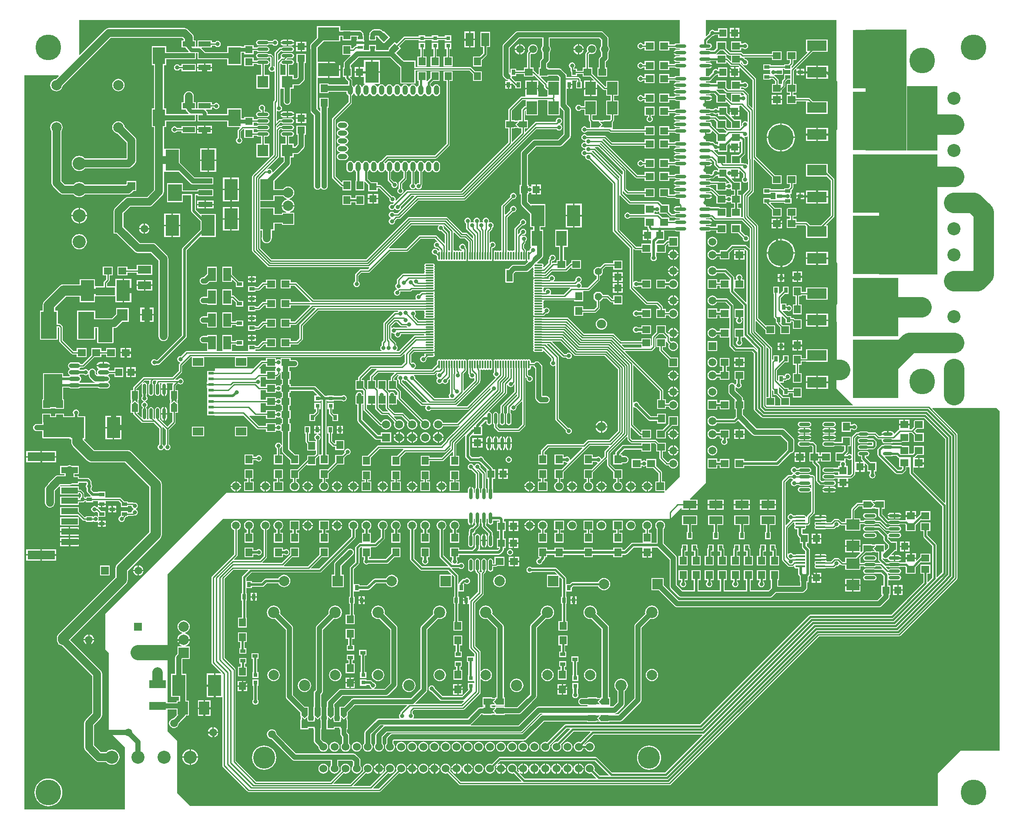
<source format=gtl>
G04 Layer_Physical_Order=1*
G04 Layer_Color=255*
%FSAX44Y44*%
%MOMM*%
G71*
G01*
G75*
%ADD10R,2.1000X2.3000*%
%ADD11R,2.4000X3.3000*%
%ADD12R,2.4000X1.0000*%
%ADD13R,1.3500X1.5000*%
%ADD14R,1.5000X1.2500*%
%ADD15R,1.2500X1.5000*%
%ADD16R,3.1250X5.3340*%
%ADD17O,1.6500X0.3000*%
%ADD18O,2.2000X0.6000*%
%ADD19R,0.7000X1.0000*%
%ADD20R,1.0000X0.7000*%
%ADD21R,3.8100X2.0300*%
%ADD22R,8.8900X11.4300*%
%ADD23O,0.3000X1.6500*%
G04:AMPARAMS|DCode=24|XSize=1mm|YSize=1.85mm|CornerRadius=0.5mm|HoleSize=0mm|Usage=FLASHONLY|Rotation=0.000|XOffset=0mm|YOffset=0mm|HoleType=Round|Shape=RoundedRectangle|*
%AMROUNDEDRECTD24*
21,1,1.0000,0.8500,0,0,0.0*
21,1,0.0000,1.8500,0,0,0.0*
1,1,1.0000,0.0000,-0.4250*
1,1,1.0000,0.0000,-0.4250*
1,1,1.0000,0.0000,0.4250*
1,1,1.0000,0.0000,0.4250*
%
%ADD24ROUNDEDRECTD24*%
%ADD25R,2.6000X4.1000*%
%ADD26R,3.2000X1.5000*%
%ADD27R,3.2000X1.2000*%
%ADD28R,5.3000X1.7000*%
%ADD29O,1.9000X0.4100*%
%ADD30R,1.0000X0.6000*%
%ADD31R,1.0500X0.6000*%
%ADD32R,2.0000X1.5000*%
G04:AMPARAMS|DCode=33|XSize=1mm|YSize=1.85mm|CornerRadius=0.5mm|HoleSize=0mm|Usage=FLASHONLY|Rotation=90.000|XOffset=0mm|YOffset=0mm|HoleType=Round|Shape=RoundedRectangle|*
%AMROUNDEDRECTD33*
21,1,1.0000,0.8500,0,0,90.0*
21,1,0.0000,1.8500,0,0,90.0*
1,1,1.0000,0.4250,0.0000*
1,1,1.0000,0.4250,0.0000*
1,1,1.0000,-0.4250,0.0000*
1,1,1.0000,-0.4250,0.0000*
%
%ADD33ROUNDEDRECTD33*%
%ADD34R,10.0000X8.0000*%
%ADD35P,1.8385X4X270.0*%
%ADD36R,2.1000X2.9900*%
%ADD37O,2.1500X0.9000*%
%ADD38O,1.9000X0.6000*%
%ADD39R,4.1000X2.6000*%
%ADD40R,1.4500X1.3500*%
%ADD41R,1.3500X1.4500*%
%ADD42R,1.5000X1.3500*%
%ADD43R,2.0000X2.5000*%
%ADD44R,2.5000X2.0000*%
%ADD45R,1.5000X2.6000*%
%ADD46R,2.6000X1.5000*%
%ADD47R,0.8000X0.8000*%
%ADD48O,0.6000X2.2000*%
%ADD49R,2.7000X1.0000*%
%ADD50R,2.7000X3.3000*%
%ADD51C,0.5000*%
%ADD52C,2.0000*%
%ADD53C,1.0000*%
%ADD54C,0.2540*%
%ADD55C,1.5000*%
%ADD56C,0.3840*%
%ADD57C,4.0000*%
%ADD58C,0.5240*%
%ADD59C,0.9000*%
%ADD60C,3.0000*%
%ADD61C,0.3810*%
%ADD62C,0.8000*%
%ADD63R,6.0000X12.5000*%
%ADD64R,8.0000X23.5000*%
%ADD65R,10.9220X8.8900*%
%ADD66R,1.2700X1.2700*%
%ADD67R,1.9050X1.2946*%
%ADD68R,2.0320X2.0320*%
%ADD69R,2.5400X1.2700*%
%ADD70R,2.1590X2.1590*%
%ADD71R,0.8890X0.6350*%
%ADD72R,0.8890X1.1430*%
%ADD73R,11.4300X23.3680*%
%ADD74R,9.9060X12.1920*%
%ADD75R,6.6040X3.9370*%
%ADD76R,3.5560X6.4770*%
%ADD77R,2.7940X3.6830*%
%ADD78R,3.8100X1.5240*%
%ADD79R,2.2860X11.1760*%
%ADD80R,1.2700X2.2860*%
%ADD81C,5.0000*%
%ADD82C,1.6000*%
%ADD83R,1.6000X1.6000*%
%ADD84C,2.5400*%
%ADD85R,2.0000X2.0000*%
%ADD86C,2.0000*%
%ADD87C,1.5000*%
%ADD88R,1.5000X1.5000*%
%ADD89C,1.5240*%
%ADD90C,4.2900*%
%ADD91R,1.5000X1.5000*%
%ADD92P,1.5154X8X112.5*%
%ADD93C,1.4000*%
%ADD94R,2.0000X2.0000*%
%ADD95C,2.2000*%
%ADD96C,1.8000*%
%ADD97C,0.8000*%
%ADD98C,3.0000*%
G36*
X02108200Y01111250D02*
X02140163Y01079287D01*
X02139677Y01078114D01*
X02017650D01*
Y01094600D01*
X02004115D01*
X01996250Y01102465D01*
Y01112589D01*
X01997156Y01113479D01*
X02004250Y01106385D01*
Y01098600D01*
X02015250D01*
Y01102266D01*
X02023250D01*
Y01093850D01*
X02040750D01*
Y01112850D01*
X02023250D01*
Y01108934D01*
X02015250D01*
Y01112600D01*
X02007465D01*
X01998638Y01121427D01*
X01999124Y01122600D01*
X02005750D01*
Y01126266D01*
X02008440D01*
X02009716Y01126520D01*
X02010797Y01127243D01*
X02011780Y01128225D01*
X02012950Y01127992D01*
X02015291Y01128458D01*
X02017276Y01129784D01*
X02018602Y01131769D01*
X02019068Y01134110D01*
X02018602Y01136451D01*
X02017276Y01138436D01*
X02015291Y01139762D01*
X02012950Y01140228D01*
X02010609Y01139762D01*
X02008624Y01138436D01*
X02007298Y01136451D01*
X02007020Y01135053D01*
X02005750Y01135178D01*
Y01136600D01*
X01994750D01*
Y01126974D01*
X01993577Y01126488D01*
X01992064Y01128001D01*
Y01146699D01*
X02007465Y01162100D01*
X02015250D01*
Y01176100D01*
X02004250D01*
Y01168315D01*
X01997156Y01161221D01*
X01996250Y01162111D01*
Y01176100D01*
X01985250D01*
Y01168315D01*
X01984157Y01167222D01*
X01982984Y01167709D01*
Y01189429D01*
X01982730Y01190705D01*
X01982007Y01191787D01*
X01950974Y01222820D01*
Y01241972D01*
X01952147Y01242458D01*
X01970150Y01224455D01*
Y01216800D01*
X01989150D01*
Y01234300D01*
X01970150D01*
X01970150Y01234300D01*
Y01234300D01*
X01969139Y01234896D01*
X01955514Y01248521D01*
Y01427711D01*
X01955260Y01428987D01*
X01954538Y01430069D01*
X01937004Y01447602D01*
Y01483909D01*
X01946187Y01493092D01*
X01946910Y01494174D01*
X01947164Y01495450D01*
Y01556461D01*
X01948337Y01556948D01*
X01982850Y01522435D01*
Y01508900D01*
X02001850D01*
Y01526400D01*
X01988315D01*
X01951514Y01563201D01*
Y01713230D01*
X01951260Y01714506D01*
X01950538Y01715587D01*
X01923170Y01742955D01*
X01922400Y01743850D01*
X01922400D01*
X01922400Y01743850D01*
Y01745737D01*
X01923592Y01746290D01*
X01924384Y01745739D01*
X01924748Y01743909D01*
X01926074Y01741924D01*
X01928059Y01740598D01*
X01930400Y01740132D01*
X01932741Y01740598D01*
X01934726Y01741924D01*
X01936052Y01743909D01*
X01936517Y01746250D01*
X01936052Y01748591D01*
X01934726Y01750576D01*
X01932741Y01751902D01*
X01930863Y01752275D01*
X01928696Y01754443D01*
X01929182Y01755616D01*
X01982850D01*
Y01750200D01*
X02001850D01*
Y01767700D01*
X01982850D01*
Y01762284D01*
X01926805D01*
X01924112Y01764978D01*
X01923030Y01765700D01*
X01921754Y01765954D01*
X01901161D01*
X01893900Y01773215D01*
Y01786750D01*
X01874900D01*
Y01774152D01*
X01870045Y01769297D01*
X01863818D01*
X01862751Y01770010D01*
X01860800Y01770398D01*
X01854200D01*
Y01772902D01*
X01860800D01*
X01862751Y01773290D01*
X01864405Y01774395D01*
X01865510Y01776049D01*
X01865898Y01778000D01*
X01865510Y01779951D01*
X01864405Y01781605D01*
X01862751Y01782710D01*
X01860800Y01783098D01*
X01856797D01*
Y01787645D01*
X01866512Y01797360D01*
X01866900Y01797283D01*
X01869241Y01797748D01*
X01871226Y01799074D01*
X01871446Y01799403D01*
X01878150D01*
Y01794150D01*
X01895650D01*
Y01812650D01*
X01878150D01*
Y01807397D01*
X01871446D01*
X01871226Y01807726D01*
X01869241Y01809052D01*
X01866900Y01809518D01*
X01864559Y01809052D01*
X01862574Y01807726D01*
X01861248Y01805741D01*
X01860782Y01803400D01*
X01860860Y01803012D01*
X01855373Y01797526D01*
X01854200Y01798012D01*
Y01828800D01*
X02108200D01*
Y01111250D01*
D02*
G37*
G36*
X01803400Y01783098D02*
X01796800D01*
X01794849Y01782710D01*
X01793195Y01781605D01*
X01793014Y01781334D01*
X01782700D01*
Y01786750D01*
X01763700D01*
Y01769250D01*
X01782700D01*
Y01774666D01*
X01793014D01*
X01793195Y01774395D01*
X01794849Y01773290D01*
X01796800Y01772902D01*
X01803400D01*
Y01770948D01*
X01796800D01*
X01794638Y01770519D01*
X01792806Y01769294D01*
X01791581Y01767462D01*
X01791404Y01766570D01*
X01804800D01*
Y01764030D01*
X01791404D01*
X01791581Y01763138D01*
X01792806Y01761306D01*
X01794638Y01760081D01*
X01796800Y01759651D01*
X01803400D01*
Y01758248D01*
X01796800D01*
X01794638Y01757819D01*
X01792806Y01756594D01*
X01791581Y01754762D01*
X01791404Y01753870D01*
X01804800D01*
Y01751330D01*
X01791404D01*
X01791581Y01750438D01*
X01792806Y01748606D01*
X01794638Y01747381D01*
X01796800Y01746951D01*
X01803400D01*
Y01744998D01*
X01796800D01*
X01794849Y01744610D01*
X01793195Y01743505D01*
X01793014Y01743234D01*
X01782700D01*
Y01748650D01*
X01763700D01*
Y01731150D01*
X01782700D01*
Y01736566D01*
X01793014D01*
X01793195Y01736295D01*
X01794849Y01735190D01*
X01796800Y01734802D01*
X01803400D01*
Y01719598D01*
X01796800D01*
X01794849Y01719210D01*
X01793195Y01718105D01*
X01793014Y01717834D01*
X01782700D01*
Y01723250D01*
X01763700D01*
Y01705750D01*
X01782700D01*
Y01711166D01*
X01793014D01*
X01793195Y01710895D01*
X01794849Y01709790D01*
X01796800Y01709402D01*
X01803400D01*
Y01707448D01*
X01796800D01*
X01794638Y01707019D01*
X01792806Y01705794D01*
X01791581Y01703962D01*
X01791404Y01703070D01*
X01804800D01*
Y01700530D01*
X01791404D01*
X01791581Y01699638D01*
X01792806Y01697806D01*
X01794638Y01696581D01*
X01796800Y01696151D01*
X01803400D01*
Y01694749D01*
X01796800D01*
X01794638Y01694319D01*
X01792806Y01693094D01*
X01791581Y01691262D01*
X01791404Y01690370D01*
X01804800D01*
Y01687830D01*
X01791404D01*
X01791581Y01686938D01*
X01792806Y01685106D01*
X01794638Y01683881D01*
X01796800Y01683452D01*
X01803400D01*
Y01681498D01*
X01796800D01*
X01794849Y01681110D01*
X01793195Y01680005D01*
X01793014Y01679734D01*
X01782700D01*
Y01685150D01*
X01763700D01*
Y01667650D01*
X01782700D01*
Y01673066D01*
X01793014D01*
X01793195Y01672795D01*
X01794849Y01671690D01*
X01796800Y01671302D01*
X01803400D01*
Y01656098D01*
X01796800D01*
X01794849Y01655710D01*
X01793195Y01654605D01*
X01793014Y01654334D01*
X01782700D01*
Y01659750D01*
X01763700D01*
Y01642250D01*
X01782700D01*
Y01647666D01*
X01793014D01*
X01793195Y01647395D01*
X01794849Y01646290D01*
X01796800Y01645902D01*
X01803400D01*
Y01643949D01*
X01796800D01*
X01794638Y01643519D01*
X01792806Y01642294D01*
X01791581Y01640462D01*
X01791404Y01639570D01*
X01804800D01*
Y01637030D01*
X01791404D01*
X01791581Y01636138D01*
X01792806Y01634306D01*
X01794638Y01633081D01*
X01796800Y01632652D01*
X01803400D01*
Y01631248D01*
X01796800D01*
X01794638Y01630819D01*
X01792806Y01629594D01*
X01791581Y01627762D01*
X01791404Y01626870D01*
X01804800D01*
Y01624330D01*
X01791404D01*
X01791581Y01623438D01*
X01792806Y01621606D01*
X01794638Y01620381D01*
X01796800Y01619951D01*
X01803400D01*
Y01617998D01*
X01796800D01*
X01794849Y01617610D01*
X01793195Y01616505D01*
X01793014Y01616234D01*
X01782700D01*
Y01621650D01*
X01763700D01*
Y01604150D01*
X01782700D01*
Y01609566D01*
X01793014D01*
X01793195Y01609295D01*
X01794849Y01608190D01*
X01796800Y01607802D01*
X01803400D01*
Y01592598D01*
X01796800D01*
X01794849Y01592210D01*
X01793195Y01591105D01*
X01793014Y01590834D01*
X01782700D01*
Y01596250D01*
X01763700D01*
Y01578750D01*
X01782700D01*
Y01584166D01*
X01793014D01*
X01793195Y01583895D01*
X01794849Y01582790D01*
X01796800Y01582402D01*
X01803400D01*
Y01580448D01*
X01796800D01*
X01794638Y01580019D01*
X01792806Y01578794D01*
X01791581Y01576962D01*
X01791404Y01576070D01*
X01804800D01*
Y01573530D01*
X01791404D01*
X01791581Y01572638D01*
X01792806Y01570806D01*
X01794638Y01569581D01*
X01796800Y01569151D01*
X01803400D01*
Y01567749D01*
X01796800D01*
X01794638Y01567319D01*
X01792806Y01566094D01*
X01791581Y01564262D01*
X01791404Y01563370D01*
X01804800D01*
Y01560830D01*
X01791404D01*
X01791581Y01559938D01*
X01792806Y01558106D01*
X01794638Y01556881D01*
X01796800Y01556452D01*
X01803400D01*
Y01554498D01*
X01796800D01*
X01794849Y01554110D01*
X01793195Y01553005D01*
X01793014Y01552734D01*
X01782700D01*
Y01558150D01*
X01763700D01*
Y01540650D01*
X01782700D01*
Y01546066D01*
X01793014D01*
X01793195Y01545795D01*
X01794849Y01544690D01*
X01796800Y01544302D01*
X01803400D01*
Y01529098D01*
X01796800D01*
X01794849Y01528710D01*
X01793195Y01527605D01*
X01793014Y01527334D01*
X01782700D01*
Y01532750D01*
X01763700D01*
Y01515250D01*
X01782700D01*
Y01520666D01*
X01793014D01*
X01793195Y01520395D01*
X01794849Y01519290D01*
X01796800Y01518902D01*
X01803400D01*
Y01516949D01*
X01796800D01*
X01794638Y01516519D01*
X01792806Y01515294D01*
X01791581Y01513462D01*
X01791404Y01512570D01*
X01804800D01*
Y01510030D01*
X01791404D01*
X01791581Y01509138D01*
X01792806Y01507306D01*
X01794638Y01506081D01*
X01796800Y01505652D01*
X01803400D01*
Y01504249D01*
X01796800D01*
X01794638Y01503819D01*
X01792806Y01502594D01*
X01791581Y01500762D01*
X01791404Y01499870D01*
X01804800D01*
Y01497330D01*
X01791404D01*
X01791581Y01496438D01*
X01792806Y01494606D01*
X01794638Y01493381D01*
X01796800Y01492952D01*
X01803400D01*
Y01490998D01*
X01796800D01*
X01794849Y01490610D01*
X01793195Y01489505D01*
X01793014Y01489234D01*
X01782700D01*
Y01501000D01*
X01763700D01*
Y01483500D01*
X01777256D01*
X01778274Y01482820D01*
X01779550Y01482566D01*
X01793014D01*
X01793195Y01482295D01*
X01794849Y01481190D01*
X01796800Y01480802D01*
X01803400D01*
Y01466149D01*
X01796800D01*
X01794638Y01465719D01*
X01792806Y01464494D01*
X01791581Y01462662D01*
X01791404Y01461770D01*
X01804800D01*
Y01459230D01*
X01791404D01*
X01791581Y01458338D01*
X01792806Y01456506D01*
X01794638Y01455281D01*
X01796800Y01454852D01*
X01803400D01*
Y01452898D01*
X01796800D01*
X01794849Y01452510D01*
X01793195Y01451405D01*
X01793014Y01451134D01*
X01787281D01*
X01782700Y01455715D01*
Y01469250D01*
X01769165D01*
X01762858Y01475558D01*
X01761776Y01476280D01*
X01760500Y01476534D01*
X01707181D01*
X01692434Y01491281D01*
Y01495105D01*
X01693704Y01495631D01*
X01699442Y01489892D01*
X01700524Y01489170D01*
X01701800Y01488916D01*
X01735200D01*
Y01483500D01*
X01754200D01*
Y01501000D01*
X01735200D01*
Y01495584D01*
X01703181D01*
X01698784Y01499981D01*
Y01535430D01*
X01698530Y01536706D01*
X01697807Y01537788D01*
X01648277Y01587318D01*
X01647292Y01587976D01*
X01647282Y01588068D01*
X01648065Y01589246D01*
X01649619D01*
X01717222Y01521642D01*
X01718304Y01520920D01*
X01719580Y01520666D01*
X01735200D01*
Y01515250D01*
X01754200D01*
Y01532750D01*
X01735200D01*
Y01527334D01*
X01720961D01*
X01653358Y01594937D01*
X01652372Y01595596D01*
X01652362Y01595688D01*
X01653145Y01596866D01*
X01655969D01*
X01667693Y01585143D01*
X01668774Y01584420D01*
X01670050Y01584166D01*
X01735200D01*
Y01578750D01*
X01754200D01*
Y01596250D01*
X01735200D01*
Y01590834D01*
X01671431D01*
X01659707Y01602558D01*
X01658626Y01603280D01*
X01657350Y01603534D01*
X01622968D01*
X01622306Y01604526D01*
X01620321Y01605852D01*
X01617980Y01606317D01*
X01615639Y01605852D01*
X01613654Y01604526D01*
X01612328Y01602541D01*
X01611862Y01600200D01*
X01612328Y01597859D01*
X01613654Y01595874D01*
X01615639Y01594548D01*
X01617980Y01594082D01*
X01618734Y01594232D01*
X01619633Y01593335D01*
X01619483Y01592580D01*
X01619633Y01591826D01*
X01618734Y01590927D01*
X01617980Y01591078D01*
X01615639Y01590612D01*
X01613654Y01589286D01*
X01612328Y01587301D01*
X01611862Y01584960D01*
X01612328Y01582619D01*
X01613654Y01580634D01*
X01615639Y01579308D01*
X01617980Y01578842D01*
X01618734Y01578992D01*
X01619633Y01578094D01*
X01619483Y01577340D01*
X01619633Y01576586D01*
X01618734Y01575688D01*
X01617980Y01575838D01*
X01615639Y01575372D01*
X01613654Y01574046D01*
X01612328Y01572061D01*
X01611862Y01569720D01*
X01612328Y01567379D01*
X01613654Y01565394D01*
X01615639Y01564068D01*
X01617980Y01563602D01*
X01618734Y01563752D01*
X01619633Y01562854D01*
X01619483Y01562100D01*
X01619948Y01559759D01*
X01621274Y01557774D01*
X01623259Y01556448D01*
X01625600Y01555983D01*
X01626770Y01556215D01*
X01673066Y01509919D01*
Y01418590D01*
X01673320Y01417314D01*
X01674043Y01416232D01*
X01706086Y01384189D01*
Y01306830D01*
X01706340Y01305554D01*
X01707063Y01304473D01*
X01736272Y01275262D01*
X01737354Y01274540D01*
X01738630Y01274286D01*
X01757569D01*
X01763516Y01268339D01*
Y01266050D01*
X01757350D01*
Y01248550D01*
X01776350D01*
Y01253966D01*
X01781798D01*
X01782402Y01252509D01*
X01783925Y01250525D01*
X01785909Y01249002D01*
X01788220Y01248045D01*
X01790700Y01247718D01*
X01793180Y01248045D01*
X01795491Y01249002D01*
X01797475Y01250525D01*
X01798998Y01252509D01*
X01799955Y01254820D01*
X01800282Y01257300D01*
X01799955Y01259780D01*
X01798998Y01262091D01*
X01797475Y01264075D01*
X01795491Y01265598D01*
X01793180Y01266555D01*
X01790700Y01266882D01*
X01788220Y01266555D01*
X01785909Y01265598D01*
X01783925Y01264075D01*
X01782402Y01262091D01*
X01781798Y01260634D01*
X01776350D01*
Y01266050D01*
X01770184D01*
Y01269720D01*
X01769930Y01270996D01*
X01769207Y01272077D01*
X01761308Y01279977D01*
X01760226Y01280700D01*
X01758950Y01280954D01*
X01740011D01*
X01712754Y01308211D01*
Y01309778D01*
X01713435Y01309984D01*
X01714024Y01310098D01*
X01715969Y01308798D01*
X01718310Y01308333D01*
X01720651Y01308798D01*
X01722060Y01309740D01*
X01728850D01*
Y01305700D01*
X01747850D01*
Y01323200D01*
X01728850D01*
Y01319160D01*
X01722060D01*
X01720651Y01320102D01*
X01718310Y01320567D01*
X01715969Y01320102D01*
X01714024Y01318802D01*
X01713435Y01318916D01*
X01712754Y01319122D01*
Y01382282D01*
X01713927Y01382768D01*
X01714753Y01381942D01*
X01715835Y01381220D01*
X01717110Y01380966D01*
X01728850D01*
Y01375550D01*
X01747850D01*
X01747890Y01374296D01*
Y01369000D01*
X01746948Y01367591D01*
X01746483Y01365250D01*
X01746948Y01362909D01*
X01748274Y01360924D01*
X01750259Y01359598D01*
X01752600Y01359133D01*
X01754941Y01359598D01*
X01756926Y01360924D01*
X01758252Y01362909D01*
X01758717Y01365250D01*
X01758252Y01367591D01*
X01757310Y01369000D01*
Y01374296D01*
X01757350Y01375550D01*
X01758580Y01375550D01*
X01776350D01*
Y01389085D01*
X01779930Y01392665D01*
X01781200Y01392139D01*
Y01387500D01*
X01800200D01*
Y01406500D01*
X01781200D01*
Y01400334D01*
X01779550D01*
X01778274Y01400080D01*
X01777193Y01399357D01*
X01770885Y01393050D01*
X01757350Y01393050D01*
X01757310Y01394304D01*
Y01395999D01*
X01761762Y01400450D01*
X01773100D01*
Y01418403D01*
X01793782D01*
X01794849Y01417690D01*
X01796800Y01417302D01*
X01803400D01*
Y00939800D01*
X01776070Y00912470D01*
X01774800Y00912996D01*
Y00930250D01*
X01768634D01*
Y00947700D01*
X01768380Y00948976D01*
X01767657Y00950058D01*
X01757300Y00960415D01*
Y00973950D01*
X01738300D01*
Y00970770D01*
X01737030Y00970091D01*
X01735891Y00970852D01*
X01733550Y00971318D01*
X01731209Y00970852D01*
X01730070Y00970091D01*
X01728800Y00970770D01*
Y00973950D01*
X01709800D01*
Y00956450D01*
X01728800D01*
Y00959630D01*
X01730070Y00960309D01*
X01731209Y00959548D01*
X01733550Y00959082D01*
X01735891Y00959548D01*
X01737030Y00960309D01*
X01738300Y00959630D01*
Y00956450D01*
X01751835D01*
X01761966Y00946319D01*
Y00930250D01*
X01755800D01*
Y00911250D01*
X01773054D01*
X01773580Y00909980D01*
X01771650Y00908050D01*
X01440198D01*
Y00914650D01*
X01439810Y00916598D01*
Y00935630D01*
X01444800D01*
Y00954130D01*
X01439739D01*
X01439452Y00955573D01*
X01438431Y00957101D01*
X01422032Y00973499D01*
X01421702Y00975161D01*
X01420376Y00977146D01*
X01418391Y00978472D01*
X01416050Y00978938D01*
X01413709Y00978472D01*
X01412300Y00977531D01*
X01399231D01*
X01395361Y00981401D01*
Y01016589D01*
X01399454Y01020683D01*
X01400450Y01020270D01*
Y01020270D01*
X01418950D01*
Y01037770D01*
X01416931D01*
X01416445Y01038943D01*
X01425491Y01047990D01*
X01427462D01*
Y01044700D01*
X01427850Y01042749D01*
X01428955Y01041095D01*
X01430609Y01039990D01*
X01432560Y01039602D01*
X01434511Y01039990D01*
X01436165Y01041095D01*
X01437270Y01042749D01*
X01437658Y01044700D01*
Y01060700D01*
X01437270Y01062651D01*
X01436165Y01064305D01*
X01434511Y01065410D01*
X01432918Y01065727D01*
X01432347Y01066952D01*
X01466234Y01100839D01*
X01466957Y01101921D01*
X01467211Y01103197D01*
Y01117904D01*
X01467465Y01118092D01*
X01468483Y01117871D01*
X01468945Y01117609D01*
X01470144Y01115814D01*
X01472129Y01114488D01*
X01474470Y01114023D01*
X01476811Y01114488D01*
X01478796Y01115814D01*
X01480122Y01117799D01*
X01480296Y01118674D01*
X01481566Y01118549D01*
Y01105281D01*
X01455603Y01079317D01*
X01454880Y01078236D01*
X01454626Y01076960D01*
Y01064486D01*
X01454355Y01064305D01*
X01453250Y01062651D01*
X01452862Y01060700D01*
Y01044700D01*
X01453250Y01042749D01*
X01454355Y01041095D01*
X01456009Y01039990D01*
X01457960Y01039602D01*
X01459911Y01039990D01*
X01461565Y01041095D01*
X01462670Y01042749D01*
X01463058Y01044700D01*
Y01060700D01*
X01462670Y01062651D01*
X01461565Y01064305D01*
X01461294Y01064486D01*
Y01075579D01*
X01485393Y01099678D01*
X01486566Y01099192D01*
Y01096432D01*
X01468302Y01078169D01*
X01467580Y01077087D01*
X01467326Y01075811D01*
Y01064486D01*
X01467055Y01064305D01*
X01465950Y01062651D01*
X01465562Y01060700D01*
Y01044700D01*
X01465950Y01042749D01*
X01467055Y01041095D01*
X01468709Y01039990D01*
X01470660Y01039602D01*
X01472611Y01039990D01*
X01474265Y01041095D01*
X01475370Y01042749D01*
X01475758Y01044700D01*
Y01060700D01*
X01475370Y01062651D01*
X01474265Y01064305D01*
X01473994Y01064486D01*
Y01069748D01*
X01474675Y01069954D01*
X01475264Y01070068D01*
X01477209Y01068768D01*
X01479550Y01068303D01*
X01481891Y01068768D01*
X01483876Y01070094D01*
X01485202Y01072079D01*
X01485668Y01074420D01*
X01485435Y01075590D01*
X01495393Y01085548D01*
X01496566Y01085061D01*
Y01041541D01*
X01488329Y01033304D01*
X01452991D01*
X01448594Y01037701D01*
Y01040914D01*
X01448865Y01041095D01*
X01449970Y01042749D01*
X01450358Y01044700D01*
Y01060700D01*
X01449970Y01062651D01*
X01448865Y01064305D01*
X01447211Y01065410D01*
X01445260Y01065798D01*
X01443309Y01065410D01*
X01441655Y01064305D01*
X01440550Y01062651D01*
X01440162Y01060700D01*
Y01044700D01*
X01440550Y01042749D01*
X01441655Y01041095D01*
X01441926Y01040914D01*
Y01036320D01*
X01442180Y01035044D01*
X01442903Y01033962D01*
X01449252Y01027613D01*
X01450334Y01026890D01*
X01451610Y01026636D01*
X01489710D01*
X01490986Y01026890D01*
X01492068Y01027613D01*
X01502258Y01037803D01*
X01502980Y01038884D01*
X01503234Y01040160D01*
Y01131891D01*
X01504407Y01132377D01*
X01505315Y01131470D01*
X01505082Y01130300D01*
X01505548Y01127959D01*
X01506874Y01125974D01*
X01508859Y01124648D01*
X01511200Y01124183D01*
X01513541Y01124648D01*
X01515526Y01125974D01*
X01516852Y01127959D01*
X01517318Y01130300D01*
X01516852Y01132641D01*
X01515526Y01134626D01*
X01513541Y01135952D01*
X01511200Y01136417D01*
X01510030Y01136185D01*
X01508234Y01137981D01*
Y01146393D01*
X01509504Y01147410D01*
X01509900Y01147331D01*
X01511266Y01147603D01*
X01512423Y01148377D01*
X01513197Y01149534D01*
X01513469Y01150900D01*
Y01154316D01*
X01518793D01*
X01519155Y01153440D01*
X01520278Y01151978D01*
X01522020Y01150236D01*
Y01146810D01*
Y01093470D01*
X01522260Y01091643D01*
X01522966Y01089940D01*
X01524088Y01088478D01*
X01527898Y01084668D01*
X01529360Y01083546D01*
X01531063Y01082840D01*
X01532890Y01082600D01*
X01543050D01*
X01544877Y01082840D01*
X01546580Y01083546D01*
X01548042Y01084668D01*
X01549164Y01086130D01*
X01549870Y01087833D01*
X01550110Y01089660D01*
X01549870Y01091487D01*
X01549164Y01093190D01*
X01548042Y01094652D01*
X01546580Y01095775D01*
X01544877Y01096480D01*
X01543050Y01096720D01*
X01536140D01*
Y01146810D01*
Y01153160D01*
X01535900Y01154987D01*
X01535195Y01156690D01*
X01534072Y01158152D01*
X01530262Y01161962D01*
X01528800Y01163084D01*
X01527097Y01163790D01*
X01525270Y01164030D01*
X01523443Y01163790D01*
X01521740Y01163084D01*
X01520278Y01161962D01*
X01519527Y01160984D01*
X01513469D01*
Y01164400D01*
X01513197Y01165766D01*
X01512423Y01166923D01*
X01511266Y01167697D01*
X01509900Y01167969D01*
X01508534Y01167697D01*
X01507400Y01166939D01*
X01506266Y01167697D01*
X01504900Y01167969D01*
X01503534Y01167697D01*
X01502400Y01166939D01*
X01501266Y01167697D01*
X01499900Y01167969D01*
X01498534Y01167697D01*
X01497400Y01166939D01*
X01496266Y01167697D01*
X01494900Y01167969D01*
X01493534Y01167697D01*
X01492400Y01166939D01*
X01491266Y01167697D01*
X01489900Y01167969D01*
X01488534Y01167697D01*
X01487400Y01166939D01*
X01486266Y01167697D01*
X01484900Y01167969D01*
X01483534Y01167697D01*
X01482400Y01166939D01*
X01481266Y01167697D01*
X01479900Y01167969D01*
X01478534Y01167697D01*
X01477400Y01166939D01*
X01476266Y01167697D01*
X01474900Y01167969D01*
X01473534Y01167697D01*
X01472400Y01166939D01*
X01471266Y01167697D01*
X01469900Y01167969D01*
X01468534Y01167697D01*
X01467400Y01166939D01*
X01466266Y01167697D01*
X01464900Y01167969D01*
X01463534Y01167697D01*
X01462400Y01166939D01*
X01461266Y01167697D01*
X01459900Y01167969D01*
X01458534Y01167697D01*
X01457400Y01166939D01*
X01456266Y01167697D01*
X01454900Y01167969D01*
X01453534Y01167697D01*
X01452400Y01166939D01*
X01451266Y01167697D01*
X01449900Y01167969D01*
X01448534Y01167697D01*
X01447400Y01166939D01*
X01446266Y01167697D01*
X01444900Y01167969D01*
X01443534Y01167697D01*
X01442858Y01167245D01*
X01442813Y01167313D01*
X01441476Y01168206D01*
X01441170Y01168267D01*
Y01157650D01*
Y01146142D01*
X01441566Y01145817D01*
Y01142561D01*
X01440878Y01141531D01*
X01440412Y01139190D01*
X01440878Y01136849D01*
X01442204Y01134864D01*
X01444189Y01133538D01*
X01444749Y01133427D01*
X01445118Y01132211D01*
X01389390Y01076484D01*
X01369783D01*
X01369397Y01077754D01*
X01370099Y01078223D01*
X01413707Y01121832D01*
X01414430Y01122913D01*
X01414684Y01124189D01*
Y01125532D01*
X01415320Y01126484D01*
X01415574Y01127760D01*
Y01146814D01*
X01415449Y01147441D01*
X01416266Y01147603D01*
X01417400Y01148361D01*
X01418534Y01147603D01*
X01419900Y01147331D01*
X01421266Y01147603D01*
X01422400Y01148361D01*
X01423534Y01147603D01*
X01424900Y01147331D01*
X01426266Y01147603D01*
X01427400Y01148361D01*
X01428534Y01147603D01*
X01429900Y01147331D01*
X01431266Y01147603D01*
X01432400Y01148361D01*
X01433534Y01147603D01*
X01434900Y01147331D01*
X01436266Y01147603D01*
X01436942Y01148055D01*
X01436987Y01147987D01*
X01438324Y01147094D01*
X01438630Y01147033D01*
Y01157650D01*
Y01168267D01*
X01438324Y01168206D01*
X01436987Y01167313D01*
X01436942Y01167245D01*
X01436266Y01167697D01*
X01434900Y01167969D01*
X01433534Y01167697D01*
X01432400Y01166939D01*
X01431266Y01167697D01*
X01429900Y01167969D01*
X01428534Y01167697D01*
X01427400Y01166939D01*
X01426266Y01167697D01*
X01424900Y01167969D01*
X01423534Y01167697D01*
X01422400Y01166939D01*
X01421266Y01167697D01*
X01419900Y01167969D01*
X01418534Y01167697D01*
X01417400Y01166939D01*
X01416266Y01167697D01*
X01414900Y01167969D01*
X01413534Y01167697D01*
X01412400Y01166939D01*
X01411266Y01167697D01*
X01409900Y01167969D01*
X01408534Y01167697D01*
X01407400Y01166939D01*
X01406266Y01167697D01*
X01404900Y01167969D01*
X01403534Y01167697D01*
X01402400Y01166939D01*
X01401266Y01167697D01*
X01399900Y01167969D01*
X01398534Y01167697D01*
X01397400Y01166939D01*
X01396266Y01167697D01*
X01394900Y01167969D01*
X01393534Y01167697D01*
X01392858Y01167245D01*
X01392813Y01167313D01*
X01391476Y01168206D01*
X01391170Y01168267D01*
Y01157650D01*
Y01146142D01*
X01391566Y01145817D01*
Y01141290D01*
X01391820Y01140014D01*
X01392543Y01138932D01*
X01393655Y01137820D01*
X01393423Y01136650D01*
X01393888Y01134309D01*
X01395214Y01132324D01*
X01397199Y01130998D01*
X01399540Y01130533D01*
X01401881Y01130998D01*
X01402356Y01131315D01*
X01403476Y01130717D01*
Y01127450D01*
X01383377Y01107352D01*
X01382204Y01107838D01*
Y01139999D01*
X01387258Y01145052D01*
X01387980Y01146134D01*
X01388630Y01146468D01*
Y01157650D01*
Y01168267D01*
X01388324Y01168206D01*
X01386987Y01167313D01*
X01386942Y01167245D01*
X01386266Y01167697D01*
X01384900Y01167969D01*
X01383534Y01167697D01*
X01382400Y01166939D01*
X01381266Y01167697D01*
X01379900Y01167969D01*
X01378534Y01167697D01*
X01377400Y01166939D01*
X01376266Y01167697D01*
X01374900Y01167969D01*
X01373534Y01167697D01*
X01372400Y01166939D01*
X01371266Y01167697D01*
X01369900Y01167969D01*
X01368534Y01167697D01*
X01367400Y01166939D01*
X01366266Y01167697D01*
X01364900Y01167969D01*
X01363534Y01167697D01*
X01362400Y01166939D01*
X01361266Y01167697D01*
X01359900Y01167969D01*
X01358534Y01167697D01*
X01357400Y01166939D01*
X01356266Y01167697D01*
X01354900Y01167969D01*
X01353534Y01167697D01*
X01352400Y01166939D01*
X01351266Y01167697D01*
X01349900Y01167969D01*
X01348534Y01167697D01*
X01347400Y01166939D01*
X01346266Y01167697D01*
X01344900Y01167969D01*
X01343534Y01167697D01*
X01342400Y01166939D01*
X01341266Y01167697D01*
X01339900Y01167969D01*
X01338534Y01167697D01*
X01337400Y01166939D01*
X01336266Y01167697D01*
X01334900Y01167969D01*
X01333534Y01167697D01*
X01332377Y01166923D01*
X01331603Y01165766D01*
X01331331Y01164400D01*
Y01158796D01*
X01321409Y01148874D01*
X01287396D01*
X01287202Y01149116D01*
X01287467Y01150820D01*
X01288296Y01151374D01*
X01289622Y01153359D01*
X01290087Y01155700D01*
X01289622Y01158041D01*
X01288296Y01160026D01*
X01286311Y01161352D01*
X01283970Y01161817D01*
X01281912Y01161408D01*
X01280954Y01162260D01*
Y01177179D01*
X01286591Y01182816D01*
X01304567D01*
X01304892Y01182420D01*
X01316400D01*
X01327016D01*
X01326956Y01182726D01*
X01326063Y01184063D01*
X01325995Y01184108D01*
X01326447Y01184784D01*
X01326719Y01186150D01*
X01326447Y01187516D01*
X01325689Y01188650D01*
X01326447Y01189784D01*
X01326719Y01191150D01*
X01326447Y01192516D01*
X01325689Y01193650D01*
X01326447Y01194784D01*
X01326719Y01196150D01*
X01326447Y01197516D01*
X01325689Y01198650D01*
X01326447Y01199784D01*
X01326719Y01201150D01*
X01326447Y01202516D01*
X01325689Y01203650D01*
X01326447Y01204784D01*
X01326719Y01206150D01*
X01326447Y01207516D01*
X01325689Y01208650D01*
X01326447Y01209784D01*
X01326719Y01211150D01*
X01326447Y01212516D01*
X01325689Y01213650D01*
X01326447Y01214784D01*
X01326719Y01216150D01*
X01326447Y01217516D01*
X01325689Y01218650D01*
X01326447Y01219784D01*
X01326719Y01221150D01*
X01326447Y01222516D01*
X01325689Y01223650D01*
X01326447Y01224784D01*
X01326719Y01226150D01*
X01326447Y01227516D01*
X01325689Y01228650D01*
X01326447Y01229784D01*
X01326719Y01231150D01*
X01326447Y01232516D01*
X01325689Y01233650D01*
X01326447Y01234784D01*
X01326719Y01236150D01*
X01326447Y01237516D01*
X01325689Y01238650D01*
X01326447Y01239784D01*
X01326719Y01241150D01*
X01326447Y01242516D01*
X01325995Y01243192D01*
X01326063Y01243237D01*
X01326956Y01244574D01*
X01327016Y01244880D01*
X01316400D01*
X01304892D01*
X01304567Y01244484D01*
X01295222D01*
X01288066Y01251640D01*
X01288190Y01252904D01*
X01288296Y01252974D01*
X01289622Y01254959D01*
X01290087Y01257300D01*
X01289622Y01259641D01*
X01288349Y01261546D01*
X01288548Y01262458D01*
X01288657Y01262816D01*
X01305143D01*
X01306160Y01261546D01*
X01306081Y01261150D01*
X01306353Y01259784D01*
X01307111Y01258650D01*
X01306353Y01257516D01*
X01306081Y01256150D01*
X01306353Y01254784D01*
X01307111Y01253650D01*
X01306353Y01252516D01*
X01306081Y01251150D01*
X01306353Y01249784D01*
X01306805Y01249108D01*
X01306737Y01249063D01*
X01305844Y01247726D01*
X01305784Y01247420D01*
X01316400D01*
X01327016D01*
X01326956Y01247726D01*
X01326063Y01249063D01*
X01325995Y01249108D01*
X01326447Y01249784D01*
X01326719Y01251150D01*
X01326447Y01252516D01*
X01325689Y01253650D01*
X01326447Y01254784D01*
X01326719Y01256150D01*
X01326447Y01257516D01*
X01325689Y01258650D01*
X01326447Y01259784D01*
X01326719Y01261150D01*
X01326447Y01262516D01*
X01325689Y01263650D01*
X01326447Y01264784D01*
X01326719Y01266150D01*
X01326447Y01267516D01*
X01325689Y01268650D01*
X01326447Y01269784D01*
X01326719Y01271150D01*
X01326447Y01272516D01*
X01325689Y01273650D01*
X01326447Y01274784D01*
X01326719Y01276150D01*
X01326447Y01277516D01*
X01325689Y01278650D01*
X01326447Y01279784D01*
X01326719Y01281150D01*
X01326447Y01282516D01*
X01325689Y01283650D01*
X01326447Y01284784D01*
X01326719Y01286150D01*
X01326447Y01287516D01*
X01325689Y01288650D01*
X01326447Y01289784D01*
X01326719Y01291150D01*
X01326447Y01292516D01*
X01325689Y01293650D01*
X01326447Y01294784D01*
X01326719Y01296150D01*
X01326447Y01297516D01*
X01325995Y01298192D01*
X01326063Y01298237D01*
X01326956Y01299574D01*
X01327016Y01299880D01*
X01316400D01*
X01304892D01*
X01304567Y01299484D01*
X01302500D01*
X01301224Y01299230D01*
X01300143Y01298508D01*
X01296570Y01294935D01*
X01295400Y01295168D01*
X01293059Y01294702D01*
X01291074Y01293376D01*
X01289748Y01291391D01*
X01289283Y01289050D01*
X01289748Y01286709D01*
X01290386Y01285754D01*
X01289707Y01284484D01*
X01090331D01*
X01058008Y01316808D01*
X01056926Y01317530D01*
X01055650Y01317784D01*
X01046100D01*
Y01323200D01*
X01027100D01*
Y01305700D01*
X01046100D01*
Y01311116D01*
X01054269D01*
X01084727Y01280657D01*
X01084241Y01279484D01*
X01046100D01*
Y01285100D01*
X01027100D01*
Y01267600D01*
X01046100D01*
Y01272816D01*
X01083841D01*
X01084328Y01271643D01*
X01054269Y01241584D01*
X01046100D01*
Y01247000D01*
X01027100D01*
Y01229500D01*
X01046100D01*
Y01234916D01*
X01055650D01*
X01056926Y01235170D01*
X01058008Y01235892D01*
X01089931Y01267816D01*
X01093841D01*
X01094327Y01266643D01*
X01064062Y01236378D01*
X01063340Y01235296D01*
X01063086Y01234020D01*
Y01208771D01*
X01057799Y01203484D01*
X01046100D01*
Y01208900D01*
X01027100D01*
Y01191400D01*
X01046100D01*
Y01196816D01*
X01059180D01*
X01060456Y01197070D01*
X01061537Y01197793D01*
X01068777Y01205033D01*
X01069500Y01206114D01*
X01069754Y01207390D01*
Y01232639D01*
X01099931Y01262816D01*
X01255153D01*
X01255262Y01262458D01*
X01255436Y01261662D01*
X01254666Y01260634D01*
X01249610D01*
X01248334Y01260380D01*
X01247252Y01259658D01*
X01227542Y01239948D01*
X01226820Y01238866D01*
X01226566Y01237590D01*
Y01205042D01*
X01224463Y01202938D01*
X01223740Y01201857D01*
X01223486Y01200581D01*
Y01194978D01*
X01222494Y01194316D01*
X01221168Y01192331D01*
X01220703Y01189990D01*
X01221168Y01187649D01*
X01222494Y01185664D01*
X01223243Y01185164D01*
X01222858Y01183894D01*
X00977884D01*
X00977850Y01185150D01*
X00977850Y01185164D01*
Y01187316D01*
X00983640D01*
X00984916Y01187570D01*
X00985997Y01188292D01*
X00994521Y01196816D01*
X00998600D01*
Y01191400D01*
X01017600D01*
Y01208900D01*
X00998600D01*
Y01203484D01*
X00993140D01*
X00991864Y01203230D01*
X00990782Y01202507D01*
X00982259Y01193984D01*
X00977850D01*
Y01196150D01*
X00963850D01*
Y01185164D01*
X00963850Y01185150D01*
X00963816Y01183894D01*
X00932584D01*
X00932550Y01185150D01*
X00932550Y01185164D01*
Y01196816D01*
X00939850D01*
Y01194650D01*
X00953850D01*
Y01205650D01*
X00939850D01*
Y01203484D01*
X00932550D01*
Y01215150D01*
X00913550D01*
Y01185164D01*
X00913550Y01185150D01*
X00913516Y01183894D01*
X00902584D01*
X00902550Y01185150D01*
X00902550Y01185164D01*
Y01215150D01*
X00883550D01*
Y01213560D01*
X00876300D01*
X00874473Y01213320D01*
X00872770Y01212615D01*
X00871308Y01211492D01*
X00870185Y01210030D01*
X00869480Y01208327D01*
X00869240Y01206500D01*
X00869480Y01204673D01*
X00870185Y01202970D01*
X00871308Y01201508D01*
X00872770Y01200386D01*
X00874473Y01199680D01*
X00876300Y01199440D01*
X00883550D01*
Y01185164D01*
X00883550Y01185150D01*
X00883516Y01183894D01*
X00844010D01*
X00842734Y01183640D01*
X00841653Y01182917D01*
X00833020Y01174285D01*
X00831850Y01174518D01*
X00829509Y01174052D01*
X00827524Y01172726D01*
X00826198Y01170741D01*
X00825732Y01168400D01*
X00826198Y01166059D01*
X00827524Y01164074D01*
X00829509Y01162748D01*
X00830850Y01162481D01*
X00831268Y01161103D01*
X00829492Y01159327D01*
X00828770Y01158246D01*
X00828516Y01156970D01*
Y01145651D01*
X00816499Y01133634D01*
X00760995D01*
X00759720Y01133380D01*
X00758638Y01132657D01*
X00740592Y01114612D01*
X00739870Y01113530D01*
X00739616Y01112254D01*
Y01107850D01*
X00734700D01*
Y01088850D01*
X00735831D01*
Y01083310D01*
X00735831Y01083310D01*
X00735453Y01082850D01*
X00734700D01*
Y01063850D01*
X00739616D01*
Y01062990D01*
X00739870Y01061714D01*
X00740592Y01060632D01*
X00756003Y01045222D01*
X00757084Y01044500D01*
X00758360Y01044246D01*
X00779669D01*
X00790416Y01033499D01*
Y01001938D01*
X00789424Y01001276D01*
X00788098Y00999291D01*
X00787633Y00996950D01*
X00788098Y00994609D01*
X00789424Y00992624D01*
X00791409Y00991298D01*
X00793750Y00990833D01*
X00796091Y00991298D01*
X00798076Y00992624D01*
X00799402Y00994609D01*
X00799453Y00994864D01*
X00800747D01*
X00800798Y00994609D01*
X00802124Y00992624D01*
X00804109Y00991298D01*
X00806450Y00990833D01*
X00808791Y00991298D01*
X00810776Y00992624D01*
X00812102Y00994609D01*
X00812568Y00996950D01*
X00812102Y00999291D01*
X00810776Y01001276D01*
X00809784Y01001938D01*
Y01031129D01*
X00821507Y01042852D01*
X00822230Y01043934D01*
X00822484Y01045210D01*
Y01063850D01*
X00827400D01*
Y01082850D01*
X00826647D01*
X00826269Y01083310D01*
Y01088850D01*
X00827400D01*
Y01107850D01*
X00822484D01*
Y01116219D01*
X00827192Y01120927D01*
X00827524Y01120894D01*
X00829509Y01119568D01*
X00831850Y01119102D01*
X00834191Y01119568D01*
X00836176Y01120894D01*
X00837502Y01122879D01*
X00837968Y01125220D01*
X00837502Y01127561D01*
X00836176Y01129546D01*
X00834191Y01130872D01*
X00831850Y01131338D01*
X00829509Y01130872D01*
X00827524Y01129546D01*
X00826862Y01128554D01*
X00822508D01*
X00822022Y01129727D01*
X00834208Y01141912D01*
X00834930Y01142994D01*
X00835184Y01144270D01*
Y01155589D01*
X00852281Y01172686D01*
X00853960D01*
Y01153820D01*
X00877960D01*
Y01172686D01*
X00937960D01*
Y01153820D01*
X00961960D01*
Y01172686D01*
X01259911D01*
X01261186Y01172940D01*
X01262268Y01173662D01*
X01266666Y01178060D01*
X01267936Y01177534D01*
Y01162161D01*
X01261774Y01155999D01*
X01202195D01*
X01200919Y01155745D01*
X01199838Y01155023D01*
X01178743Y01133928D01*
X01178020Y01132846D01*
X01177766Y01131570D01*
Y01127380D01*
X01172350D01*
Y01108380D01*
X01185885D01*
X01187926Y01106339D01*
Y01098880D01*
X01185882D01*
X01185482Y01100891D01*
X01184156Y01102876D01*
X01182171Y01104202D01*
X01179830Y01104668D01*
X01177489Y01104202D01*
X01175504Y01102876D01*
X01174178Y01100891D01*
X01173778Y01098880D01*
X01172350D01*
Y01079880D01*
X01176389D01*
Y01049020D01*
X01176748Y01047217D01*
X01177769Y01045689D01*
X01210789Y01012669D01*
X01212317Y01011648D01*
X01214120Y01011290D01*
X01221900D01*
Y01006000D01*
X01241900D01*
Y01026000D01*
X01221900D01*
Y01020711D01*
X01216071D01*
X01185810Y01050971D01*
Y01079880D01*
X01187926D01*
Y01070610D01*
X01188179Y01069334D01*
X01188902Y01068253D01*
X01218112Y01039043D01*
X01219194Y01038320D01*
X01220470Y01038066D01*
X01222457D01*
X01223165Y01036357D01*
X01224768Y01034268D01*
X01226857Y01032665D01*
X01229289Y01031657D01*
X01231900Y01031314D01*
X01234510Y01031657D01*
X01236943Y01032665D01*
X01239032Y01034268D01*
X01240635Y01036357D01*
X01241643Y01038790D01*
X01241986Y01041400D01*
X01241643Y01044010D01*
X01240635Y01046443D01*
X01239032Y01048532D01*
X01236943Y01050135D01*
X01234510Y01051143D01*
X01231900Y01051486D01*
X01229289Y01051143D01*
X01226857Y01050135D01*
X01224768Y01048532D01*
X01223165Y01046443D01*
X01222789Y01045535D01*
X01221308Y01045277D01*
X01194594Y01071991D01*
Y01078102D01*
X01194670Y01079340D01*
X01195864Y01079340D01*
X01202690D01*
Y01089380D01*
X01205230D01*
Y01079340D01*
X01210786D01*
Y01073150D01*
X01211040Y01071874D01*
X01211762Y01070792D01*
X01221922Y01060632D01*
X01223004Y01059910D01*
X01224280Y01059656D01*
X01234329D01*
X01248265Y01045720D01*
X01247557Y01044010D01*
X01247214Y01041400D01*
X01247557Y01038790D01*
X01248565Y01036357D01*
X01250168Y01034268D01*
X01252257Y01032665D01*
X01254689Y01031657D01*
X01257300Y01031314D01*
X01259911Y01031657D01*
X01262343Y01032665D01*
X01264432Y01034268D01*
X01266035Y01036357D01*
X01267043Y01038790D01*
X01267386Y01041400D01*
X01267043Y01044010D01*
X01266035Y01046443D01*
X01264432Y01048532D01*
X01262343Y01050135D01*
X01259911Y01051143D01*
X01257300Y01051486D01*
X01254689Y01051143D01*
X01252980Y01050435D01*
X01247523Y01055892D01*
X01247531Y01055963D01*
X01248095Y01057116D01*
X01262269D01*
X01273665Y01045720D01*
X01272957Y01044010D01*
X01272614Y01041400D01*
X01272957Y01038790D01*
X01273965Y01036357D01*
X01275568Y01034268D01*
X01277657Y01032665D01*
X01280090Y01031657D01*
X01282700Y01031314D01*
X01285311Y01031657D01*
X01287743Y01032665D01*
X01289832Y01034268D01*
X01291435Y01036357D01*
X01292443Y01038790D01*
X01292786Y01041400D01*
X01292443Y01044010D01*
X01291435Y01046443D01*
X01289832Y01048532D01*
X01287743Y01050135D01*
X01285311Y01051143D01*
X01282700Y01051486D01*
X01280090Y01051143D01*
X01278380Y01050435D01*
X01266008Y01062807D01*
X01264926Y01063530D01*
X01263650Y01063784D01*
X01249041D01*
X01237914Y01074911D01*
Y01079880D01*
X01243141D01*
X01244600Y01079590D01*
X01246059Y01079880D01*
X01253350D01*
Y01089940D01*
X01254620Y01090325D01*
X01254942Y01089843D01*
X01299065Y01045720D01*
X01298357Y01044010D01*
X01298014Y01041400D01*
X01298357Y01038790D01*
X01299365Y01036357D01*
X01300968Y01034268D01*
X01303057Y01032665D01*
X01305490Y01031657D01*
X01308100Y01031314D01*
X01310710Y01031657D01*
X01313143Y01032665D01*
X01315232Y01034268D01*
X01316835Y01036357D01*
X01317843Y01038790D01*
X01318186Y01041400D01*
X01317843Y01044010D01*
X01316835Y01046443D01*
X01315232Y01048532D01*
X01313143Y01050135D01*
X01310710Y01051143D01*
X01308100Y01051486D01*
X01305490Y01051143D01*
X01303780Y01050435D01*
X01260634Y01093581D01*
Y01105180D01*
X01260380Y01106456D01*
X01259657Y01107538D01*
X01253350Y01113845D01*
Y01127380D01*
X01247934D01*
Y01131459D01*
X01254141Y01137666D01*
X01255878D01*
X01256263Y01136396D01*
X01255514Y01135896D01*
X01254188Y01133911D01*
X01253723Y01131570D01*
X01254188Y01129229D01*
X01255514Y01127244D01*
X01256506Y01126582D01*
Y01122680D01*
X01256760Y01121404D01*
X01257483Y01120322D01*
X01299583Y01078223D01*
X01300664Y01077500D01*
X01301940Y01077246D01*
X01308624D01*
X01309222Y01076126D01*
X01308798Y01075491D01*
X01308333Y01073150D01*
X01308798Y01070809D01*
X01310124Y01068824D01*
X01312109Y01067498D01*
X01314450Y01067032D01*
X01316791Y01067498D01*
X01318776Y01068824D01*
X01319438Y01069816D01*
X01390771D01*
X01392047Y01070070D01*
X01393129Y01070792D01*
X01434219Y01111883D01*
X01434830Y01111556D01*
X01435296Y01111239D01*
X01435468Y01109983D01*
X01370219Y01044734D01*
X01342943D01*
X01342235Y01046443D01*
X01340632Y01048532D01*
X01338543Y01050135D01*
X01336111Y01051143D01*
X01333500Y01051486D01*
X01330889Y01051143D01*
X01328457Y01050135D01*
X01326368Y01048532D01*
X01324765Y01046443D01*
X01323757Y01044010D01*
X01323414Y01041400D01*
X01323757Y01038790D01*
X01324765Y01036357D01*
X01326368Y01034268D01*
X01328457Y01032665D01*
X01330889Y01031657D01*
X01333500Y01031314D01*
X01336111Y01031657D01*
X01338543Y01032665D01*
X01340632Y01034268D01*
X01342235Y01036357D01*
X01342943Y01038066D01*
X01371600D01*
X01372876Y01038320D01*
X01373958Y01039043D01*
X01374842Y01038139D01*
X01349264Y01012561D01*
X01348542Y01011479D01*
X01348288Y01010203D01*
Y01010103D01*
X01338469Y01000284D01*
X01217642D01*
X01216366Y01000030D01*
X01215284Y00999307D01*
X01196037Y00980060D01*
X01185050D01*
Y00961060D01*
X01202550D01*
Y00977143D01*
X01219023Y00993616D01*
X01264947D01*
X01265473Y00992346D01*
X01253187Y00980060D01*
X01242200D01*
Y00961060D01*
X01259700D01*
Y00977143D01*
X01269823Y00987266D01*
X01346200D01*
X01347476Y00987520D01*
X01348557Y00988242D01*
X01356194Y00995879D01*
X01357368Y00995393D01*
Y00993783D01*
X01340019Y00976434D01*
X01316850D01*
Y00980060D01*
X01299350D01*
Y00961060D01*
X01316850D01*
Y00969766D01*
X01341400D01*
X01342676Y00970020D01*
X01343757Y00970742D01*
X01360734Y00987719D01*
X01361908Y00987233D01*
Y00980060D01*
X01356500D01*
Y00961060D01*
X01374000D01*
Y00980060D01*
X01368576D01*
Y01003181D01*
X01384821Y01019426D01*
X01385991Y01018800D01*
X01385939Y01018540D01*
Y00979450D01*
X01386298Y00977647D01*
X01387319Y00976119D01*
X01393949Y00969489D01*
X01395477Y00968468D01*
X01397280Y00968110D01*
X01412300D01*
X01413709Y00967168D01*
X01415371Y00966837D01*
X01426918Y00955290D01*
X01427300Y00954130D01*
X01427300D01*
X01427300Y00954130D01*
Y00935630D01*
X01430390D01*
Y00916598D01*
X01430002Y00914650D01*
Y00908050D01*
X01427498D01*
Y00914650D01*
X01427110Y00916601D01*
X01426005Y00918255D01*
X01425734Y00918436D01*
Y00946150D01*
X01425480Y00947426D01*
X01424758Y00948508D01*
X01415585Y00957680D01*
X01415818Y00958850D01*
X01415352Y00961191D01*
X01414026Y00963176D01*
X01412041Y00964502D01*
X01409700Y00964967D01*
X01407359Y00964502D01*
X01405374Y00963176D01*
X01404048Y00961191D01*
X01403997Y00960936D01*
X01402703D01*
X01402652Y00961191D01*
X01401326Y00963176D01*
X01399341Y00964502D01*
X01397000Y00964967D01*
X01394659Y00964502D01*
X01392674Y00963176D01*
X01391348Y00961191D01*
X01390883Y00958850D01*
X01391348Y00956509D01*
X01392674Y00954524D01*
X01394659Y00953198D01*
X01397000Y00952732D01*
X01398170Y00952965D01*
X01406366Y00944769D01*
Y00918436D01*
X01406095Y00918255D01*
X01404990Y00916601D01*
X01404602Y00914650D01*
Y00908050D01*
X01402648D01*
Y00914650D01*
X01402219Y00916812D01*
X01400994Y00918644D01*
X01399162Y00919869D01*
X01398270Y00920046D01*
Y00906650D01*
X01395730D01*
Y00920046D01*
X01394838Y00919869D01*
X01393006Y00918644D01*
X01391781Y00916812D01*
X01391351Y00914650D01*
Y00908050D01*
X00920750D01*
X00774700Y00762000D01*
X00685800Y00673100D01*
Y00603250D01*
X00692150Y00596900D01*
Y00444500D01*
X00723900Y00412750D01*
Y00292100D01*
X00528334D01*
Y01720850D01*
X00594390D01*
X00594876Y01719677D01*
X00588883Y01713684D01*
X00587417Y01713491D01*
X00584498Y01712282D01*
X00581992Y01710358D01*
X00580068Y01707852D01*
X00578859Y01704933D01*
X00578446Y01701800D01*
X00578859Y01698667D01*
X00580068Y01695748D01*
X00581992Y01693241D01*
X00584498Y01691318D01*
X00587417Y01690109D01*
X00590550Y01689696D01*
X00593683Y01690109D01*
X00596602Y01691318D01*
X00599109Y01693241D01*
X00601032Y01695748D01*
X00602241Y01698667D01*
X00602434Y01700133D01*
X00696119Y01793818D01*
X00835501D01*
X00838568Y01790751D01*
Y01788950D01*
X00834150D01*
Y01774950D01*
X00841667D01*
X00842267Y01774489D01*
X00842498Y01773329D01*
X00843824Y01771344D01*
X00847888Y01767280D01*
X00847362Y01766010D01*
X00804150D01*
Y01777450D01*
X00776150D01*
Y01740450D01*
X00780568D01*
Y01656800D01*
X00776150D01*
Y01619800D01*
X00780568D01*
Y01557020D01*
Y01497699D01*
X00766921Y01484052D01*
X00730250D01*
X00727770Y01483725D01*
X00725459Y01482768D01*
X00723475Y01481245D01*
X00704825Y01462595D01*
X00703302Y01460611D01*
X00702345Y01458300D01*
X00702018Y01455820D01*
Y01422400D01*
X00702100Y01421777D01*
Y01412900D01*
X00707549D01*
X00742583Y01377867D01*
X00744567Y01376344D01*
X00746878Y01375387D01*
X00749358Y01375060D01*
X00774199D01*
X00789248Y01360011D01*
Y01212850D01*
X00789575Y01210370D01*
X00790532Y01208059D01*
X00792055Y01206075D01*
X00794039Y01204552D01*
X00796350Y01203595D01*
X00798830Y01203268D01*
X00801310Y01203595D01*
X00803621Y01204552D01*
X00805605Y01206075D01*
X00807128Y01208059D01*
X00808085Y01210370D01*
X00808412Y01212850D01*
Y01363980D01*
X00808085Y01366460D01*
X00807128Y01368771D01*
X00805605Y01370755D01*
X00784943Y01391417D01*
X00782959Y01392940D01*
X00780648Y01393897D01*
X00778168Y01394224D01*
X00753327D01*
X00721182Y01426369D01*
Y01451851D01*
X00734219Y01464888D01*
X00770890D01*
X00773370Y01465215D01*
X00775681Y01466172D01*
X00777665Y01467695D01*
X00796925Y01486954D01*
X00798448Y01488939D01*
X00799405Y01491250D01*
X00799732Y01493730D01*
Y01533004D01*
X00800900Y01533250D01*
Y01533250D01*
X00828415D01*
X00851407Y01510258D01*
X00852870Y01509135D01*
X00854573Y01508430D01*
X00856400Y01508190D01*
X00880400D01*
X00880859Y01508250D01*
X00895900D01*
Y01522250D01*
X00880859D01*
X00880400Y01522310D01*
X00859324D01*
X00830900Y01550735D01*
Y01578250D01*
X00800900D01*
Y01578250D01*
X00799732Y01578496D01*
Y01619800D01*
X00804150D01*
Y01631240D01*
X00848150D01*
X00848609Y01631300D01*
X00862150D01*
Y01644182D01*
X00865050D01*
Y01631300D01*
X00878591D01*
X00879050Y01631240D01*
X00923050D01*
Y01619800D01*
X00946676D01*
X00947162Y01618627D01*
X00943792Y01615258D01*
X00943070Y01614176D01*
X00942816Y01612900D01*
Y01598838D01*
X00941824Y01598176D01*
X00940498Y01596191D01*
X00940033Y01593850D01*
X00940498Y01591509D01*
X00941824Y01589524D01*
X00943809Y01588198D01*
X00946150Y01587733D01*
X00948491Y01588198D01*
X00950476Y01589524D01*
X00951802Y01591509D01*
X00952268Y01593850D01*
X00951802Y01596191D01*
X00950476Y01598176D01*
X00949484Y01598838D01*
Y01611519D01*
X00953881Y01615916D01*
X00955950D01*
Y01598750D01*
X00974450D01*
Y01603216D01*
X00980214D01*
X00980395Y01602945D01*
X00982049Y01601840D01*
X00984000Y01601452D01*
X00988666D01*
Y01588300D01*
X00979750D01*
Y01561300D01*
X01004750D01*
Y01588300D01*
X00995334D01*
Y01601452D01*
X01000000D01*
X01001951Y01601840D01*
X01003605Y01602945D01*
X01004710Y01604599D01*
X01005098Y01606550D01*
X01004710Y01608501D01*
X01003605Y01610155D01*
X01001951Y01611260D01*
X01000000Y01611648D01*
X00984000D01*
X00982049Y01611260D01*
X00980395Y01610155D01*
X00980214Y01609884D01*
X00974450D01*
Y01615916D01*
X00980214D01*
X00980395Y01615645D01*
X00982049Y01614540D01*
X00984000Y01614152D01*
X01000000D01*
X01001951Y01614540D01*
X01003605Y01615645D01*
X01004710Y01617299D01*
X01005098Y01619250D01*
X01004710Y01621201D01*
X01003605Y01622855D01*
X01001951Y01623960D01*
X01000000Y01624348D01*
X00984000D01*
X00982049Y01623960D01*
X00980395Y01622855D01*
X00980214Y01622584D01*
X00974450D01*
Y01628616D01*
X00980214D01*
X00980395Y01628345D01*
X00982049Y01627240D01*
X00984000Y01626852D01*
X01000000D01*
X01001951Y01627240D01*
X01003605Y01628345D01*
X01004710Y01629999D01*
X01005098Y01631950D01*
X01004710Y01633901D01*
X01003605Y01635555D01*
X01001951Y01636660D01*
X01000000Y01637048D01*
X00984000D01*
X00982049Y01636660D01*
X00980395Y01635555D01*
X00980214Y01635284D01*
X00974450D01*
Y01639750D01*
X00955950D01*
Y01637118D01*
X00951050D01*
Y01656800D01*
X00923050D01*
Y01645360D01*
X00885167D01*
Y01646980D01*
X00884702Y01649321D01*
X00883376Y01651306D01*
X00881555Y01653127D01*
X00882041Y01654300D01*
X00893050D01*
Y01657966D01*
X00896618D01*
X00897374Y01656834D01*
X00899359Y01655508D01*
X00901700Y01655043D01*
X00904041Y01655508D01*
X00906026Y01656834D01*
X00907352Y01658819D01*
X00907818Y01661160D01*
X00907352Y01663501D01*
X00906026Y01665486D01*
X00904041Y01666812D01*
X00901700Y01667278D01*
X00899359Y01666812D01*
X00897374Y01665486D01*
X00896805Y01664634D01*
X00893050D01*
Y01668300D01*
X00865050D01*
Y01656418D01*
X00862150D01*
Y01668300D01*
X00857732D01*
Y01678615D01*
X00857942Y01680210D01*
X00857616Y01682690D01*
X00856658Y01685001D01*
X00855135Y01686985D01*
X00853151Y01688508D01*
X00850840Y01689465D01*
X00848360Y01689792D01*
X00845880Y01689465D01*
X00843569Y01688508D01*
X00841585Y01686985D01*
X00841375Y01686775D01*
X00839852Y01684791D01*
X00838895Y01682480D01*
X00838568Y01680000D01*
Y01668300D01*
X00834150D01*
Y01654300D01*
X00841667D01*
X00842267Y01653840D01*
X00842498Y01652679D01*
X00843824Y01650694D01*
X00847888Y01646630D01*
X00847362Y01645360D01*
X00804150D01*
Y01656800D01*
X00799732D01*
Y01740450D01*
X00804150D01*
Y01751890D01*
X00848150D01*
X00848609Y01751950D01*
X00862150D01*
Y01764263D01*
X00865050D01*
Y01751950D01*
X00878591D01*
X00879050Y01751890D01*
X00923050D01*
Y01740450D01*
X00951050D01*
Y01764583D01*
X00955950D01*
Y01761950D01*
X00974450D01*
Y01768316D01*
X00980214D01*
X00980395Y01768045D01*
X00982049Y01766940D01*
X00984000Y01766552D01*
X01000000D01*
X01001951Y01766940D01*
X01003605Y01768045D01*
X01004710Y01769699D01*
X01005098Y01771650D01*
X01004710Y01773601D01*
X01003605Y01775255D01*
X01001951Y01776360D01*
X01000000Y01776748D01*
X00984000D01*
X00982049Y01776360D01*
X00980395Y01775255D01*
X00980214Y01774984D01*
X00974450D01*
Y01779450D01*
X00955950D01*
Y01776818D01*
X00951050D01*
Y01777450D01*
X00923050D01*
Y01766010D01*
X00880641D01*
X00872971Y01773680D01*
X00873497Y01774950D01*
X00893050D01*
Y01778616D01*
X00899158D01*
X00899914Y01777484D01*
X00901899Y01776158D01*
X00904240Y01775692D01*
X00906581Y01776158D01*
X00908566Y01777484D01*
X00909892Y01779469D01*
X00910358Y01781810D01*
X00909892Y01784151D01*
X00908566Y01786136D01*
X00906581Y01787462D01*
X00904240Y01787928D01*
X00901899Y01787462D01*
X00899914Y01786136D01*
X00899345Y01785284D01*
X00893050D01*
Y01788950D01*
X00865050D01*
Y01776497D01*
X00862150D01*
Y01788950D01*
X00857732D01*
Y01794720D01*
X00857405Y01797200D01*
X00856448Y01799511D01*
X00854925Y01801496D01*
X00846245Y01810175D01*
X00844261Y01811698D01*
X00841950Y01812655D01*
X00839470Y01812982D01*
X00692150D01*
X00689670Y01812655D01*
X00687359Y01811698D01*
X00685375Y01810175D01*
X00636173Y01760974D01*
X00635000Y01761460D01*
Y01828800D01*
X01803400D01*
Y01783098D01*
D02*
G37*
G36*
X01897422Y01760262D02*
X01898504Y01759540D01*
X01899780Y01759286D01*
X01903400D01*
Y01749600D01*
X01902227Y01749114D01*
X01896383Y01754957D01*
X01895301Y01755680D01*
X01894026Y01755934D01*
X01893900D01*
Y01761350D01*
X01875130D01*
X01874492Y01762451D01*
X01874526Y01762474D01*
X01881302Y01769250D01*
X01888435D01*
X01897422Y01760262D01*
D02*
G37*
G36*
X01874900Y01743850D02*
X01893900D01*
Y01746351D01*
X01895073Y01746837D01*
X01901688Y01740222D01*
X01902770Y01739500D01*
X01904046Y01739246D01*
X01917449D01*
X01918435Y01738260D01*
X01917909Y01736990D01*
X01911670D01*
Y01728470D01*
X01919690D01*
Y01735209D01*
X01920960Y01735735D01*
X01944846Y01711849D01*
Y01658168D01*
X01943673Y01657682D01*
X01937544Y01663811D01*
Y01682750D01*
X01937290Y01684026D01*
X01936568Y01685108D01*
X01928947Y01692728D01*
X01927866Y01693450D01*
X01926590Y01693704D01*
X01922400D01*
Y01697212D01*
X01926467D01*
X01928059Y01696148D01*
X01930400Y01695683D01*
X01932741Y01696148D01*
X01934726Y01697474D01*
X01936052Y01699459D01*
X01936517Y01701800D01*
X01936052Y01704141D01*
X01934726Y01706126D01*
X01932741Y01707452D01*
X01930400Y01707917D01*
X01928059Y01707452D01*
X01926467Y01706388D01*
X01922400D01*
Y01710550D01*
X01903400D01*
Y01693704D01*
X01897211D01*
X01893900Y01697015D01*
Y01710550D01*
X01874900D01*
Y01705797D01*
X01863818D01*
X01862751Y01706510D01*
X01860800Y01706898D01*
X01854200D01*
Y01709402D01*
X01860800D01*
X01862751Y01709790D01*
X01864405Y01710895D01*
X01865510Y01712549D01*
X01865822Y01714120D01*
X01872862Y01721160D01*
X01873250Y01721082D01*
X01875591Y01721548D01*
X01876880Y01722409D01*
X01878150Y01721730D01*
Y01717950D01*
X01895650D01*
Y01736450D01*
X01878150D01*
Y01732670D01*
X01876880Y01731991D01*
X01875591Y01732852D01*
X01873250Y01733318D01*
X01870909Y01732852D01*
X01868924Y01731526D01*
X01867598Y01729541D01*
X01867133Y01727200D01*
X01867210Y01726812D01*
X01859996Y01719598D01*
X01854200D01*
Y01734252D01*
X01860800D01*
X01862962Y01734681D01*
X01864794Y01735906D01*
X01866019Y01737738D01*
X01866196Y01738630D01*
X01852800D01*
Y01741170D01*
X01866196D01*
X01866019Y01742062D01*
X01864794Y01743894D01*
X01862962Y01745119D01*
X01860800Y01745549D01*
X01854200D01*
Y01747502D01*
X01860800D01*
X01862751Y01747890D01*
X01863818Y01748603D01*
X01874900D01*
Y01743850D01*
D02*
G37*
G36*
X01893472Y01688013D02*
X01894554Y01687290D01*
X01895830Y01687036D01*
X01925209D01*
X01928890Y01683355D01*
X01928264Y01682184D01*
X01926590Y01682518D01*
X01924249Y01682052D01*
X01923670Y01681665D01*
X01922400Y01682344D01*
Y01685150D01*
X01903400D01*
Y01671674D01*
X01902227Y01671188D01*
X01894657Y01678757D01*
X01893900Y01679264D01*
Y01685150D01*
X01881302D01*
X01874526Y01691926D01*
X01874492Y01691949D01*
X01875130Y01693050D01*
X01888435D01*
X01893472Y01688013D01*
D02*
G37*
G36*
X01874900Y01680248D02*
Y01667650D01*
X01893900D01*
Y01668426D01*
X01895073Y01668912D01*
X01901373Y01662612D01*
X01902199Y01662060D01*
X01901969Y01660790D01*
X01901110D01*
Y01652270D01*
X01910400D01*
X01919690D01*
Y01660790D01*
X01920610Y01661636D01*
X01922669D01*
X01935766Y01648539D01*
Y01630481D01*
X01934496Y01630079D01*
X01932741Y01631252D01*
X01930400Y01631718D01*
X01928059Y01631252D01*
X01926074Y01629926D01*
X01924748Y01627941D01*
X01924283Y01625600D01*
X01924743Y01623284D01*
X01923573Y01622114D01*
X01922400Y01622600D01*
Y01634350D01*
X01909802D01*
X01904116Y01640037D01*
X01904602Y01641210D01*
X01909130D01*
Y01649730D01*
X01901110D01*
Y01644702D01*
X01899937Y01644216D01*
X01895650Y01648502D01*
Y01660250D01*
X01878150D01*
Y01656470D01*
X01876880Y01655791D01*
X01875591Y01656652D01*
X01873250Y01657117D01*
X01870909Y01656652D01*
X01868924Y01655326D01*
X01868704Y01654997D01*
X01863818D01*
X01862751Y01655710D01*
X01860800Y01656098D01*
X01854200D01*
Y01670751D01*
X01860800D01*
X01862962Y01671181D01*
X01864794Y01672406D01*
X01866019Y01674238D01*
X01866196Y01675130D01*
X01852800D01*
Y01677670D01*
X01866196D01*
X01866019Y01678562D01*
X01864794Y01680394D01*
X01862962Y01681619D01*
X01860800Y01682048D01*
X01854200D01*
Y01684002D01*
X01860800D01*
X01862751Y01684390D01*
X01863818Y01685103D01*
X01870045D01*
X01874900Y01680248D01*
D02*
G37*
G36*
X01868924Y01646674D02*
X01870909Y01645348D01*
X01873250Y01644883D01*
X01875591Y01645348D01*
X01876880Y01646209D01*
X01878150Y01645531D01*
Y01641750D01*
X01891098D01*
X01903400Y01629448D01*
Y01618234D01*
X01896481D01*
X01893900Y01620815D01*
Y01634350D01*
X01880365D01*
X01874057Y01640658D01*
X01872976Y01641380D01*
X01871700Y01641634D01*
X01864586D01*
X01864405Y01641905D01*
X01862751Y01643010D01*
X01860800Y01643398D01*
X01854200D01*
Y01645902D01*
X01860800D01*
X01862751Y01646290D01*
X01863818Y01647003D01*
X01868704D01*
X01868924Y01646674D01*
D02*
G37*
G36*
X01874900Y01630385D02*
Y01616850D01*
X01888435D01*
X01892742Y01612542D01*
X01893689Y01611910D01*
X01893867Y01611568D01*
X01894054Y01610479D01*
X01892525Y01608950D01*
X01880365D01*
X01865536Y01623779D01*
X01865898Y01625600D01*
X01865510Y01627551D01*
X01864405Y01629205D01*
X01862751Y01630310D01*
X01860800Y01630698D01*
X01854200D01*
Y01633202D01*
X01860800D01*
X01862751Y01633590D01*
X01864405Y01634695D01*
X01864586Y01634966D01*
X01870319D01*
X01874900Y01630385D01*
D02*
G37*
G36*
X01935766Y01601669D02*
Y01558059D01*
X01935956Y01557104D01*
Y01547722D01*
X01935275Y01547516D01*
X01934686Y01547402D01*
X01932741Y01548702D01*
X01930400Y01549167D01*
X01929132Y01548915D01*
X01928406Y01549400D01*
X01927130Y01549654D01*
X01922400D01*
Y01559598D01*
X01929416Y01566614D01*
X01930283Y01567910D01*
X01930587Y01569440D01*
Y01596390D01*
X01930283Y01597919D01*
X01929416Y01599216D01*
X01929270Y01599362D01*
X01929896Y01600533D01*
X01930400Y01600432D01*
X01932741Y01600898D01*
X01934496Y01602071D01*
X01935766Y01601669D01*
D02*
G37*
G36*
X01874900Y01604985D02*
Y01591450D01*
X01877619D01*
X01878150Y01590400D01*
Y01586620D01*
X01876880Y01585941D01*
X01875591Y01586802D01*
X01873250Y01587267D01*
X01872862Y01587190D01*
X01869726Y01590326D01*
X01868430Y01591193D01*
X01866900Y01591497D01*
X01863818D01*
X01862751Y01592210D01*
X01860800Y01592598D01*
X01854200D01*
Y01607251D01*
X01860800D01*
X01862962Y01607681D01*
X01864794Y01608906D01*
X01866019Y01610738D01*
X01866239Y01611849D01*
X01867618Y01612267D01*
X01874900Y01604985D01*
D02*
G37*
G36*
X01922400Y01591450D02*
X01922593Y01590260D01*
Y01571095D01*
X01917268Y01565770D01*
X01903400D01*
Y01549654D01*
X01893900D01*
Y01565770D01*
X01879095D01*
X01870515Y01574350D01*
X01871226Y01575435D01*
X01873250Y01575033D01*
X01875591Y01575498D01*
X01876880Y01576359D01*
X01878150Y01575681D01*
Y01571900D01*
X01895650D01*
Y01584248D01*
X01899937Y01588534D01*
X01901110Y01588048D01*
Y01582420D01*
X01910400D01*
X01919690D01*
Y01590940D01*
X01920749Y01591450D01*
X01922400D01*
D02*
G37*
G36*
X01870296Y01552719D02*
Y01547646D01*
X01870550Y01546370D01*
X01871272Y01545288D01*
X01877138Y01539422D01*
X01878150Y01538746D01*
Y01535820D01*
X01876880Y01535141D01*
X01875591Y01536002D01*
X01873250Y01536467D01*
X01870909Y01536002D01*
X01868924Y01534676D01*
X01867598Y01532691D01*
X01867133Y01530350D01*
X01867210Y01529962D01*
X01865244Y01527997D01*
X01863818D01*
X01862751Y01528710D01*
X01860800Y01529098D01*
X01854200D01*
Y01543752D01*
X01860800D01*
X01862962Y01544181D01*
X01864794Y01545406D01*
X01866019Y01547238D01*
X01866196Y01548130D01*
X01852800D01*
Y01550670D01*
X01866196D01*
X01866019Y01551562D01*
X01864794Y01553394D01*
X01862962Y01554619D01*
X01860800Y01555049D01*
X01854200D01*
Y01557002D01*
X01860800D01*
X01862751Y01557390D01*
X01864405Y01558495D01*
X01864509Y01558506D01*
X01870296Y01552719D01*
D02*
G37*
G36*
X01692116Y01534049D02*
Y01528765D01*
X01690846Y01528239D01*
X01639388Y01579698D01*
X01638402Y01580356D01*
X01638392Y01580448D01*
X01639175Y01581626D01*
X01644539D01*
X01692116Y01534049D01*
D02*
G37*
G36*
X01878150Y01524881D02*
Y01521100D01*
X01891098D01*
X01900130Y01512068D01*
X01899504Y01510898D01*
X01898650Y01511068D01*
X01896309Y01510602D01*
X01895170Y01509841D01*
X01893900Y01510520D01*
Y01513700D01*
X01880344D01*
X01879326Y01514380D01*
X01878050Y01514634D01*
X01864586D01*
X01864405Y01514905D01*
X01862751Y01516010D01*
X01860800Y01516398D01*
X01854200D01*
Y01518902D01*
X01860800D01*
X01862751Y01519290D01*
X01863818Y01520003D01*
X01866900D01*
X01868430Y01520307D01*
X01869726Y01521174D01*
X01872862Y01524310D01*
X01873250Y01524232D01*
X01875591Y01524698D01*
X01876880Y01525559D01*
X01878150Y01524881D01*
D02*
G37*
G36*
X01685766Y01523889D02*
Y01521145D01*
X01684496Y01520619D01*
X01633038Y01572077D01*
X01632052Y01572736D01*
X01632042Y01572828D01*
X01632825Y01574006D01*
X01635649D01*
X01685766Y01523889D01*
D02*
G37*
G36*
X01874900Y01496200D02*
X01893900D01*
Y01499380D01*
X01895170Y01500059D01*
X01896309Y01499298D01*
X01898650Y01498833D01*
X01900991Y01499298D01*
X01902130Y01500059D01*
X01903400Y01499380D01*
Y01496200D01*
X01908903D01*
Y01488300D01*
X01903400D01*
Y01485120D01*
X01902130Y01484441D01*
X01900991Y01485202D01*
X01898650Y01485668D01*
X01896309Y01485202D01*
X01895170Y01484441D01*
X01893900Y01485120D01*
Y01488300D01*
X01880365D01*
X01867708Y01500957D01*
X01866626Y01501680D01*
X01865350Y01501934D01*
X01864586D01*
X01864405Y01502205D01*
X01862751Y01503310D01*
X01860800Y01503698D01*
X01854200D01*
Y01506202D01*
X01860800D01*
X01862751Y01506590D01*
X01864405Y01507695D01*
X01864586Y01507966D01*
X01874900D01*
Y01496200D01*
D02*
G37*
G36*
X01763700Y01454930D02*
Y01451750D01*
X01777235D01*
X01783542Y01445443D01*
X01784624Y01444720D01*
X01785900Y01444466D01*
X01793014D01*
X01793195Y01444195D01*
X01794849Y01443090D01*
X01796800Y01442702D01*
X01803400D01*
Y01440198D01*
X01796800D01*
X01794849Y01439810D01*
X01793195Y01438705D01*
X01793014Y01438434D01*
X01782700D01*
Y01443850D01*
X01769165D01*
X01762858Y01450157D01*
X01761776Y01450880D01*
X01760500Y01451134D01*
X01755215D01*
X01754200Y01451750D01*
Y01455174D01*
X01755470Y01455609D01*
X01756609Y01454848D01*
X01758950Y01454382D01*
X01761291Y01454848D01*
X01762430Y01455609D01*
X01763700Y01454930D01*
D02*
G37*
G36*
X01703443Y01470842D02*
X01704524Y01470120D01*
X01705800Y01469866D01*
X01734185D01*
X01735200Y01469250D01*
Y01451750D01*
X01734185Y01451134D01*
X01706788D01*
X01706126Y01452126D01*
X01704141Y01453452D01*
X01701800Y01453918D01*
X01699459Y01453452D01*
X01697474Y01452126D01*
X01696148Y01450141D01*
X01695683Y01447800D01*
X01696148Y01445459D01*
X01697474Y01443474D01*
X01699459Y01442148D01*
X01701800Y01441682D01*
X01704141Y01442148D01*
X01706126Y01443474D01*
X01706788Y01444466D01*
X01734185D01*
X01735200Y01443850D01*
Y01426350D01*
X01740703D01*
Y01425220D01*
X01741008Y01423690D01*
X01741874Y01422394D01*
X01743508Y01420760D01*
X01742982Y01419490D01*
X01742120D01*
Y01409700D01*
Y01399910D01*
X01746985D01*
X01748027Y01398640D01*
X01747890Y01397950D01*
Y01394304D01*
X01747850Y01393050D01*
X01728850D01*
Y01387634D01*
X01718492D01*
X01686084Y01420042D01*
Y01486405D01*
X01687354Y01486931D01*
X01703443Y01470842D01*
D02*
G37*
G36*
X01927066Y01528969D02*
Y01522638D01*
X01926074Y01521976D01*
X01924748Y01519991D01*
X01924283Y01517650D01*
X01924748Y01515309D01*
X01926074Y01513324D01*
X01928059Y01511998D01*
X01930400Y01511532D01*
X01932741Y01511998D01*
X01934686Y01513298D01*
X01935275Y01513184D01*
X01935956Y01512978D01*
Y01498711D01*
X01926772Y01489527D01*
X01926050Y01488446D01*
X01925796Y01487170D01*
Y01444945D01*
X01925600Y01444784D01*
X01923415D01*
X01922400Y01445400D01*
Y01462900D01*
X01916897D01*
Y01470800D01*
X01922400D01*
Y01488300D01*
X01916897D01*
Y01496200D01*
X01922400D01*
Y01513700D01*
X01909802D01*
X01904116Y01519387D01*
X01904602Y01520560D01*
X01909130D01*
Y01530350D01*
X01910400D01*
Y01531620D01*
X01919690D01*
Y01534686D01*
X01920863Y01535172D01*
X01927066Y01528969D01*
D02*
G37*
G36*
X01874900Y01484335D02*
Y01470800D01*
X01893900D01*
Y01473980D01*
X01895170Y01474659D01*
X01896309Y01473898D01*
X01898650Y01473432D01*
X01900991Y01473898D01*
X01902130Y01474659D01*
X01903400Y01473980D01*
Y01470800D01*
X01908903D01*
Y01462900D01*
X01903400D01*
Y01445400D01*
X01902385Y01444784D01*
X01894915D01*
X01893900Y01445400D01*
Y01462900D01*
X01881302D01*
X01880876Y01463326D01*
X01879579Y01464193D01*
X01878050Y01464497D01*
X01863818D01*
X01862751Y01465210D01*
X01860800Y01465598D01*
X01854200D01*
Y01480251D01*
X01860800D01*
X01862962Y01480681D01*
X01864794Y01481906D01*
X01866019Y01483738D01*
X01866196Y01484630D01*
X01852800D01*
Y01487170D01*
X01866196D01*
X01866019Y01488062D01*
X01864794Y01489894D01*
X01862962Y01491119D01*
X01860800Y01491548D01*
X01854200D01*
Y01493502D01*
X01860800D01*
X01862751Y01493890D01*
X01864306Y01494929D01*
X01874900Y01484335D01*
D02*
G37*
G36*
X01869890Y01439093D02*
X01870972Y01438370D01*
X01872248Y01438116D01*
X01924219D01*
X01939766Y01422569D01*
Y01384922D01*
X01938496Y01384396D01*
X01933226Y01389666D01*
X01931929Y01390533D01*
X01930400Y01390837D01*
X01905990D01*
X01904460Y01390533D01*
X01903164Y01389666D01*
X01893848Y01380350D01*
X01881250D01*
Y01375597D01*
X01875527D01*
X01875198Y01376391D01*
X01873675Y01378376D01*
X01871691Y01379898D01*
X01869380Y01380856D01*
X01866900Y01381182D01*
X01864420Y01380856D01*
X01862109Y01379898D01*
X01860125Y01378376D01*
X01858602Y01376391D01*
X01857645Y01374080D01*
X01857318Y01371600D01*
X01857645Y01369120D01*
X01858602Y01366809D01*
X01860125Y01364825D01*
X01862109Y01363302D01*
X01864420Y01362345D01*
X01866900Y01362018D01*
X01869380Y01362345D01*
X01871691Y01363302D01*
X01873675Y01364825D01*
X01875198Y01366809D01*
X01875527Y01367603D01*
X01881250D01*
Y01362850D01*
X01900250D01*
Y01375448D01*
X01907646Y01382843D01*
X01928627D01*
X01929296Y01381997D01*
X01928724Y01380890D01*
X01928181Y01380890D01*
X01920520D01*
Y01372870D01*
X01929290D01*
Y01379689D01*
X01929290Y01380502D01*
X01930463Y01381125D01*
X01932753Y01378835D01*
Y01279759D01*
X01931580Y01279272D01*
X01908997Y01301855D01*
Y01304742D01*
X01909750Y01305700D01*
X01910267Y01305700D01*
X01928750D01*
Y01323200D01*
X01924894D01*
X01924295Y01324320D01*
X01924622Y01324809D01*
X01925087Y01327150D01*
X01924622Y01329491D01*
X01923296Y01331476D01*
X01921311Y01332802D01*
X01918970Y01333268D01*
X01916629Y01332802D01*
X01914644Y01331476D01*
X01913318Y01329491D01*
X01912852Y01327150D01*
X01913318Y01324809D01*
X01913645Y01324320D01*
X01913046Y01323200D01*
X01909750Y01323200D01*
X01908997Y01324158D01*
Y01327150D01*
X01908693Y01328680D01*
X01907826Y01329976D01*
X01895126Y01342676D01*
X01893829Y01343543D01*
X01892300Y01343847D01*
X01875527D01*
X01875198Y01344641D01*
X01873675Y01346625D01*
X01871691Y01348148D01*
X01869380Y01349106D01*
X01866900Y01349432D01*
X01864420Y01349106D01*
X01862109Y01348148D01*
X01860125Y01346625D01*
X01858602Y01344641D01*
X01857645Y01342330D01*
X01857318Y01339850D01*
X01857645Y01337370D01*
X01858602Y01335059D01*
X01860125Y01333075D01*
X01862109Y01331552D01*
X01864420Y01330594D01*
X01866900Y01330268D01*
X01869380Y01330594D01*
X01871691Y01331552D01*
X01873675Y01333075D01*
X01875198Y01335059D01*
X01875527Y01335853D01*
X01890645D01*
X01901003Y01325495D01*
Y01324158D01*
X01900250Y01323200D01*
X01899733Y01323200D01*
X01881250D01*
Y01317784D01*
X01876400D01*
Y01323950D01*
X01857400D01*
Y01304950D01*
X01876400D01*
Y01311116D01*
X01881250D01*
Y01305700D01*
X01899733D01*
X01900250Y01305700D01*
X01901003Y01304742D01*
Y01300200D01*
X01901307Y01298671D01*
X01902174Y01297374D01*
X01926913Y01272635D01*
Y01266050D01*
X01909750D01*
Y01248550D01*
X01913831D01*
X01913904Y01248470D01*
X01914393Y01247280D01*
X01913318Y01245671D01*
X01912852Y01243330D01*
X01913318Y01240989D01*
X01914644Y01239004D01*
X01916629Y01237678D01*
X01918970Y01237213D01*
X01921311Y01237678D01*
X01923296Y01239004D01*
X01924622Y01240989D01*
X01925087Y01243330D01*
X01924622Y01245671D01*
X01923547Y01247280D01*
X01924036Y01248470D01*
X01924109Y01248550D01*
X01926913D01*
Y01227950D01*
X01909750D01*
Y01210450D01*
X01915269D01*
Y01204893D01*
X01914644Y01204476D01*
X01913318Y01202491D01*
X01912852Y01200150D01*
X01913318Y01197809D01*
X01914644Y01195824D01*
X01916629Y01194498D01*
X01918970Y01194033D01*
X01921311Y01194498D01*
X01923296Y01195824D01*
X01924622Y01197809D01*
X01925087Y01200150D01*
X01924622Y01202491D01*
X01923296Y01204476D01*
X01923232Y01204519D01*
Y01210450D01*
X01928750D01*
Y01210998D01*
X01929923Y01211484D01*
X01953583Y01187824D01*
Y01186569D01*
X01952410Y01186082D01*
X01948726Y01189766D01*
X01947430Y01190632D01*
X01945900Y01190937D01*
X01913515D01*
X01907727Y01196725D01*
Y01272540D01*
X01907423Y01274070D01*
X01906556Y01275366D01*
X01896396Y01285526D01*
X01895099Y01286393D01*
X01893570Y01286697D01*
X01875527D01*
X01875198Y01287491D01*
X01873675Y01289475D01*
X01871691Y01290998D01*
X01869380Y01291956D01*
X01866900Y01292282D01*
X01864420Y01291956D01*
X01862109Y01290998D01*
X01860125Y01289475D01*
X01858602Y01287491D01*
X01857645Y01285180D01*
X01857318Y01282700D01*
X01857645Y01280220D01*
X01858602Y01277909D01*
X01860125Y01275925D01*
X01862109Y01274402D01*
X01864420Y01273445D01*
X01866900Y01273118D01*
X01869380Y01273445D01*
X01871691Y01274402D01*
X01873675Y01275925D01*
X01875198Y01277909D01*
X01875527Y01278703D01*
X01891915D01*
X01899733Y01270884D01*
Y01266050D01*
X01881250D01*
Y01261297D01*
X01876400D01*
Y01266800D01*
X01857400D01*
Y01247800D01*
X01876400D01*
Y01253303D01*
X01881250D01*
Y01248550D01*
X01899733D01*
Y01227950D01*
X01881250D01*
Y01223197D01*
X01875527D01*
X01875198Y01223991D01*
X01873675Y01225975D01*
X01871691Y01227498D01*
X01869380Y01228456D01*
X01866900Y01228782D01*
X01864420Y01228456D01*
X01862109Y01227498D01*
X01860125Y01225975D01*
X01858602Y01223991D01*
X01857645Y01221680D01*
X01857318Y01219200D01*
X01857645Y01216720D01*
X01858602Y01214409D01*
X01860125Y01212424D01*
X01862109Y01210902D01*
X01864420Y01209945D01*
X01866900Y01209618D01*
X01869380Y01209945D01*
X01871691Y01210902D01*
X01873675Y01212424D01*
X01875198Y01214409D01*
X01875527Y01215203D01*
X01881250D01*
Y01210450D01*
X01899733D01*
Y01195070D01*
X01900037Y01193540D01*
X01900904Y01192244D01*
X01909034Y01184114D01*
X01910331Y01183247D01*
X01911860Y01182943D01*
X01944245D01*
X01947743Y01179445D01*
Y01070860D01*
X01948047Y01069331D01*
X01948914Y01068034D01*
X01961864Y01055084D01*
X01963161Y01054217D01*
X01964690Y01053913D01*
X01964858D01*
X01964858Y01053913D01*
X02278704D01*
X02319593Y01013024D01*
Y00889389D01*
X02318420Y00888902D01*
X02258247Y00949075D01*
Y00955998D01*
X02258460Y00957180D01*
X02259517Y00957180D01*
X02267230D01*
Y00966470D01*
Y00975760D01*
X02260931D01*
X02260546Y00977030D01*
X02260656Y00977104D01*
X02265402Y00981850D01*
X02278000D01*
Y00999350D01*
X02259000D01*
Y00986752D01*
X02256174Y00983927D01*
X02249500D01*
Y00999350D01*
X02236902D01*
X02236476Y00999776D01*
X02235179Y01000643D01*
X02233650Y01000947D01*
X02217418D01*
X02216351Y01001660D01*
X02214400Y01002048D01*
X02201400D01*
X02199449Y01001660D01*
X02198382Y01000947D01*
X02197100D01*
X02195571Y01000643D01*
X02194274Y00999776D01*
X02189194Y00994696D01*
X02188327Y00993400D01*
X02188023Y00991870D01*
Y00982349D01*
X02188327Y00980819D01*
X02189194Y00979523D01*
X02222853Y00945864D01*
X02224149Y00944997D01*
X02225679Y00944693D01*
X02235200D01*
X02236729Y00944997D01*
X02238026Y00945864D01*
X02242826Y00950664D01*
X02243693Y00951961D01*
X02243997Y00953490D01*
Y00957720D01*
X02249500D01*
X02250253Y00956762D01*
Y00947420D01*
X02250557Y00945891D01*
X02251424Y00944594D01*
X02313753Y00882264D01*
Y00753495D01*
X02303870Y00743612D01*
X02302697Y00744099D01*
Y00806450D01*
X02302393Y00807980D01*
X02301526Y00809276D01*
X02285197Y00825605D01*
Y00833260D01*
X02290700D01*
Y00850760D01*
X02271700D01*
Y00833260D01*
X02277203D01*
Y00823950D01*
X02277507Y00822421D01*
X02278374Y00821124D01*
X02294703Y00804794D01*
Y00742697D01*
X02286370Y00734363D01*
X02285197Y00734849D01*
Y00750710D01*
X02290700D01*
Y00768210D01*
X02271700D01*
Y00750710D01*
X02277203D01*
Y00733456D01*
X02214494Y00670747D01*
X02057400D01*
X02055871Y00670443D01*
X02054574Y00669576D01*
X01842384Y00457387D01*
X01581350D01*
X01579821Y00457083D01*
X01578524Y00456216D01*
X01545346Y00423038D01*
X01544491Y00423392D01*
X01541980Y00423723D01*
X01539469Y00423392D01*
X01537128Y00422423D01*
X01535119Y00420881D01*
X01533577Y00418871D01*
X01532608Y00416531D01*
X01532277Y00414020D01*
X01532608Y00411509D01*
X01533577Y00409169D01*
X01535119Y00407159D01*
X01537128Y00405617D01*
X01539469Y00404648D01*
X01541980Y00404317D01*
X01544491Y00404648D01*
X01546832Y00405617D01*
X01548841Y00407159D01*
X01550383Y00409169D01*
X01551352Y00411509D01*
X01551683Y00414020D01*
X01551352Y00416531D01*
X01550998Y00417386D01*
X01583006Y00449393D01*
X01589522D01*
X01590008Y00448220D01*
X01565286Y00423498D01*
X01563580Y00423723D01*
X01561069Y00423392D01*
X01558728Y00422423D01*
X01556719Y00420881D01*
X01555177Y00418871D01*
X01554208Y00416531D01*
X01553877Y00414020D01*
X01554208Y00411509D01*
X01555177Y00409169D01*
X01556719Y00407159D01*
X01558728Y00405617D01*
X01561069Y00404648D01*
X01563580Y00404317D01*
X01566091Y00404648D01*
X01568432Y00405617D01*
X01570441Y00407159D01*
X01571983Y00409169D01*
X01572952Y00411509D01*
X01573283Y00414020D01*
X01572952Y00416531D01*
X01571983Y00418871D01*
X01571975Y00418882D01*
X01596646Y00443553D01*
X01629001D01*
X01629488Y00442380D01*
X01610146Y00423038D01*
X01609291Y00423392D01*
X01606780Y00423723D01*
X01604269Y00423392D01*
X01601929Y00422423D01*
X01599919Y00420881D01*
X01598377Y00418871D01*
X01597408Y00416531D01*
X01597077Y00414020D01*
X01597408Y00411509D01*
X01598377Y00409169D01*
X01599919Y00407159D01*
X01601929Y00405617D01*
X01604269Y00404648D01*
X01606780Y00404317D01*
X01609291Y00404648D01*
X01611631Y00405617D01*
X01613641Y00407159D01*
X01615183Y00409169D01*
X01615537Y00410023D01*
X01619623D01*
X01619977Y00409169D01*
X01621519Y00407159D01*
X01623528Y00405617D01*
X01625869Y00404648D01*
X01628380Y00404317D01*
X01630891Y00404648D01*
X01633232Y00405617D01*
X01635241Y00407159D01*
X01636783Y00409169D01*
X01637752Y00411509D01*
X01638083Y00414020D01*
X01637752Y00416531D01*
X01636783Y00418871D01*
X01635241Y00420881D01*
X01633232Y00422423D01*
X01630891Y00423392D01*
X01628380Y00423723D01*
X01625869Y00423392D01*
X01623528Y00422423D01*
X01621519Y00420881D01*
X01619977Y00418871D01*
X01619623Y00418017D01*
X01618089D01*
X01617602Y00419190D01*
X01636125Y00437713D01*
X01847099D01*
X01847585Y00436540D01*
X01774451Y00363407D01*
X01671705D01*
X01642396Y00392716D01*
X01641100Y00393583D01*
X01639570Y00393887D01*
X01452750D01*
X01451221Y00393583D01*
X01449924Y00392716D01*
X01437346Y00380138D01*
X01436491Y00380492D01*
X01433980Y00380823D01*
X01431469Y00380492D01*
X01429129Y00379523D01*
X01427119Y00377981D01*
X01425577Y00375971D01*
X01424608Y00373631D01*
X01424277Y00371120D01*
X01424608Y00368609D01*
X01425577Y00366269D01*
X01427119Y00364259D01*
X01429129Y00362717D01*
X01431469Y00361748D01*
X01433980Y00361417D01*
X01436491Y00361748D01*
X01438831Y00362717D01*
X01440841Y00364259D01*
X01442383Y00366269D01*
X01443352Y00368609D01*
X01443683Y00371120D01*
X01443352Y00373631D01*
X01442998Y00374486D01*
X01446253Y00377741D01*
X01447210Y00376902D01*
X01446705Y00376244D01*
X01445681Y00373772D01*
X01445500Y00372390D01*
X01454310D01*
Y00381200D01*
X01452928Y00381018D01*
X01450456Y00379995D01*
X01449798Y00379490D01*
X01448959Y00380447D01*
X01454406Y00385893D01*
X01637914D01*
X01665067Y00358740D01*
X01664581Y00357567D01*
X01647585D01*
X01637398Y00367754D01*
X01637752Y00368609D01*
X01638083Y00371120D01*
X01637752Y00373631D01*
X01636783Y00375971D01*
X01635241Y00377981D01*
X01633232Y00379523D01*
X01630891Y00380492D01*
X01628380Y00380823D01*
X01625869Y00380492D01*
X01623528Y00379523D01*
X01621519Y00377981D01*
X01619977Y00375971D01*
X01619008Y00373631D01*
X01618677Y00371120D01*
X01619008Y00368609D01*
X01619977Y00366269D01*
X01621519Y00364259D01*
X01623528Y00362717D01*
X01625869Y00361748D01*
X01628380Y00361417D01*
X01630891Y00361748D01*
X01631746Y00362102D01*
X01640948Y00352900D01*
X01640461Y00351727D01*
X01502225D01*
X01492159Y00361793D01*
X01492998Y00362750D01*
X01493656Y00362245D01*
X01496128Y00361222D01*
X01497510Y00361040D01*
Y00369850D01*
X01488699D01*
X01488882Y00368468D01*
X01489905Y00365996D01*
X01490410Y00365338D01*
X01489453Y00364499D01*
X01486198Y00367754D01*
X01486552Y00368609D01*
X01486883Y00371120D01*
X01486552Y00373631D01*
X01485583Y00375971D01*
X01484041Y00377981D01*
X01482032Y00379523D01*
X01479691Y00380492D01*
X01477180Y00380823D01*
X01474669Y00380492D01*
X01472328Y00379523D01*
X01470319Y00377981D01*
X01468777Y00375971D01*
X01467808Y00373631D01*
X01467477Y00371120D01*
X01467808Y00368609D01*
X01468777Y00366269D01*
X01470319Y00364259D01*
X01472328Y00362717D01*
X01474669Y00361748D01*
X01477180Y00361417D01*
X01479691Y00361748D01*
X01480546Y00362102D01*
X01495600Y00347047D01*
X01495114Y00345874D01*
X01377541D01*
X01356324Y00367091D01*
X01356952Y00368609D01*
X01357283Y00371120D01*
X01356952Y00373631D01*
X01355983Y00375971D01*
X01354441Y00377981D01*
X01352431Y00379523D01*
X01350091Y00380492D01*
X01347580Y00380823D01*
X01345069Y00380492D01*
X01342728Y00379523D01*
X01340719Y00377981D01*
X01339177Y00375971D01*
X01338208Y00373631D01*
X01337877Y00371120D01*
X01338208Y00368609D01*
X01339177Y00366269D01*
X01340719Y00364259D01*
X01342728Y00362717D01*
X01345069Y00361748D01*
X01347580Y00361417D01*
X01350091Y00361748D01*
X01351609Y00362376D01*
X01373802Y00340182D01*
X01374884Y00339460D01*
X01376160Y00339206D01*
X01761490D01*
X01761490Y00339206D01*
X01783095D01*
X01784371Y00339460D01*
X01785452Y00340182D01*
X02074296Y00629026D01*
X02230395D01*
X02231671Y00629280D01*
X02232752Y00630003D01*
X02342818Y00740068D01*
X02343540Y00741149D01*
X02343794Y00742425D01*
Y01021667D01*
X02343540Y01022943D01*
X02342818Y01024025D01*
X02294866Y01071977D01*
X02295352Y01073150D01*
X02419350D01*
X02425700Y01066800D01*
Y00406400D01*
X02349500D01*
X02305050Y00361950D01*
Y00298450D01*
X00850900D01*
X00825500Y00323850D01*
Y00425450D01*
X00806450Y00444500D01*
Y00486290D01*
X00824250D01*
Y00474825D01*
X00818686Y00469261D01*
X00816670Y00468996D01*
X00814359Y00468038D01*
X00812374Y00466515D01*
X00810852Y00464531D01*
X00809894Y00462220D01*
X00809568Y00459740D01*
X00809894Y00457260D01*
X00810852Y00454949D01*
X00812374Y00452965D01*
X00814359Y00451442D01*
X00816670Y00450485D01*
X00819150Y00450158D01*
X00821630Y00450485D01*
X00823941Y00451442D01*
X00825926Y00452965D01*
X00827448Y00454949D01*
X00828406Y00457260D01*
X00828671Y00459276D01*
X00841242Y00471847D01*
X00842365Y00473310D01*
X00842837Y00474450D01*
X00848250D01*
Y00503450D01*
X00843310D01*
Y00510900D01*
X00843600D01*
Y00555900D01*
X00835660D01*
Y00584375D01*
X00836185Y00584900D01*
X00850200D01*
Y00608900D01*
X00841772D01*
X00841474Y00610083D01*
X00844524Y00611346D01*
X00847144Y00613356D01*
X00849154Y00615976D01*
X00850417Y00619026D01*
X00850681Y00621030D01*
X00838200D01*
X00825719D01*
X00825983Y00619026D01*
X00827246Y00615976D01*
X00829256Y00613356D01*
X00831876Y00611346D01*
X00834926Y00610083D01*
X00834628Y00608900D01*
X00826200D01*
Y00594885D01*
X00823607Y00592292D01*
X00822486Y00590830D01*
X00821780Y00589127D01*
X00821540Y00587300D01*
Y00555900D01*
X00813600D01*
Y00510900D01*
X00829190D01*
Y00503450D01*
X00824250D01*
Y00500410D01*
X00806450D01*
Y00749300D01*
X00914400Y00857250D01*
X01391351D01*
Y00850650D01*
X01391781Y00848488D01*
X01393006Y00846656D01*
X01394838Y00845431D01*
X01395730Y00845254D01*
Y00858650D01*
X01398270D01*
Y00845254D01*
X01399162Y00845431D01*
X01400994Y00846656D01*
X01402219Y00848488D01*
X01402648Y00850650D01*
Y00857250D01*
X01404602D01*
Y00850650D01*
X01404990Y00848699D01*
X01405703Y00847632D01*
Y00846206D01*
X01399928Y00840430D01*
X01399540Y00840508D01*
X01397199Y00840042D01*
X01395214Y00838716D01*
X01393888Y00836731D01*
X01393423Y00834390D01*
X01393551Y00833744D01*
X01393307Y00833380D01*
X01393003Y00831850D01*
Y00826228D01*
X01392290Y00825161D01*
X01391902Y00823210D01*
Y00807210D01*
X01392290Y00805259D01*
X01393395Y00803605D01*
X01395049Y00802500D01*
X01397000Y00802112D01*
X01398951Y00802500D01*
X01400605Y00803605D01*
X01401710Y00805259D01*
X01402098Y00807210D01*
Y00823210D01*
X01401710Y00825161D01*
X01400997Y00826228D01*
Y00828562D01*
X01401881Y00828738D01*
X01403866Y00830064D01*
X01405192Y00832049D01*
X01405658Y00834390D01*
X01405580Y00834778D01*
X01412526Y00841724D01*
X01413393Y00843020D01*
X01413697Y00844550D01*
Y00847632D01*
X01414410Y00848699D01*
X01414798Y00850650D01*
Y00857250D01*
X01417302D01*
Y00850650D01*
X01417690Y00848699D01*
X01418403Y00847632D01*
Y00843280D01*
X01418707Y00841750D01*
X01419574Y00840454D01*
X01431103Y00828924D01*
Y00826228D01*
X01430390Y00825161D01*
X01430002Y00823210D01*
Y00807210D01*
X01430390Y00805259D01*
X01431495Y00803605D01*
X01433149Y00802500D01*
X01435100Y00802112D01*
X01437051Y00802500D01*
X01438705Y00803605D01*
X01439810Y00805259D01*
X01440198Y00807210D01*
Y00823210D01*
X01439810Y00825161D01*
X01439097Y00826228D01*
Y00830580D01*
X01438793Y00832110D01*
X01437926Y00833406D01*
X01426397Y00844936D01*
Y00847632D01*
X01427110Y00848699D01*
X01427498Y00850650D01*
Y00857250D01*
X01430002D01*
Y00850650D01*
X01430390Y00848699D01*
X01431495Y00847045D01*
X01433149Y00845940D01*
X01435100Y00845552D01*
X01437051Y00845940D01*
X01438705Y00847045D01*
X01439810Y00848699D01*
X01440198Y00850650D01*
Y00853940D01*
X01451660D01*
Y00852530D01*
X01447620D01*
Y00834030D01*
X01451660D01*
Y00819510D01*
X01447620D01*
Y00801010D01*
X01451660D01*
Y00799191D01*
X01449379Y00796910D01*
X01414472D01*
X01413874Y00798031D01*
X01414052Y00798297D01*
X01414411Y00800100D01*
Y00805262D01*
X01414798Y00807210D01*
Y00823210D01*
X01414410Y00825161D01*
X01413305Y00826815D01*
X01411651Y00827920D01*
X01409700Y00828308D01*
X01407749Y00827920D01*
X01406095Y00826815D01*
X01404990Y00825161D01*
X01404602Y00823210D01*
Y00807210D01*
X01404989Y00805262D01*
Y00802051D01*
X01399849Y00796910D01*
X01373992D01*
Y00801700D01*
X01356492D01*
Y00782700D01*
X01360540D01*
Y00778450D01*
X01359598Y00777041D01*
X01359133Y00774700D01*
X01359548Y00772610D01*
X01358783Y00771990D01*
X01358501Y00771862D01*
X01343839Y00786524D01*
Y00835923D01*
X01344633Y00836252D01*
X01346617Y00837775D01*
X01348140Y00839759D01*
X01349097Y00842070D01*
X01349424Y00844550D01*
X01349097Y00847030D01*
X01348140Y00849341D01*
X01346617Y00851325D01*
X01344633Y00852848D01*
X01342322Y00853805D01*
X01339842Y00854132D01*
X01337362Y00853805D01*
X01335051Y00852848D01*
X01333066Y00851325D01*
X01331544Y00849341D01*
X01330586Y00847030D01*
X01330260Y00844550D01*
X01330586Y00842070D01*
X01331544Y00839759D01*
X01333066Y00837775D01*
X01335051Y00836252D01*
X01335845Y00835923D01*
Y00784868D01*
X01336149Y00783339D01*
X01337016Y00782042D01*
X01353061Y00765997D01*
X01352535Y00764727D01*
X01302135D01*
X01286689Y00780174D01*
Y00835923D01*
X01287483Y00836252D01*
X01289467Y00837775D01*
X01290990Y00839759D01*
X01291947Y00842070D01*
X01292274Y00844550D01*
X01291947Y00847030D01*
X01290990Y00849341D01*
X01289467Y00851325D01*
X01287483Y00852848D01*
X01285172Y00853805D01*
X01282692Y00854132D01*
X01280212Y00853805D01*
X01277901Y00852848D01*
X01275916Y00851325D01*
X01274394Y00849341D01*
X01273436Y00847030D01*
X01273110Y00844550D01*
X01273436Y00842070D01*
X01274394Y00839759D01*
X01275916Y00837775D01*
X01277901Y00836252D01*
X01278695Y00835923D01*
Y00778518D01*
X01278999Y00776989D01*
X01279866Y00775692D01*
X01297654Y00757904D01*
X01298951Y00757037D01*
X01300480Y00756733D01*
X01352164D01*
X01359028Y00749870D01*
X01358502Y00748600D01*
X01335700D01*
Y00724600D01*
X01359700D01*
Y00747402D01*
X01360970Y00747928D01*
X01364453Y00744445D01*
Y00706200D01*
X01362950D01*
Y00692200D01*
X01364453D01*
Y00658750D01*
X01362850D01*
Y00639750D01*
X01380350D01*
Y00658750D01*
X01372447D01*
Y00692200D01*
X01373950D01*
Y00706200D01*
X01372447D01*
Y00714931D01*
X01372450Y00716200D01*
X01373717Y00716200D01*
X01383450D01*
Y00730200D01*
X01383450D01*
X01383108Y00731026D01*
X01383859Y00731777D01*
X01385054Y00732274D01*
X01387039Y00730948D01*
X01389380Y00730482D01*
X01391721Y00730948D01*
X01393706Y00732274D01*
X01395032Y00734259D01*
X01395497Y00736600D01*
X01395032Y00738941D01*
X01393706Y00740926D01*
X01391721Y00742252D01*
X01389380Y00742718D01*
X01387039Y00742252D01*
X01385054Y00740926D01*
X01384834Y00740597D01*
X01383030D01*
X01381501Y00740293D01*
X01380204Y00739426D01*
X01375124Y00734346D01*
X01374257Y00733049D01*
X01373953Y00731520D01*
Y00731098D01*
X01373718Y00730863D01*
X01372447Y00731388D01*
X01372447Y00731469D01*
Y00746100D01*
X01372142Y00747629D01*
X01371276Y00748926D01*
X01359659Y00760543D01*
X01360185Y00761813D01*
X01373404D01*
X01373624Y00761484D01*
X01375609Y00760158D01*
X01377950Y00759693D01*
X01380291Y00760158D01*
X01382276Y00761484D01*
X01383602Y00763469D01*
X01384068Y00765810D01*
X01383602Y00768151D01*
X01382276Y00770136D01*
X01380291Y00771462D01*
X01377950Y00771927D01*
X01375609Y00771462D01*
X01373624Y00770136D01*
X01373404Y00769807D01*
X01370724D01*
X01370045Y00771077D01*
X01370902Y00772359D01*
X01371367Y00774700D01*
X01370902Y00777041D01*
X01369960Y00778450D01*
Y00782700D01*
X01373992D01*
Y00787489D01*
X01451330D01*
X01453133Y00787848D01*
X01454661Y00788869D01*
X01459701Y00793909D01*
X01460722Y00795437D01*
X01461080Y00797240D01*
Y00801010D01*
X01465120D01*
Y00819510D01*
X01461080D01*
Y00834030D01*
X01465120D01*
Y00852530D01*
X01461080D01*
Y00856300D01*
X01461860Y00857250D01*
X01784350D01*
X01805737Y00878637D01*
X01806910Y00878151D01*
Y00874910D01*
X01821180D01*
Y00884950D01*
X01822450D01*
Y00886220D01*
X01837990D01*
Y00894990D01*
X01823749D01*
X01823263Y00896163D01*
X01854200Y00927100D01*
Y01417302D01*
X01860800D01*
X01862751Y01417690D01*
X01863818Y01418403D01*
X01874900D01*
Y01413650D01*
X01893900D01*
Y01431150D01*
X01874900D01*
Y01426397D01*
X01863818D01*
X01862751Y01427110D01*
X01860800Y01427498D01*
X01854200D01*
Y01429451D01*
X01860800D01*
X01862962Y01429881D01*
X01864794Y01431106D01*
X01866019Y01432938D01*
X01866196Y01433830D01*
X01852800D01*
Y01436370D01*
X01866196D01*
X01866019Y01437262D01*
X01864794Y01439094D01*
X01862962Y01440319D01*
X01860800Y01440748D01*
X01854200D01*
Y01442702D01*
X01860800D01*
X01862751Y01443090D01*
X01864405Y01444195D01*
X01864753Y01444229D01*
X01869890Y01439093D01*
D02*
G37*
G36*
X01260082Y01233353D02*
X01261164Y01232630D01*
X01262440Y01232376D01*
X01271362D01*
X01272024Y01231384D01*
X01272967Y01230754D01*
X01272582Y01229484D01*
X01250151D01*
X01249481Y01229932D01*
X01247140Y01230397D01*
X01244799Y01229932D01*
X01243584Y01229120D01*
X01242314Y01229799D01*
Y01232449D01*
X01249862Y01239996D01*
X01253439D01*
X01260082Y01233353D01*
D02*
G37*
G36*
X01244799Y01218628D02*
X01247140Y01218163D01*
X01247895Y01218313D01*
X01248792Y01217414D01*
X01248643Y01216660D01*
X01249108Y01214319D01*
X01250434Y01212334D01*
X01252419Y01211008D01*
X01254760Y01210543D01*
X01257101Y01211008D01*
X01259086Y01212334D01*
X01260412Y01214319D01*
X01260878Y01216660D01*
X01261637Y01217586D01*
X01305072D01*
X01306114Y01216316D01*
X01306081Y01216150D01*
X01306160Y01215754D01*
X01305143Y01214484D01*
X01288620D01*
X01287344Y01214230D01*
X01286263Y01213508D01*
X01256649Y01183894D01*
X01252372D01*
X01251987Y01185164D01*
X01252736Y01185664D01*
X01254062Y01187649D01*
X01254528Y01189990D01*
X01254062Y01192331D01*
X01252736Y01194316D01*
X01251744Y01194978D01*
Y01198880D01*
X01251490Y01200156D01*
X01250768Y01201237D01*
X01242314Y01209691D01*
Y01218761D01*
X01243584Y01219440D01*
X01244799Y01218628D01*
D02*
G37*
G36*
X01213277Y01148061D02*
X01213033Y01147897D01*
X01201602Y01136468D01*
X01200880Y01135386D01*
X01200626Y01134110D01*
Y01127380D01*
X01195210D01*
Y01109980D01*
X01193940Y01109595D01*
X01193617Y01110078D01*
X01189850Y01113845D01*
Y01127380D01*
X01184434D01*
Y01130189D01*
X01203576Y01149331D01*
X01212892D01*
X01213277Y01148061D01*
D02*
G37*
G36*
X01248078Y01141033D02*
X01242243Y01135198D01*
X01241520Y01134116D01*
X01241266Y01132840D01*
Y01127380D01*
X01235850D01*
Y01108380D01*
X01249385D01*
X01253966Y01103799D01*
Y01099895D01*
X01253350Y01098880D01*
X01249382D01*
X01248982Y01100891D01*
X01247656Y01102876D01*
X01245671Y01104202D01*
X01243330Y01104668D01*
X01240989Y01104202D01*
X01239004Y01102876D01*
X01237670Y01103165D01*
X01237520Y01103916D01*
X01236798Y01104997D01*
X01233030Y01108765D01*
Y01127380D01*
X01215530D01*
Y01112684D01*
X01214357Y01112198D01*
X01212710Y01113845D01*
Y01127380D01*
X01207294D01*
Y01132729D01*
X01216771Y01142206D01*
X01247591D01*
X01248078Y01141033D01*
D02*
G37*
G36*
X00785258Y01125793D02*
X00785042Y01125577D01*
X00784320Y01124496D01*
X00784066Y01123220D01*
Y01121636D01*
X00783795Y01121455D01*
X00782690Y01119801D01*
X00782302Y01117850D01*
Y01101850D01*
X00782690Y01099899D01*
X00783795Y01098245D01*
X00785449Y01097140D01*
X00787400Y01096752D01*
X00789351Y01097140D01*
X00791005Y01098245D01*
X00792110Y01099899D01*
X00792498Y01101850D01*
Y01117850D01*
X00792110Y01119801D01*
X00791565Y01120616D01*
X00792244Y01121886D01*
X00794606D01*
X00795285Y01120616D01*
X00794881Y01120012D01*
X00794452Y01117850D01*
Y01111120D01*
X00800100D01*
X00805749D01*
Y01117850D01*
X00805319Y01120012D01*
X00804915Y01120616D01*
X00805594Y01121886D01*
X00817061D01*
X00817548Y01120713D01*
X00816793Y01119958D01*
X00816070Y01118876D01*
X00815816Y01117600D01*
Y01107850D01*
X00810900D01*
Y01088850D01*
X00812031D01*
Y01083310D01*
X00812031Y01083310D01*
X00811653Y01082850D01*
X00810900D01*
Y01063850D01*
X00815816D01*
Y01046591D01*
X00806450Y01037225D01*
X00791976Y01051699D01*
X00792110Y01051899D01*
X00792498Y01053850D01*
Y01069850D01*
X00792110Y01071801D01*
X00791005Y01073455D01*
X00789351Y01074560D01*
X00787400Y01074948D01*
X00785449Y01074560D01*
X00783795Y01073455D01*
X00782690Y01071801D01*
X00782302Y01069850D01*
Y01053850D01*
X00782553Y01052588D01*
X00781383Y01051963D01*
X00779748Y01053597D01*
X00779798Y01053850D01*
Y01069850D01*
X00779410Y01071801D01*
X00778305Y01073455D01*
X00776651Y01074560D01*
X00774700Y01074948D01*
X00772749Y01074560D01*
X00771095Y01073455D01*
X00769990Y01071801D01*
X00769602Y01069850D01*
Y01053850D01*
X00769933Y01052184D01*
X00769237Y01050914D01*
X00767463D01*
X00766767Y01052184D01*
X00767098Y01053850D01*
Y01069850D01*
X00766710Y01071801D01*
X00765605Y01073455D01*
X00765704Y01074759D01*
X00766326Y01075174D01*
X00767652Y01077159D01*
X00768118Y01079500D01*
X00767652Y01081841D01*
X00766326Y01083826D01*
X00764341Y01085152D01*
X00764086Y01085203D01*
Y01086497D01*
X00764341Y01086548D01*
X00766326Y01087874D01*
X00767652Y01089859D01*
X00768118Y01092200D01*
X00767652Y01094541D01*
X00766588Y01096133D01*
Y01099717D01*
X00766710Y01099899D01*
X00767098Y01101850D01*
Y01117850D01*
X00766710Y01119801D01*
X00765605Y01121455D01*
X00763951Y01122560D01*
X00762000Y01122948D01*
X00760049Y01122560D01*
X00759197Y01121991D01*
X00758388Y01122977D01*
X00762376Y01126966D01*
X00770975D01*
X00771366Y01126490D01*
Y01121636D01*
X00771095Y01121455D01*
X00769990Y01119801D01*
X00769602Y01117850D01*
Y01101850D01*
X00769990Y01099899D01*
X00771095Y01098245D01*
X00772749Y01097140D01*
X00774700Y01096752D01*
X00776651Y01097140D01*
X00778305Y01098245D01*
X00779410Y01099899D01*
X00779798Y01101850D01*
Y01117850D01*
X00779410Y01119801D01*
X00778305Y01121455D01*
X00778034Y01121636D01*
Y01125109D01*
X00779891Y01126966D01*
X00784771D01*
X00785258Y01125793D01*
D02*
G37*
G36*
X01976316Y01188048D02*
Y01094600D01*
X01971944D01*
Y01190761D01*
X01973117Y01191247D01*
X01976316Y01188048D01*
D02*
G37*
G36*
X01330698Y01141686D02*
X01331257Y01140292D01*
X01330388Y01138991D01*
X01329922Y01136650D01*
X01330388Y01134309D01*
X01331714Y01132324D01*
X01332155Y01132030D01*
Y01130760D01*
X01331714Y01130466D01*
X01330388Y01128481D01*
X01329922Y01126140D01*
X01330388Y01123799D01*
X01331714Y01121814D01*
X01333699Y01120488D01*
X01336040Y01120022D01*
X01338381Y01120488D01*
X01340366Y01121814D01*
X01341006Y01122772D01*
X01342276D01*
X01342916Y01121814D01*
X01344900Y01120488D01*
X01347241Y01120022D01*
X01349582Y01120488D01*
X01351567Y01121814D01*
X01352893Y01123799D01*
X01353359Y01126140D01*
X01353106Y01127411D01*
X01355283Y01129588D01*
X01356456Y01129101D01*
Y01102014D01*
X01355844Y01101606D01*
X01354518Y01099621D01*
X01354052Y01097280D01*
X01354518Y01094939D01*
X01355069Y01094114D01*
X01354471Y01092994D01*
X01325991D01*
X01288585Y01130400D01*
X01288817Y01131570D01*
X01288352Y01133911D01*
X01287026Y01135896D01*
X01286277Y01136396D01*
X01286662Y01137666D01*
X01324671D01*
X01325946Y01137920D01*
X01327028Y01138643D01*
X01330169Y01141783D01*
X01330698Y01141686D01*
D02*
G37*
G36*
X01265674Y01127244D02*
X01267659Y01125918D01*
X01270000Y01125452D01*
X01271170Y01125685D01*
X01311768Y01085087D01*
X01311281Y01083914D01*
X01303321D01*
X01263174Y01124061D01*
Y01126582D01*
X01264153Y01127235D01*
X01264452Y01127423D01*
X01265555D01*
X01265674Y01127244D01*
D02*
G37*
G36*
X00824230Y01083310D02*
X00819150Y01088390D01*
X00814070Y01083310D01*
Y01090930D01*
X00824230D01*
Y01083310D01*
D02*
G37*
G36*
X00748030D02*
X00742950Y01088390D01*
X00737870Y01083310D01*
Y01090930D01*
X00748030D01*
Y01083310D01*
D02*
G37*
G36*
X00824230Y01080770D02*
X00814070D01*
X00819150Y01085850D01*
X00824230Y01080770D01*
D02*
G37*
G36*
X00748030D02*
X00737870D01*
X00742950Y01085850D01*
X00748030Y01080770D01*
D02*
G37*
G36*
X01231246Y01073530D02*
X01231499Y01072254D01*
X01232222Y01071173D01*
X01235847Y01067548D01*
X01235839Y01067477D01*
X01235275Y01066324D01*
X01225661D01*
X01217454Y01074531D01*
Y01079880D01*
X01222821D01*
X01224280Y01079590D01*
X01225739Y01079880D01*
X01231246D01*
Y01073530D01*
D02*
G37*
G36*
X01985250Y01106385D02*
Y01098600D01*
X01990685D01*
X01998650Y01090635D01*
Y01078114D01*
X01989150D01*
Y01094600D01*
X01982984D01*
Y01106992D01*
X01984157Y01107478D01*
X01985250Y01106385D01*
D02*
G37*
G36*
X00757859Y01120652D02*
X00757290Y01119801D01*
X00756902Y01117850D01*
Y01101850D01*
X00757290Y01099899D01*
X00757412Y01099717D01*
Y01096133D01*
X00756348Y01094541D01*
X00755882Y01092200D01*
X00756348Y01089859D01*
X00757674Y01087874D01*
X00759659Y01086548D01*
X00759914Y01086497D01*
Y01085203D01*
X00759659Y01085152D01*
X00757674Y01083826D01*
X00756348Y01081841D01*
X00755882Y01079500D01*
X00756348Y01077159D01*
X00757674Y01075174D01*
X00758296Y01074759D01*
X00758395Y01073455D01*
X00757290Y01071801D01*
X00756902Y01069850D01*
Y01055549D01*
X00755632Y01055023D01*
X00747978Y01062677D01*
X00748464Y01063850D01*
X00751200D01*
Y01082850D01*
X00750447D01*
X00750069Y01083310D01*
Y01088850D01*
X00751200D01*
Y01107850D01*
X00746284D01*
Y01110873D01*
X00756873Y01121462D01*
X00757859Y01120652D01*
D02*
G37*
G36*
X00803116Y01031129D02*
Y01001938D01*
X00802124Y01001276D01*
X00800798Y00999291D01*
X00800747Y00999036D01*
X00799453D01*
X00799402Y00999291D01*
X00798076Y01001276D01*
X00797084Y01001938D01*
Y01034880D01*
X00796964Y01035485D01*
X00798134Y01036111D01*
X00803116Y01031129D01*
D02*
G37*
G36*
X01419066Y00944769D02*
Y00918436D01*
X01418795Y00918255D01*
X01417690Y00916601D01*
X01417302Y00914650D01*
Y00908050D01*
X01414798D01*
Y00914650D01*
X01414410Y00916601D01*
X01413305Y00918255D01*
X01413034Y00918436D01*
Y00946150D01*
X01412780Y00947426D01*
X01412057Y00948508D01*
X01408916Y00951649D01*
X01409514Y00952769D01*
X01409700Y00952732D01*
X01410870Y00952965D01*
X01419066Y00944769D01*
D02*
G37*
G36*
X02228050Y00977104D02*
X02229347Y00976237D01*
X02229714Y00976164D01*
X02230500Y00975220D01*
Y00957720D01*
X02236003D01*
Y00955145D01*
X02233544Y00952687D01*
X02227334D01*
X02202139Y00977882D01*
X02202665Y00979152D01*
X02214400D01*
X02216351Y00979540D01*
X02217418Y00980253D01*
X02224901D01*
X02228050Y00977104D01*
D02*
G37*
%LPC*%
G36*
X01919690Y01813190D02*
X01911670D01*
Y01804670D01*
X01919690D01*
Y01813190D01*
D02*
G37*
G36*
X01909130D02*
X01901110D01*
Y01804670D01*
X01909130D01*
Y01813190D01*
D02*
G37*
G36*
X01919690Y01802130D02*
X01911670D01*
Y01793610D01*
X01919690D01*
Y01802130D01*
D02*
G37*
G36*
X01909130D02*
X01901110D01*
Y01793610D01*
X01909130D01*
Y01802130D01*
D02*
G37*
G36*
X01922400Y01786750D02*
X01903400D01*
Y01769250D01*
X01922400D01*
Y01773412D01*
X01926467D01*
X01928059Y01772348D01*
X01930400Y01771882D01*
X01932741Y01772348D01*
X01934726Y01773674D01*
X01936052Y01775659D01*
X01936517Y01778000D01*
X01936052Y01780341D01*
X01934726Y01782326D01*
X01932741Y01783652D01*
X01930400Y01784117D01*
X01928059Y01783652D01*
X01926467Y01782588D01*
X01922400D01*
Y01786750D01*
D02*
G37*
G36*
X02091150Y01790700D02*
X02049050D01*
Y01766400D01*
X02050856D01*
X02051342Y01765227D01*
X02021823Y01735708D01*
X02020650Y01736194D01*
Y01738985D01*
X02023208Y01741543D01*
X02023930Y01742624D01*
X02024184Y01743900D01*
Y01750200D01*
X02030350D01*
Y01767700D01*
X02011350D01*
Y01750200D01*
X02017516D01*
Y01745281D01*
X02014435Y01742200D01*
X02006650D01*
Y01740034D01*
X01980010D01*
Y01742200D01*
X01966010D01*
Y01731200D01*
X01978939D01*
X01979618Y01729930D01*
X01979358Y01729541D01*
X01978893Y01727200D01*
X01979358Y01724859D01*
X01979618Y01724470D01*
X01978939Y01723200D01*
X01966010D01*
Y01712200D01*
X01980010D01*
Y01714366D01*
X01984239D01*
X01989016Y01709589D01*
Y01704200D01*
X01982850D01*
Y01686700D01*
X02001850D01*
Y01691840D01*
X02007688Y01697677D01*
X02008410Y01698759D01*
X02008664Y01700035D01*
Y01707999D01*
X02012865Y01712200D01*
X02018586D01*
Y01704200D01*
X02011350D01*
Y01686700D01*
X02017516D01*
Y01682610D01*
X02011350D01*
Y01665110D01*
X02030350D01*
Y01670526D01*
X02047977D01*
X02049050Y01670050D01*
Y01645750D01*
X02091150D01*
Y01670050D01*
X02062665D01*
X02056497Y01676217D01*
X02055416Y01676940D01*
X02054140Y01677194D01*
X02030350D01*
Y01682610D01*
X02024184D01*
Y01686700D01*
X02030350D01*
Y01704200D01*
X02025254D01*
Y01729709D01*
X02028879Y01733334D01*
X02030110Y01732769D01*
X02030110Y01732165D01*
Y01728470D01*
X02036380D01*
Y01733240D01*
X02031273D01*
X02030581Y01733240D01*
X02030016Y01734471D01*
X02061945Y01766400D01*
X02091150D01*
Y01790700D01*
D02*
G37*
G36*
X02038920Y01733240D02*
Y01728470D01*
X02045190D01*
Y01733240D01*
X02038920D01*
D02*
G37*
G36*
X02091690Y01739340D02*
X02071370D01*
Y01727920D01*
X02091690D01*
Y01739340D01*
D02*
G37*
G36*
X02068830D02*
X02048510D01*
Y01727920D01*
X02068830D01*
Y01739340D01*
D02*
G37*
G36*
X02045190Y01725930D02*
X02038920D01*
Y01721160D01*
X02045190D01*
Y01725930D01*
D02*
G37*
G36*
X02036380D02*
X02030110D01*
Y01721160D01*
X02036380D01*
Y01725930D01*
D02*
G37*
G36*
X02091690Y01725380D02*
X02071370D01*
Y01713960D01*
X02091690D01*
Y01725380D01*
D02*
G37*
G36*
X02068830D02*
X02048510D01*
Y01713960D01*
X02068830D01*
Y01725380D01*
D02*
G37*
G36*
X02002390Y01683150D02*
X01993620D01*
Y01675130D01*
X02002390D01*
Y01683150D01*
D02*
G37*
G36*
X01991080D02*
X01982310D01*
Y01675130D01*
X01991080D01*
Y01683150D01*
D02*
G37*
G36*
X02002390Y01672590D02*
X01993620D01*
Y01664570D01*
X02002390D01*
Y01672590D01*
D02*
G37*
G36*
X01991080D02*
X01982310D01*
Y01664570D01*
X01991080D01*
Y01672590D01*
D02*
G37*
G36*
X02091690Y01618690D02*
X02071370D01*
Y01607270D01*
X02091690D01*
Y01618690D01*
D02*
G37*
G36*
X02068830D02*
X02048510D01*
Y01607270D01*
X02068830D01*
Y01618690D01*
D02*
G37*
G36*
X02001270Y01627525D02*
Y01601270D01*
X02027525D01*
X02027285Y01604321D01*
X02026273Y01608537D01*
X02024614Y01612542D01*
X02022349Y01616238D01*
X02019534Y01619534D01*
X02016238Y01622349D01*
X02012542Y01624614D01*
X02008537Y01626273D01*
X02004321Y01627285D01*
X02001270Y01627525D01*
D02*
G37*
G36*
X01998730D02*
X01995679Y01627285D01*
X01991463Y01626273D01*
X01987458Y01624614D01*
X01983762Y01622349D01*
X01980466Y01619534D01*
X01977651Y01616238D01*
X01975386Y01612542D01*
X01973727Y01608537D01*
X01972715Y01604321D01*
X01972475Y01601270D01*
X01998730D01*
Y01627525D01*
D02*
G37*
G36*
X02091690Y01604730D02*
X02071370D01*
Y01593310D01*
X02091690D01*
Y01604730D01*
D02*
G37*
G36*
X02068830D02*
X02048510D01*
Y01593310D01*
X02068830D01*
Y01604730D01*
D02*
G37*
G36*
X02027525Y01598730D02*
X02001270D01*
Y01572475D01*
X02004321Y01572715D01*
X02008537Y01573727D01*
X02012542Y01575386D01*
X02016238Y01577651D01*
X02019534Y01580466D01*
X02022349Y01583762D01*
X02024614Y01587458D01*
X02026273Y01591463D01*
X02027285Y01595679D01*
X02027525Y01598730D01*
D02*
G37*
G36*
X01998730D02*
X01972475D01*
X01972715Y01595679D01*
X01973727Y01591463D01*
X01975386Y01587458D01*
X01977651Y01583762D01*
X01980466Y01580466D01*
X01983762Y01577651D01*
X01987458Y01575386D01*
X01991463Y01573727D01*
X01995679Y01572715D01*
X01998730Y01572475D01*
Y01598730D01*
D02*
G37*
G36*
X02030350Y01526400D02*
X02011350D01*
Y01508900D01*
X02017516D01*
Y01503981D01*
X02014435Y01500900D01*
X02006650D01*
Y01498734D01*
X01980010D01*
Y01500900D01*
X01966010D01*
Y01489900D01*
X01980010D01*
Y01492066D01*
X01989016D01*
X01990010Y01491400D01*
Y01480400D01*
X01989016Y01479734D01*
X01980010D01*
Y01481900D01*
X01966010D01*
Y01470900D01*
X01970885D01*
X01982850Y01458935D01*
Y01445400D01*
X02001850D01*
Y01462900D01*
X01988315D01*
X01980010Y01471205D01*
Y01473066D01*
X02006650D01*
Y01470900D01*
X02020650D01*
Y01481900D01*
X02018840D01*
X02018242Y01483020D01*
X02018602Y01483559D01*
X02019068Y01485900D01*
X02018602Y01488241D01*
X02018242Y01488780D01*
X02018840Y01489900D01*
X02020650D01*
Y01497685D01*
X02023208Y01500242D01*
X02023930Y01501324D01*
X02024184Y01502600D01*
Y01508900D01*
X02030350D01*
Y01526400D01*
D02*
G37*
G36*
X02045190Y01491940D02*
X02038920D01*
Y01487170D01*
X02045190D01*
Y01491940D01*
D02*
G37*
G36*
X02036380D02*
X02030110D01*
Y01487170D01*
X02036380D01*
Y01491940D01*
D02*
G37*
G36*
X02091690Y01496770D02*
X02071370D01*
Y01485350D01*
X02091690D01*
Y01496770D01*
D02*
G37*
G36*
X02068830D02*
X02048510D01*
Y01485350D01*
X02068830D01*
Y01496770D01*
D02*
G37*
G36*
X02045190Y01484630D02*
X02038920D01*
Y01479860D01*
X02045190D01*
Y01484630D01*
D02*
G37*
G36*
X02036380D02*
X02030110D01*
Y01479860D01*
X02036380D01*
Y01484630D01*
D02*
G37*
G36*
X02091690Y01482810D02*
X02071370D01*
Y01471390D01*
X02091690D01*
Y01482810D01*
D02*
G37*
G36*
X02068830D02*
X02048510D01*
Y01471390D01*
X02068830D01*
Y01482810D01*
D02*
G37*
G36*
X02002390Y01441850D02*
X01993620D01*
Y01433830D01*
X02002390D01*
Y01441850D01*
D02*
G37*
G36*
X01991080D02*
X01982310D01*
Y01433830D01*
X01991080D01*
Y01441850D01*
D02*
G37*
G36*
X02091150Y01548130D02*
X02049050D01*
Y01523830D01*
X02089685D01*
X02097246Y01516269D01*
Y01448461D01*
X02077535Y01428750D01*
X02057035D01*
X02050867Y01434917D01*
X02049786Y01435640D01*
X02048510Y01435894D01*
X02030350D01*
Y01441310D01*
X02024184D01*
Y01445400D01*
X02030350D01*
Y01462900D01*
X02011350D01*
Y01445400D01*
X02017516D01*
Y01441310D01*
X02011350D01*
Y01423810D01*
X02030350D01*
Y01429226D01*
X02047129D01*
X02049050Y01427305D01*
Y01404450D01*
X02091150D01*
Y01428750D01*
X02088624D01*
X02088138Y01429923D01*
X02102937Y01444722D01*
X02103660Y01445804D01*
X02103914Y01447080D01*
Y01517650D01*
X02103660Y01518926D01*
X02102937Y01520007D01*
X02091150Y01531795D01*
Y01548130D01*
D02*
G37*
G36*
X02002390Y01431290D02*
X01993620D01*
Y01423270D01*
X02002390D01*
Y01431290D01*
D02*
G37*
G36*
X01991080D02*
X01982310D01*
Y01423270D01*
X01991080D01*
Y01431290D01*
D02*
G37*
G36*
X02001270Y01402525D02*
Y01376270D01*
X02027525D01*
X02027285Y01379321D01*
X02026273Y01383537D01*
X02024614Y01387542D01*
X02022349Y01391238D01*
X02019534Y01394534D01*
X02016238Y01397349D01*
X02012542Y01399614D01*
X02008537Y01401273D01*
X02004321Y01402285D01*
X02001270Y01402525D01*
D02*
G37*
G36*
X01998730D02*
X01995679Y01402285D01*
X01991463Y01401273D01*
X01987458Y01399614D01*
X01983762Y01397349D01*
X01980466Y01394534D01*
X01977651Y01391238D01*
X01975386Y01387542D01*
X01973727Y01383537D01*
X01972715Y01379321D01*
X01972475Y01376270D01*
X01998730D01*
Y01402525D01*
D02*
G37*
G36*
X02091690Y01377390D02*
X02071370D01*
Y01365970D01*
X02091690D01*
Y01377390D01*
D02*
G37*
G36*
X02068830D02*
X02048510D01*
Y01365970D01*
X02068830D01*
Y01377390D01*
D02*
G37*
G36*
X02091690Y01363430D02*
X02071370D01*
Y01352010D01*
X02091690D01*
Y01363430D01*
D02*
G37*
G36*
X02068830D02*
X02048510D01*
Y01352010D01*
X02068830D01*
Y01363430D01*
D02*
G37*
G36*
X02027525Y01373730D02*
X02001270D01*
Y01347475D01*
X02004321Y01347715D01*
X02008537Y01348727D01*
X02012542Y01350386D01*
X02016238Y01352651D01*
X02019534Y01355466D01*
X02022349Y01358762D01*
X02024614Y01362458D01*
X02026273Y01366463D01*
X02027285Y01370679D01*
X02027525Y01373730D01*
D02*
G37*
G36*
X01998730D02*
X01972475D01*
X01972715Y01370679D01*
X01973727Y01366463D01*
X01975386Y01362458D01*
X01977651Y01358762D01*
X01980466Y01355466D01*
X01983762Y01352651D01*
X01987458Y01350386D01*
X01991463Y01348727D01*
X01995679Y01347715D01*
X01998730Y01347475D01*
Y01373730D01*
D02*
G37*
G36*
X02041290Y01338740D02*
X02033270D01*
Y01329970D01*
X02041290D01*
Y01338740D01*
D02*
G37*
G36*
X02030730D02*
X02022710D01*
Y01329970D01*
X02030730D01*
Y01338740D01*
D02*
G37*
G36*
X02006290Y01333990D02*
X02001520D01*
Y01327720D01*
X02006290D01*
Y01333990D01*
D02*
G37*
G36*
X01998980D02*
X01994210D01*
Y01327720D01*
X01998980D01*
Y01333990D01*
D02*
G37*
G36*
X02006290Y01325180D02*
X02001520D01*
Y01318910D01*
X02006290D01*
Y01325180D01*
D02*
G37*
G36*
X01998980D02*
X01994210D01*
Y01318910D01*
X01998980D01*
Y01325180D01*
D02*
G37*
G36*
X02041290Y01327430D02*
X02033270D01*
Y01318660D01*
X02041290D01*
Y01327430D01*
D02*
G37*
G36*
X02030730D02*
X02022710D01*
Y01318660D01*
X02030730D01*
Y01327430D01*
D02*
G37*
G36*
X02015250Y01309450D02*
X02004250D01*
Y01301665D01*
X01998027Y01295442D01*
X01997512Y01295442D01*
X01996250Y01296704D01*
Y01309450D01*
X01985250D01*
Y01295450D01*
X01986146D01*
Y01251650D01*
X01986400Y01250374D01*
X01987122Y01249293D01*
X01990330Y01246085D01*
Y01238300D01*
X01992496D01*
Y01237870D01*
X01992750Y01236594D01*
X01993472Y01235512D01*
X01998650Y01230335D01*
Y01216800D01*
X02017650D01*
Y01234300D01*
X02004115D01*
X02000974Y01237441D01*
X02001330Y01238300D01*
X02001330D01*
Y01251046D01*
X02002592Y01252308D01*
X02003107Y01252308D01*
X02009330Y01246085D01*
Y01238300D01*
X02020330D01*
Y01241966D01*
X02022019D01*
X02023250Y01240735D01*
Y01227200D01*
X02040750D01*
Y01246200D01*
X02027215D01*
X02025757Y01247657D01*
X02024676Y01248380D01*
X02023400Y01248634D01*
X02020330D01*
Y01252300D01*
X02012545D01*
X02003718Y01261127D01*
X02004204Y01262300D01*
X02010830D01*
X02010830Y01262300D01*
Y01262300D01*
X02012100Y01262509D01*
X02013149Y01261808D01*
X02015490Y01261342D01*
X02017831Y01261808D01*
X02019816Y01263134D01*
X02021142Y01265119D01*
X02021608Y01267460D01*
X02021142Y01269801D01*
X02019816Y01271786D01*
X02017831Y01273112D01*
X02015490Y01273577D01*
X02013149Y01273112D01*
X02012434Y01272634D01*
X02010830D01*
Y01276300D01*
X01999830D01*
X01999774Y01277547D01*
Y01287759D01*
X02007465Y01295450D01*
X02015250D01*
Y01309450D01*
D02*
G37*
G36*
X02040750Y01309700D02*
X02023250D01*
Y01290700D01*
X02028666D01*
Y01274700D01*
X02023250D01*
Y01255700D01*
X02040750D01*
Y01274700D01*
X02035334D01*
Y01290700D01*
X02040750D01*
Y01292616D01*
X02049050D01*
Y01283800D01*
X02091150D01*
Y01308100D01*
X02049050D01*
Y01299284D01*
X02040750D01*
Y01309700D01*
D02*
G37*
G36*
X02091690Y01256740D02*
X02071370D01*
Y01245320D01*
X02091690D01*
Y01256740D01*
D02*
G37*
G36*
X02068830D02*
X02048510D01*
Y01245320D01*
X02068830D01*
Y01256740D01*
D02*
G37*
G36*
X02091690Y01242780D02*
X02071370D01*
Y01231360D01*
X02091690D01*
Y01242780D01*
D02*
G37*
G36*
X02068830D02*
X02048510D01*
Y01231360D01*
X02068830D01*
Y01242780D01*
D02*
G37*
G36*
X02041290Y01205390D02*
X02033270D01*
Y01196620D01*
X02041290D01*
Y01205390D01*
D02*
G37*
G36*
X02030730D02*
X02022710D01*
Y01196620D01*
X02030730D01*
Y01205390D01*
D02*
G37*
G36*
X02006290Y01200640D02*
X02001520D01*
Y01194370D01*
X02006290D01*
Y01200640D01*
D02*
G37*
G36*
X01998980D02*
X01994210D01*
Y01194370D01*
X01998980D01*
Y01200640D01*
D02*
G37*
G36*
X02006290Y01191830D02*
X02001520D01*
Y01185560D01*
X02006290D01*
Y01191830D01*
D02*
G37*
G36*
X01998980D02*
X01994210D01*
Y01185560D01*
X01998980D01*
Y01191830D01*
D02*
G37*
G36*
X02041290Y01194080D02*
X02033270D01*
Y01185310D01*
X02041290D01*
Y01194080D01*
D02*
G37*
G36*
X02030730D02*
X02022710D01*
Y01185310D01*
X02030730D01*
Y01194080D01*
D02*
G37*
G36*
X02091150Y01187450D02*
X02049050D01*
Y01170184D01*
X02040750D01*
Y01176350D01*
X02023250D01*
Y01157350D01*
X02028666D01*
Y01141350D01*
X02023250D01*
Y01122350D01*
X02040750D01*
Y01141350D01*
X02035334D01*
Y01157350D01*
X02040750D01*
Y01163516D01*
X02049050D01*
Y01163150D01*
X02091150D01*
Y01187450D01*
D02*
G37*
G36*
X02091690Y01136090D02*
X02071370D01*
Y01124670D01*
X02091690D01*
Y01136090D01*
D02*
G37*
G36*
X02068830D02*
X02048510D01*
Y01124670D01*
X02068830D01*
Y01136090D01*
D02*
G37*
G36*
X02091690Y01122130D02*
X02071370D01*
Y01110710D01*
X02091690D01*
Y01122130D01*
D02*
G37*
G36*
X02068830D02*
X02048510D01*
Y01110710D01*
X02068830D01*
Y01122130D01*
D02*
G37*
%LPD*%
G36*
X02006650Y01731200D02*
X02018496D01*
X02018586Y01731090D01*
Y01723200D01*
X02006650D01*
Y01715415D01*
X02002973Y01711738D01*
X02002250Y01710656D01*
X02001996Y01709380D01*
Y01705410D01*
X02001850Y01704200D01*
X01995684D01*
Y01710970D01*
X01995430Y01712246D01*
X01994707Y01713327D01*
X01987977Y01720058D01*
X01987605Y01720307D01*
X01987533Y01720656D01*
X01987692Y01721776D01*
X01988740Y01722476D01*
X01990010Y01722097D01*
Y01721700D01*
X02004010D01*
Y01732096D01*
X02004010Y01732700D01*
X02005004Y01733366D01*
X02006650D01*
Y01731200D01*
D02*
G37*
%LPC*%
G36*
X01358550Y01799120D02*
X01346550D01*
Y01796454D01*
X01333150D01*
Y01799120D01*
X01321150D01*
Y01796454D01*
X01307750D01*
Y01799120D01*
X01295750D01*
Y01796454D01*
X01268233D01*
X01266957Y01796200D01*
X01265876Y01795477D01*
X01252510Y01782111D01*
X01248857Y01785764D01*
X01236836Y01773743D01*
X01237914Y01772666D01*
X01237186Y01771717D01*
X01236480Y01770014D01*
X01236455Y01769820D01*
X01214058D01*
X01212800Y01769850D01*
Y01779850D01*
X01198800D01*
Y01769850D01*
X01197542Y01769820D01*
X01190058D01*
X01188800Y01769850D01*
Y01778810D01*
X01189340D01*
Y01783080D01*
X01181800D01*
X01174260D01*
Y01778810D01*
X01173249Y01778184D01*
X01172870D01*
X01171594Y01777930D01*
X01170512Y01777207D01*
X01166739Y01773434D01*
X01164450D01*
Y01779600D01*
X01146950D01*
Y01760600D01*
X01162216D01*
X01162702Y01759427D01*
X01151657Y01748382D01*
X01150536Y01746920D01*
X01149830Y01745217D01*
X01149590Y01743390D01*
Y01736450D01*
X01147900D01*
Y01717950D01*
X01152653D01*
Y01716090D01*
X01152957Y01714561D01*
X01153824Y01713264D01*
X01158053Y01709034D01*
Y01702790D01*
X01120000D01*
Y01705230D01*
X01102500D01*
Y01686230D01*
X01120000D01*
Y01688670D01*
X01154990D01*
Y01687500D01*
X01155230Y01685673D01*
X01155936Y01683970D01*
X01157058Y01682508D01*
X01158520Y01681385D01*
X01158716Y01681304D01*
Y01668891D01*
X01127943Y01638118D01*
X01127220Y01637036D01*
X01126966Y01635760D01*
Y01522730D01*
X01127220Y01521454D01*
X01127943Y01520372D01*
X01144173Y01504142D01*
X01145254Y01503420D01*
X01146530Y01503166D01*
X01146950D01*
Y01497000D01*
X01164450D01*
Y01516000D01*
X01146950D01*
Y01512454D01*
X01145777Y01511968D01*
X01133634Y01524111D01*
Y01634379D01*
X01164408Y01665152D01*
X01165130Y01666234D01*
X01165384Y01667510D01*
Y01681304D01*
X01165580Y01681385D01*
X01167042Y01682508D01*
X01168165Y01683970D01*
X01168719Y01685308D01*
X01169167Y01685390D01*
X01170043Y01685293D01*
X01170704Y01683698D01*
X01171912Y01682122D01*
X01173487Y01680914D01*
X01175322Y01680154D01*
X01176020Y01680062D01*
Y01691750D01*
Y01703438D01*
X01175322Y01703346D01*
X01173487Y01702586D01*
X01171912Y01701378D01*
X01170704Y01699803D01*
X01170043Y01698208D01*
X01169167Y01698110D01*
X01168719Y01698192D01*
X01168165Y01699530D01*
X01167042Y01700992D01*
X01166047Y01701756D01*
Y01710690D01*
X01165743Y01712220D01*
X01164876Y01713516D01*
X01161712Y01716680D01*
X01162238Y01717950D01*
X01165400D01*
Y01736450D01*
X01163710D01*
Y01740466D01*
X01178944Y01755700D01*
X01240376D01*
X01259520Y01736555D01*
Y01704700D01*
X01289520D01*
Y01730216D01*
X01394069D01*
X01400950Y01723335D01*
Y01709800D01*
X01418450D01*
Y01728800D01*
X01404915D01*
X01397807Y01735907D01*
X01396726Y01736630D01*
X01395450Y01736884D01*
X01289520D01*
Y01749700D01*
X01266345D01*
X01251590Y01764455D01*
X01260878Y01773743D01*
X01257225Y01777396D01*
X01269614Y01789786D01*
X01295750D01*
Y01787120D01*
X01307750D01*
Y01789786D01*
X01321150D01*
Y01787120D01*
X01333150D01*
Y01789786D01*
X01346550D01*
Y01787120D01*
X01358550D01*
Y01799120D01*
D02*
G37*
G36*
X01404740Y01806240D02*
X01395970D01*
Y01791970D01*
X01404740D01*
Y01806240D01*
D02*
G37*
G36*
X01393430D02*
X01384660D01*
Y01791970D01*
X01393430D01*
Y01806240D01*
D02*
G37*
G36*
X01016000Y01790468D02*
X01013659Y01790002D01*
X01011674Y01788676D01*
X01011012Y01787684D01*
X01003786D01*
X01003605Y01787955D01*
X01001951Y01789060D01*
X01000000Y01789448D01*
X00984000D01*
X00982049Y01789060D01*
X00980395Y01787955D01*
X00979290Y01786301D01*
X00978902Y01784350D01*
X00979290Y01782399D01*
X00980395Y01780745D01*
X00982049Y01779640D01*
X00984000Y01779252D01*
X01000000D01*
X01001951Y01779640D01*
X01003605Y01780745D01*
X01003786Y01781016D01*
X01011012D01*
X01011674Y01780024D01*
X01013659Y01778698D01*
X01016000Y01778233D01*
X01018341Y01778698D01*
X01020326Y01780024D01*
X01021652Y01782009D01*
X01022117Y01784350D01*
X01021652Y01786691D01*
X01020326Y01788676D01*
X01018341Y01790002D01*
X01016000Y01790468D01*
D02*
G37*
G36*
X01142640Y01816570D02*
X01097640D01*
Y01793425D01*
X01086588Y01782372D01*
X01085465Y01780910D01*
X01084760Y01779207D01*
X01084520Y01777380D01*
Y01652890D01*
X01084760Y01651063D01*
X01085465Y01649360D01*
X01086588Y01647897D01*
X01091490Y01642995D01*
Y01516380D01*
Y01504950D01*
X01091730Y01503123D01*
X01092436Y01501420D01*
X01093558Y01499958D01*
X01095020Y01498835D01*
X01096723Y01498130D01*
X01098550Y01497890D01*
X01100377Y01498130D01*
X01102080Y01498835D01*
X01103542Y01499958D01*
X01104113Y01500701D01*
X01105687D01*
X01106258Y01499958D01*
X01107720Y01498835D01*
X01109423Y01498130D01*
X01111250Y01497890D01*
X01113077Y01498130D01*
X01114780Y01498835D01*
X01116242Y01499958D01*
X01117365Y01501420D01*
X01118070Y01503123D01*
X01118310Y01504950D01*
Y01516380D01*
Y01657730D01*
X01120000D01*
Y01676730D01*
X01102500D01*
Y01657730D01*
X01104190D01*
Y01652061D01*
X01102920Y01651535D01*
X01098640Y01655815D01*
Y01716030D01*
X01118870D01*
Y01731570D01*
Y01747110D01*
X01098640D01*
Y01774456D01*
X01110755Y01786570D01*
X01142640D01*
Y01795983D01*
X01146950D01*
Y01789100D01*
X01164450D01*
Y01795983D01*
X01174800D01*
Y01789890D01*
X01174260D01*
Y01785620D01*
X01181800D01*
X01189340D01*
Y01789890D01*
X01188800D01*
Y01798850D01*
X01187917D01*
Y01800160D01*
X01187452Y01802501D01*
X01186126Y01804486D01*
X01184186Y01806426D01*
X01182201Y01807752D01*
X01179860Y01808217D01*
X01142640D01*
Y01816570D01*
D02*
G37*
G36*
X01048000Y01789998D02*
X01041270D01*
Y01785620D01*
X01053396D01*
X01053219Y01786512D01*
X01051994Y01788344D01*
X01050162Y01789569D01*
X01048000Y01789998D01*
D02*
G37*
G36*
X01038730D02*
X01032000D01*
X01029838Y01789569D01*
X01028006Y01788344D01*
X01026781Y01786512D01*
X01026604Y01785620D01*
X01038730D01*
Y01789998D01*
D02*
G37*
G36*
X01219200Y01810460D02*
X01209040D01*
X01207213Y01810220D01*
X01205510Y01809514D01*
X01204048Y01808392D01*
X01201508Y01805852D01*
X01200386Y01804390D01*
X01200073Y01803635D01*
X01199978Y01803572D01*
X01199536Y01802910D01*
X01199381Y01802130D01*
Y01798850D01*
X01198800D01*
Y01788850D01*
X01200589D01*
X01200640Y01788816D01*
X01201420Y01788661D01*
X01210310D01*
X01211090Y01788816D01*
X01211141Y01788850D01*
X01212800D01*
Y01796340D01*
X01215210D01*
X01215736Y01795070D01*
X01215623Y01794957D01*
X01227644Y01782936D01*
X01239664Y01794957D01*
X01227644Y01806978D01*
X01226626Y01805960D01*
X01224193Y01808392D01*
X01222730Y01809514D01*
X01221028Y01810220D01*
X01219200Y01810460D01*
D02*
G37*
G36*
X01754200Y01786750D02*
X01735200D01*
Y01781334D01*
X01732188D01*
X01731526Y01782326D01*
X01729541Y01783652D01*
X01727200Y01784117D01*
X01724859Y01783652D01*
X01722874Y01782326D01*
X01721548Y01780341D01*
X01721082Y01778000D01*
X01721548Y01775659D01*
X01722874Y01773674D01*
X01724859Y01772348D01*
X01727200Y01771882D01*
X01729541Y01772348D01*
X01731526Y01773674D01*
X01732188Y01774666D01*
X01735200D01*
Y01769250D01*
X01754200D01*
Y01786750D01*
D02*
G37*
G36*
X01053396Y01783080D02*
X01041270D01*
Y01778701D01*
X01048000D01*
X01050162Y01779131D01*
X01051994Y01780356D01*
X01053219Y01782188D01*
X01053396Y01783080D01*
D02*
G37*
G36*
X01038730D02*
X01026604D01*
X01026781Y01782188D01*
X01028006Y01780356D01*
X01029838Y01779131D01*
X01032000Y01778701D01*
X01038730D01*
Y01783080D01*
D02*
G37*
G36*
X01076590Y01786340D02*
X01068070D01*
Y01778320D01*
X01076590D01*
Y01786340D01*
D02*
G37*
G36*
X01065530D02*
X01057010D01*
Y01778320D01*
X01065530D01*
Y01786340D01*
D02*
G37*
G36*
X01404740Y01789430D02*
X01395970D01*
Y01775160D01*
X01404740D01*
Y01789430D01*
D02*
G37*
G36*
X01393430D02*
X01384660D01*
Y01775160D01*
X01393430D01*
Y01789430D01*
D02*
G37*
G36*
X01607820Y01781609D02*
Y01772920D01*
X01616509D01*
X01616332Y01774271D01*
X01615320Y01776713D01*
X01613711Y01778811D01*
X01611613Y01780420D01*
X01609171Y01781432D01*
X01607820Y01781609D01*
D02*
G37*
G36*
X01605280D02*
X01603929Y01781432D01*
X01601487Y01780420D01*
X01599389Y01778811D01*
X01597780Y01776713D01*
X01596768Y01774271D01*
X01596591Y01772920D01*
X01605280D01*
Y01781609D01*
D02*
G37*
G36*
X01076590Y01775780D02*
X01068070D01*
Y01767760D01*
X01076590D01*
Y01775780D01*
D02*
G37*
G36*
X01065530D02*
X01057010D01*
Y01767760D01*
X01065530D01*
Y01775780D01*
D02*
G37*
G36*
X01048000Y01776748D02*
X01032000D01*
X01030049Y01776360D01*
X01028395Y01775255D01*
X01028214Y01774984D01*
X01026160D01*
X01024884Y01774730D01*
X01023802Y01774008D01*
X01016182Y01766387D01*
X01015460Y01765306D01*
X01015206Y01764030D01*
Y01738222D01*
X01014525Y01738016D01*
X01013995Y01737914D01*
X01012984Y01738680D01*
Y01756410D01*
X01012730Y01757686D01*
X01012008Y01758768D01*
X01009467Y01761308D01*
X01008386Y01762030D01*
X01007110Y01762284D01*
X01003786D01*
X01003605Y01762555D01*
X01001951Y01763660D01*
X01000000Y01764048D01*
X00984000D01*
X00982049Y01763660D01*
X00980395Y01762555D01*
X00979290Y01760901D01*
X00978902Y01758950D01*
X00979290Y01756999D01*
X00980395Y01755345D01*
X00982049Y01754240D01*
X00984000Y01753852D01*
X01000000D01*
X01001951Y01754240D01*
X01003605Y01755345D01*
X01003786Y01755616D01*
X01005729D01*
X01006316Y01755029D01*
Y01746637D01*
X01005046Y01746512D01*
X01004914Y01747175D01*
X01004710Y01748201D01*
X01003605Y01749855D01*
X01001951Y01750960D01*
X01000000Y01751348D01*
X00984000D01*
X00982049Y01750960D01*
X00980395Y01749855D01*
X00980214Y01749584D01*
X00974450D01*
Y01755950D01*
X00955950D01*
Y01738450D01*
X00974450D01*
Y01742916D01*
X00980214D01*
X00980395Y01742645D01*
X00982049Y01741540D01*
X00984000Y01741152D01*
X00988666D01*
Y01721650D01*
X00979750D01*
Y01694650D01*
X01004750D01*
Y01721650D01*
X00995334D01*
Y01741152D01*
X01000000D01*
X01001951Y01741540D01*
X01003605Y01742645D01*
X01004710Y01744299D01*
X01004914Y01745325D01*
X01005046Y01745988D01*
X01006316Y01745863D01*
Y01738538D01*
X01005324Y01737876D01*
X01003998Y01735891D01*
X01003532Y01733550D01*
X01003998Y01731209D01*
X01005324Y01729224D01*
X01007309Y01727898D01*
X01009650Y01727433D01*
X01011991Y01727898D01*
X01013936Y01729198D01*
X01014525Y01729084D01*
X01015206Y01728878D01*
Y01672701D01*
X01013512Y01671007D01*
X01012790Y01669926D01*
X01012536Y01668650D01*
Y01623060D01*
Y01566616D01*
X00972493Y01526573D01*
X00971770Y01525491D01*
X00971516Y01524216D01*
Y01379659D01*
X00971770Y01378384D01*
X00972493Y01377302D01*
X01001522Y01348273D01*
X01002604Y01347550D01*
X01003879Y01347296D01*
X01198300D01*
X01198605Y01347357D01*
X01199231Y01346186D01*
X01196229Y01343184D01*
X01182370D01*
X01181094Y01342930D01*
X01180013Y01342207D01*
X01172393Y01334588D01*
X01171670Y01333506D01*
X01171416Y01332230D01*
Y01319438D01*
X01170424Y01318776D01*
X01169098Y01316791D01*
X01168633Y01314450D01*
X01169098Y01312109D01*
X01170424Y01310124D01*
X01172409Y01308798D01*
X01174750Y01308333D01*
X01177091Y01308798D01*
X01179076Y01310124D01*
X01180402Y01312109D01*
X01180867Y01314450D01*
X01180402Y01316791D01*
X01179076Y01318776D01*
X01178084Y01319438D01*
Y01330849D01*
X01183751Y01336516D01*
X01197610D01*
X01198886Y01336770D01*
X01199967Y01337493D01*
X01239951Y01377476D01*
X01272295D01*
X01273571Y01377730D01*
X01274653Y01378452D01*
X01298916Y01402716D01*
X01326879D01*
X01331744Y01397851D01*
X01331146Y01396731D01*
X01330960Y01396767D01*
X01328619Y01396302D01*
X01326634Y01394976D01*
X01325308Y01392991D01*
X01324843Y01390650D01*
X01325308Y01388309D01*
X01326634Y01386324D01*
X01328619Y01384998D01*
X01330960Y01384532D01*
X01332130Y01384765D01*
X01335813Y01381082D01*
X01335188Y01379911D01*
X01334900Y01379969D01*
X01334084Y01379806D01*
X01332802Y01379741D01*
X01331476Y01381726D01*
X01329491Y01383052D01*
X01327150Y01383518D01*
X01324809Y01383052D01*
X01322824Y01381726D01*
X01321498Y01379741D01*
X01321033Y01377400D01*
X01321498Y01375059D01*
X01322824Y01373074D01*
X01324809Y01371748D01*
X01327150Y01371283D01*
X01328320Y01371515D01*
X01331331Y01368504D01*
Y01362900D01*
X01331603Y01361534D01*
X01332377Y01360377D01*
X01333534Y01359603D01*
X01334900Y01359331D01*
X01336266Y01359603D01*
X01337400Y01360361D01*
X01338534Y01359603D01*
X01339900Y01359331D01*
X01341266Y01359603D01*
X01342400Y01360361D01*
X01343534Y01359603D01*
X01344900Y01359331D01*
X01346266Y01359603D01*
X01347400Y01360361D01*
X01348534Y01359603D01*
X01349900Y01359331D01*
X01351266Y01359603D01*
X01352400Y01360361D01*
X01353534Y01359603D01*
X01354900Y01359331D01*
X01356266Y01359603D01*
X01357400Y01360361D01*
X01358534Y01359603D01*
X01359900Y01359331D01*
X01361266Y01359603D01*
X01362400Y01360361D01*
X01363534Y01359603D01*
X01364900Y01359331D01*
X01366266Y01359603D01*
X01367400Y01360361D01*
X01368534Y01359603D01*
X01369900Y01359331D01*
X01371266Y01359603D01*
X01372400Y01360361D01*
X01373534Y01359603D01*
X01374900Y01359331D01*
X01376266Y01359603D01*
X01377400Y01360361D01*
X01378534Y01359603D01*
X01379900Y01359331D01*
X01381266Y01359603D01*
X01382400Y01360361D01*
X01383534Y01359603D01*
X01384900Y01359331D01*
X01386266Y01359603D01*
X01386942Y01360055D01*
X01386987Y01359987D01*
X01388324Y01359094D01*
X01388630Y01359034D01*
Y01369650D01*
Y01381158D01*
X01388234Y01381483D01*
Y01382430D01*
X01387980Y01383706D01*
X01387258Y01384787D01*
X01386375Y01385670D01*
X01386608Y01386840D01*
X01386142Y01389181D01*
X01384816Y01391166D01*
X01382831Y01392492D01*
X01380490Y01392957D01*
X01378149Y01392492D01*
X01376164Y01391166D01*
X01374838Y01389181D01*
X01374373Y01386840D01*
X01374838Y01384499D01*
X01376164Y01382514D01*
X01378149Y01381188D01*
X01378835Y01381052D01*
Y01379757D01*
X01378534Y01379697D01*
X01377400Y01378939D01*
X01376266Y01379697D01*
X01374900Y01379969D01*
X01373534Y01379697D01*
X01372400Y01378939D01*
X01371266Y01379697D01*
X01369900Y01379969D01*
X01368534Y01379697D01*
X01367400Y01378939D01*
X01366266Y01379697D01*
X01364900Y01379969D01*
X01364504Y01379890D01*
X01363234Y01380907D01*
Y01414842D01*
X01364407Y01415328D01*
X01375283Y01404453D01*
X01376365Y01403730D01*
X01377641Y01403476D01*
X01384660D01*
X01391566Y01396570D01*
Y01381483D01*
X01391170Y01381158D01*
Y01369650D01*
Y01359034D01*
X01391476Y01359094D01*
X01392813Y01359987D01*
X01392858Y01360055D01*
X01393534Y01359603D01*
X01394900Y01359331D01*
X01396266Y01359603D01*
X01397400Y01360361D01*
X01398534Y01359603D01*
X01399900Y01359331D01*
X01401266Y01359603D01*
X01402400Y01360361D01*
X01403534Y01359603D01*
X01404900Y01359331D01*
X01406266Y01359603D01*
X01407400Y01360361D01*
X01408534Y01359603D01*
X01409900Y01359331D01*
X01411266Y01359603D01*
X01412400Y01360361D01*
X01413534Y01359603D01*
X01414900Y01359331D01*
X01416266Y01359603D01*
X01417400Y01360361D01*
X01418534Y01359603D01*
X01419900Y01359331D01*
X01421266Y01359603D01*
X01422400Y01360361D01*
X01423534Y01359603D01*
X01424900Y01359331D01*
X01426266Y01359603D01*
X01427400Y01360361D01*
X01428534Y01359603D01*
X01429900Y01359331D01*
X01431266Y01359603D01*
X01432400Y01360361D01*
X01433534Y01359603D01*
X01434900Y01359331D01*
X01436266Y01359603D01*
X01436942Y01360055D01*
X01436987Y01359987D01*
X01438324Y01359094D01*
X01438630Y01359034D01*
Y01369650D01*
Y01381158D01*
X01438234Y01381483D01*
Y01383978D01*
X01438910Y01384532D01*
X01441251Y01384998D01*
X01443236Y01386324D01*
X01444562Y01388309D01*
X01445027Y01390650D01*
X01444562Y01392991D01*
X01443236Y01394976D01*
X01441251Y01396302D01*
X01438910Y01396767D01*
X01436569Y01396302D01*
X01434584Y01394976D01*
X01434504Y01394856D01*
X01433234Y01395241D01*
Y01415939D01*
X01437457Y01420163D01*
X01438180Y01421244D01*
X01438434Y01422520D01*
Y01423762D01*
X01439426Y01424424D01*
X01440752Y01426409D01*
X01441217Y01428750D01*
X01440752Y01431091D01*
X01439426Y01433076D01*
X01437441Y01434402D01*
X01435100Y01434868D01*
X01432795Y01434409D01*
X01432647Y01434514D01*
X01431974Y01435187D01*
X01431869Y01435335D01*
X01432328Y01437640D01*
X01431862Y01439981D01*
X01430536Y01441966D01*
X01428551Y01443292D01*
X01426210Y01443757D01*
X01423869Y01443292D01*
X01421884Y01441966D01*
X01420558Y01439981D01*
X01420092Y01437640D01*
X01420551Y01435335D01*
X01420446Y01435187D01*
X01419773Y01434514D01*
X01419625Y01434409D01*
X01417320Y01434868D01*
X01415015Y01434409D01*
X01414867Y01434514D01*
X01414194Y01435187D01*
X01414089Y01435335D01*
X01414547Y01437640D01*
X01414082Y01439981D01*
X01412756Y01441966D01*
X01410771Y01443292D01*
X01408430Y01443757D01*
X01406089Y01443292D01*
X01404104Y01441966D01*
X01402778Y01439981D01*
X01402312Y01437640D01*
X01402771Y01435335D01*
X01402666Y01435187D01*
X01401993Y01434514D01*
X01401845Y01434409D01*
X01399540Y01434868D01*
X01397235Y01434409D01*
X01397087Y01434514D01*
X01396414Y01435187D01*
X01396309Y01435335D01*
X01396767Y01437640D01*
X01396302Y01439981D01*
X01394976Y01441966D01*
X01392991Y01443292D01*
X01390650Y01443757D01*
X01388309Y01443292D01*
X01386324Y01441966D01*
X01384998Y01439981D01*
X01384532Y01437640D01*
X01384998Y01435299D01*
X01386324Y01433314D01*
X01387316Y01432652D01*
Y01423670D01*
X01387570Y01422394D01*
X01388293Y01421313D01*
X01401566Y01408039D01*
Y01404080D01*
X01400393Y01403594D01*
X01390279Y01413707D01*
X01389198Y01414430D01*
X01387922Y01414684D01*
X01380902D01*
X01351589Y01443997D01*
X01350507Y01444720D01*
X01349231Y01444974D01*
X01276469D01*
X01275194Y01444720D01*
X01274112Y01443997D01*
X01193158Y01363044D01*
X01009022D01*
X00987264Y01384801D01*
Y01418950D01*
X00990618D01*
Y01406756D01*
X00990235Y01405830D01*
X00989908Y01403350D01*
X00990235Y01400870D01*
X00991192Y01398559D01*
X00992714Y01396575D01*
X00994699Y01395052D01*
X00997010Y01394095D01*
X00999490Y01393768D01*
X01001970Y01394095D01*
X01004281Y01395052D01*
X01006265Y01396575D01*
X01006975Y01397285D01*
X01008498Y01399269D01*
X01009455Y01401580D01*
X01009782Y01404060D01*
Y01418950D01*
X01015200D01*
Y01431868D01*
X01029400D01*
Y01429450D01*
X01053400D01*
Y01453450D01*
X01044972D01*
X01044674Y01454633D01*
X01047724Y01455896D01*
X01050344Y01457906D01*
X01052354Y01460526D01*
X01053617Y01463576D01*
X01053881Y01465580D01*
X01041400D01*
X01028919D01*
X01029183Y01463576D01*
X01030446Y01460526D01*
X01032456Y01457906D01*
X01035076Y01455896D01*
X01038126Y01454633D01*
X01037828Y01453450D01*
X01029400D01*
Y01451032D01*
X01015200D01*
Y01463950D01*
X00987264D01*
Y01476100D01*
X01015200D01*
Y01485190D01*
X01031692D01*
X01032841Y01483692D01*
X01035348Y01481768D01*
X01038267Y01480559D01*
X01038997Y01480463D01*
Y01479182D01*
X01038126Y01479067D01*
X01035076Y01477804D01*
X01032456Y01475794D01*
X01030446Y01473174D01*
X01029183Y01470124D01*
X01028919Y01468120D01*
X01041400D01*
X01053881D01*
X01053617Y01470124D01*
X01052354Y01473174D01*
X01050344Y01475794D01*
X01047724Y01477804D01*
X01044674Y01479067D01*
X01043803Y01479182D01*
Y01480463D01*
X01044533Y01480559D01*
X01047452Y01481768D01*
X01049958Y01483692D01*
X01051882Y01486198D01*
X01053091Y01489117D01*
X01053504Y01492250D01*
X01053091Y01495383D01*
X01051882Y01498302D01*
X01049958Y01500809D01*
X01047452Y01502732D01*
X01044533Y01503941D01*
X01041400Y01504354D01*
X01038267Y01503941D01*
X01035348Y01502732D01*
X01032841Y01500809D01*
X01031692Y01499310D01*
X01015200D01*
Y01515245D01*
X01044743Y01544787D01*
X01045864Y01546250D01*
X01046570Y01547953D01*
X01046810Y01549780D01*
Y01561300D01*
X01052250D01*
Y01567740D01*
X01057910D01*
X01059737Y01567980D01*
X01061440Y01568685D01*
X01062902Y01569808D01*
X01071792Y01578698D01*
X01072915Y01580160D01*
X01073620Y01581863D01*
X01073860Y01583690D01*
Y01605100D01*
X01076050D01*
Y01622600D01*
X01057550D01*
Y01605100D01*
X01059740D01*
Y01586615D01*
X01054986Y01581860D01*
X01052250D01*
Y01588300D01*
X01043334D01*
Y01601452D01*
X01048000D01*
X01049951Y01601840D01*
X01051605Y01602945D01*
X01052710Y01604599D01*
X01053098Y01606550D01*
X01052710Y01608501D01*
X01051605Y01610155D01*
X01049951Y01611260D01*
X01048000Y01611648D01*
X01032000D01*
X01030049Y01611260D01*
X01028395Y01610155D01*
X01027290Y01608501D01*
X01026902Y01606550D01*
X01027290Y01604599D01*
X01028395Y01602945D01*
X01030049Y01601840D01*
X01032000Y01601452D01*
X01036666D01*
Y01588300D01*
X01027250D01*
Y01561300D01*
X01032690D01*
Y01552704D01*
X01011761Y01531776D01*
X01010590Y01532401D01*
X01010687Y01532890D01*
X01010222Y01535231D01*
X01008896Y01537216D01*
X01006911Y01538542D01*
X01004570Y01539008D01*
X01002229Y01538542D01*
X01001865Y01538298D01*
X01001055Y01539285D01*
X01022767Y01560997D01*
X01023490Y01562079D01*
X01023744Y01563355D01*
Y01613389D01*
X01026271Y01615916D01*
X01028214D01*
X01028395Y01615645D01*
X01030049Y01614540D01*
X01032000Y01614152D01*
X01048000D01*
X01049951Y01614540D01*
X01051605Y01615645D01*
X01052710Y01617299D01*
X01053098Y01619250D01*
X01052710Y01621201D01*
X01051605Y01622855D01*
X01049951Y01623960D01*
X01048000Y01624348D01*
X01032000D01*
X01030049Y01623960D01*
X01028395Y01622855D01*
X01028214Y01622584D01*
X01024890D01*
X01023614Y01622330D01*
X01022533Y01621608D01*
X01020377Y01619452D01*
X01019204Y01619938D01*
Y01621679D01*
X01026141Y01628616D01*
X01028214D01*
X01028395Y01628345D01*
X01030049Y01627240D01*
X01032000Y01626852D01*
X01048000D01*
X01049951Y01627240D01*
X01051605Y01628345D01*
X01052710Y01629999D01*
X01053098Y01631950D01*
X01052710Y01633901D01*
X01051605Y01635555D01*
X01049951Y01636660D01*
X01048000Y01637048D01*
X01032000D01*
X01030049Y01636660D01*
X01028395Y01635555D01*
X01028214Y01635284D01*
X01024760D01*
X01023484Y01635030D01*
X01022402Y01634308D01*
X01020377Y01632282D01*
X01019204Y01632769D01*
Y01651017D01*
X01020474Y01651696D01*
X01021279Y01651158D01*
X01023620Y01650692D01*
X01025961Y01651158D01*
X01027946Y01652484D01*
X01029272Y01654469D01*
X01029737Y01656810D01*
X01029272Y01659151D01*
X01027946Y01661136D01*
X01026414Y01662159D01*
Y01693726D01*
X01027250Y01694650D01*
X01032690D01*
Y01670430D01*
X01032930Y01668603D01*
X01033636Y01666900D01*
X01034758Y01665437D01*
X01036220Y01664315D01*
X01037923Y01663610D01*
X01039750Y01663370D01*
X01041577Y01663610D01*
X01043280Y01664315D01*
X01044743Y01665437D01*
X01045864Y01666900D01*
X01046570Y01668603D01*
X01046810Y01670430D01*
Y01694650D01*
X01052250D01*
Y01701090D01*
X01060450D01*
X01062277Y01701330D01*
X01063980Y01702036D01*
X01065442Y01703158D01*
X01071792Y01709508D01*
X01072915Y01710970D01*
X01073620Y01712673D01*
X01073860Y01714500D01*
Y01744800D01*
X01076050D01*
Y01762300D01*
X01057550D01*
Y01744800D01*
X01059740D01*
Y01717424D01*
X01057525Y01715210D01*
X01052250D01*
Y01721650D01*
X01043334D01*
Y01741152D01*
X01048000D01*
X01049951Y01741540D01*
X01051605Y01742645D01*
X01052710Y01744299D01*
X01053098Y01746250D01*
X01052710Y01748201D01*
X01051605Y01749855D01*
X01049951Y01750960D01*
X01048000Y01751348D01*
X01038772D01*
X01038286Y01752521D01*
X01039617Y01753852D01*
X01048000D01*
X01049951Y01754240D01*
X01051605Y01755345D01*
X01052710Y01756999D01*
X01053098Y01758950D01*
X01052710Y01760901D01*
X01051605Y01762555D01*
X01049951Y01763660D01*
X01048000Y01764048D01*
X01032000D01*
X01030049Y01763660D01*
X01028395Y01762555D01*
X01027290Y01760901D01*
X01026902Y01758950D01*
X01027290Y01756999D01*
X01027508Y01756673D01*
X01027139Y01754940D01*
X01027045Y01754877D01*
X01023047Y01750880D01*
X01021874Y01751366D01*
Y01762649D01*
X01027105Y01767880D01*
X01028395Y01768045D01*
X01030049Y01766940D01*
X01032000Y01766552D01*
X01048000D01*
X01049951Y01766940D01*
X01051605Y01768045D01*
X01052710Y01769699D01*
X01053098Y01771650D01*
X01052710Y01773601D01*
X01051605Y01775255D01*
X01049951Y01776360D01*
X01048000Y01776748D01*
D02*
G37*
G36*
X01631950Y01781232D02*
X01629470Y01780905D01*
X01627159Y01779948D01*
X01625175Y01778425D01*
X01623652Y01776441D01*
X01622695Y01774130D01*
X01622368Y01771650D01*
X01622695Y01769170D01*
X01623298Y01767713D01*
X01620992Y01765408D01*
X01620270Y01764326D01*
X01620016Y01763050D01*
Y01735950D01*
X01614550D01*
Y01729834D01*
X01603160D01*
Y01733500D01*
X01597184D01*
Y01734912D01*
X01598176Y01735574D01*
X01599502Y01737559D01*
X01599967Y01739900D01*
X01599502Y01742241D01*
X01598176Y01744226D01*
X01596191Y01745552D01*
X01593850Y01746017D01*
X01591509Y01745552D01*
X01589524Y01744226D01*
X01588198Y01742241D01*
X01587733Y01739900D01*
X01588198Y01737559D01*
X01589524Y01735574D01*
X01590516Y01734912D01*
Y01730310D01*
X01590770Y01729034D01*
X01591492Y01727953D01*
X01592160Y01727285D01*
Y01719500D01*
X01603160D01*
Y01723166D01*
X01614550D01*
Y01718450D01*
X01629409D01*
X01636196Y01711663D01*
X01635710Y01710490D01*
X01631270D01*
Y01696720D01*
X01642540D01*
Y01703660D01*
X01643713Y01704146D01*
X01654767Y01693092D01*
X01655849Y01692370D01*
X01657124Y01692116D01*
X01660000D01*
Y01680950D01*
X01668666D01*
Y01671850D01*
X01660000D01*
Y01642850D01*
X01668666D01*
Y01635481D01*
X01667035Y01633850D01*
X01654000D01*
Y01632719D01*
X01648460D01*
X01648460Y01632719D01*
X01648000Y01633097D01*
Y01633850D01*
X01634965D01*
X01633334Y01635481D01*
Y01642850D01*
X01642000D01*
Y01671850D01*
X01618000D01*
Y01660684D01*
X01611538D01*
X01610876Y01661676D01*
X01608891Y01663002D01*
X01606550Y01663468D01*
X01604209Y01663002D01*
X01602224Y01661676D01*
X01600898Y01659691D01*
X01600432Y01657350D01*
X01600898Y01655009D01*
X01602224Y01653024D01*
X01604209Y01651698D01*
X01606550Y01651232D01*
X01608891Y01651698D01*
X01610876Y01653024D01*
X01611538Y01654016D01*
X01618000D01*
Y01642850D01*
X01626666D01*
Y01634100D01*
X01626920Y01632824D01*
X01627643Y01631743D01*
X01629000Y01630385D01*
Y01618774D01*
X01622968D01*
X01622306Y01619766D01*
X01620321Y01621092D01*
X01617980Y01621557D01*
X01615639Y01621092D01*
X01613654Y01619766D01*
X01612328Y01617781D01*
X01611862Y01615440D01*
X01612328Y01613099D01*
X01613654Y01611114D01*
X01615639Y01609788D01*
X01617980Y01609323D01*
X01620321Y01609788D01*
X01622306Y01611114D01*
X01622968Y01612106D01*
X01664859D01*
X01666422Y01610542D01*
X01667504Y01609820D01*
X01668780Y01609566D01*
X01735200D01*
Y01604150D01*
X01754200D01*
Y01621650D01*
X01735200D01*
Y01616234D01*
X01673372D01*
X01673000Y01617350D01*
X01673000D01*
Y01630385D01*
X01674357Y01631743D01*
X01675080Y01632824D01*
X01675334Y01634100D01*
Y01642850D01*
X01684000D01*
Y01671850D01*
X01675334D01*
Y01680950D01*
X01684000D01*
Y01709950D01*
X01660000D01*
Y01698784D01*
X01658505D01*
X01633550Y01723739D01*
Y01735950D01*
X01626684D01*
Y01761669D01*
X01628013Y01762998D01*
X01629470Y01762395D01*
X01631950Y01762068D01*
X01634430Y01762395D01*
X01636741Y01763352D01*
X01638725Y01764875D01*
X01640248Y01766859D01*
X01641205Y01769170D01*
X01641532Y01771650D01*
X01641205Y01774130D01*
X01640248Y01776441D01*
X01638725Y01778425D01*
X01636741Y01779948D01*
X01634430Y01780905D01*
X01631950Y01781232D01*
D02*
G37*
G36*
X01616509Y01770380D02*
X01607820D01*
Y01761691D01*
X01609171Y01761868D01*
X01611613Y01762880D01*
X01613711Y01764489D01*
X01615320Y01766587D01*
X01616332Y01769029D01*
X01616509Y01770380D01*
D02*
G37*
G36*
X01605280D02*
X01596591D01*
X01596768Y01769029D01*
X01597780Y01766587D01*
X01599389Y01764489D01*
X01601487Y01762880D01*
X01603929Y01761868D01*
X01605280Y01761691D01*
Y01770380D01*
D02*
G37*
G36*
X01754200Y01748650D02*
X01735200D01*
Y01743234D01*
X01732188D01*
X01731526Y01744226D01*
X01729541Y01745552D01*
X01727200Y01746017D01*
X01724859Y01745552D01*
X01722874Y01744226D01*
X01721548Y01742241D01*
X01721082Y01739900D01*
X01721548Y01737559D01*
X01722874Y01735574D01*
X01724859Y01734248D01*
X01727200Y01733783D01*
X01729541Y01734248D01*
X01731526Y01735574D01*
X01732188Y01736566D01*
X01735200D01*
Y01731150D01*
X01754200D01*
Y01748650D01*
D02*
G37*
G36*
X00862150Y01742950D02*
X00834150D01*
Y01739284D01*
X00830582D01*
X00829826Y01740416D01*
X00827841Y01741742D01*
X00825500Y01742207D01*
X00823159Y01741742D01*
X00821174Y01740416D01*
X00819848Y01738431D01*
X00819382Y01736090D01*
X00819848Y01733749D01*
X00821174Y01731764D01*
X00823159Y01730438D01*
X00825500Y01729973D01*
X00827841Y01730438D01*
X00829826Y01731764D01*
X00830395Y01732616D01*
X00834150D01*
Y01728950D01*
X00862150D01*
Y01742950D01*
D02*
G37*
G36*
X01434200Y01805700D02*
X01415200D01*
Y01775700D01*
X01420703D01*
Y01764456D01*
X01413548Y01757300D01*
X01400950D01*
Y01738300D01*
X01418450D01*
Y01750898D01*
X01427526Y01759974D01*
X01428392Y01761270D01*
X01428697Y01762800D01*
Y01775700D01*
X01434200D01*
Y01805700D01*
D02*
G37*
G36*
X01358550Y01784120D02*
X01346550D01*
Y01772120D01*
X01349216D01*
Y01757300D01*
X01343800D01*
Y01738300D01*
X01361300D01*
Y01757300D01*
X01355884D01*
Y01772120D01*
X01358550D01*
Y01784120D01*
D02*
G37*
G36*
X01333150D02*
X01321150D01*
Y01772120D01*
X01323816D01*
Y01757300D01*
X01318400D01*
Y01738300D01*
X01335900D01*
Y01757300D01*
X01330484D01*
Y01772120D01*
X01333150D01*
Y01784120D01*
D02*
G37*
G36*
X01307750D02*
X01295750D01*
Y01772120D01*
X01298416D01*
Y01757300D01*
X01293000D01*
Y01738300D01*
X01310500D01*
Y01757300D01*
X01305084D01*
Y01772120D01*
X01307750D01*
Y01784120D01*
D02*
G37*
G36*
X00893590Y01743490D02*
X00880320D01*
Y01737220D01*
X00893590D01*
Y01743490D01*
D02*
G37*
G36*
X00877780D02*
X00864510D01*
Y01737220D01*
X00877780D01*
Y01743490D01*
D02*
G37*
G36*
X01143180Y01747110D02*
X01121410D01*
Y01732840D01*
X01143180D01*
Y01747110D01*
D02*
G37*
G36*
X01178880Y01736990D02*
X01170860D01*
Y01728470D01*
X01178880D01*
Y01736990D01*
D02*
G37*
G36*
X01220060Y01750240D02*
X01205790D01*
Y01728470D01*
X01220060D01*
Y01750240D01*
D02*
G37*
G36*
X00893590Y01734680D02*
X00880320D01*
Y01728410D01*
X00893590D01*
Y01734680D01*
D02*
G37*
G36*
X00877780D02*
X00864510D01*
Y01728410D01*
X00877780D01*
Y01734680D01*
D02*
G37*
G36*
X01649730Y01806650D02*
X01488440D01*
X01486613Y01806410D01*
X01484910Y01805704D01*
X01483448Y01804582D01*
X01460588Y01781722D01*
X01459465Y01780260D01*
X01458760Y01778557D01*
X01458520Y01776730D01*
Y01722070D01*
X01458760Y01720243D01*
X01459465Y01718540D01*
X01460588Y01717078D01*
X01464373Y01713293D01*
X01465835Y01712171D01*
X01467538Y01711465D01*
X01468719Y01711310D01*
X01468635Y01710040D01*
X01464010D01*
Y01703770D01*
X01470050D01*
X01476090D01*
Y01705186D01*
X01477263Y01705672D01*
X01482793Y01700142D01*
X01483550Y01699637D01*
Y01695500D01*
X01494550D01*
Y01709500D01*
X01483550D01*
X01483550Y01709500D01*
Y01709500D01*
X01482437Y01709929D01*
X01476104Y01716262D01*
X01476185Y01716458D01*
X01476426Y01718285D01*
X01476391Y01718545D01*
X01477229Y01719500D01*
X01485050D01*
Y01723866D01*
X01500250D01*
Y01718450D01*
X01519250D01*
Y01720040D01*
X01520423Y01720526D01*
X01539176Y01701773D01*
Y01698530D01*
X01539430Y01697254D01*
X01540152Y01696172D01*
X01543233Y01693092D01*
X01544314Y01692370D01*
X01545590Y01692116D01*
X01545700D01*
Y01680950D01*
X01545700D01*
X01545569Y01679734D01*
X01529230D01*
X01528240Y01680410D01*
X01528240Y01681004D01*
Y01694180D01*
X01515700D01*
X01503160D01*
Y01681004D01*
X01503160Y01680410D01*
X01502170Y01679734D01*
X01496060D01*
X01494784Y01679480D01*
X01493703Y01678757D01*
X01470842Y01655898D01*
X01470120Y01654816D01*
X01469866Y01653540D01*
Y01633850D01*
X01463900D01*
Y01617350D01*
X01469866D01*
Y01590222D01*
X01377229Y01497584D01*
X01273270D01*
X01271994Y01497330D01*
X01270912Y01496608D01*
X01251555Y01477250D01*
X01250385Y01477876D01*
X01250717Y01479550D01*
X01250252Y01481891D01*
X01248926Y01483876D01*
X01246941Y01485202D01*
X01244600Y01485668D01*
X01243430Y01485435D01*
X01222507Y01506358D01*
X01221426Y01507080D01*
X01220150Y01507334D01*
X01215750D01*
Y01512750D01*
X01203402D01*
X01196527Y01519626D01*
Y01533044D01*
X01197522Y01533808D01*
X01198644Y01535270D01*
X01199350Y01536973D01*
X01199510Y01538186D01*
X01200790D01*
X01200950Y01536973D01*
X01201656Y01535270D01*
X01202778Y01533808D01*
X01204240Y01532686D01*
X01205943Y01531980D01*
X01207770Y01531740D01*
X01209597Y01531980D01*
X01211300Y01532686D01*
X01212762Y01533808D01*
X01213885Y01535270D01*
X01214590Y01536973D01*
X01214750Y01538186D01*
X01216031D01*
X01216190Y01536973D01*
X01216896Y01535270D01*
X01218018Y01533808D01*
X01219480Y01532686D01*
X01221183Y01531980D01*
X01223010Y01531740D01*
X01224837Y01531980D01*
X01226540Y01532686D01*
X01228002Y01533808D01*
X01229125Y01535270D01*
X01229830Y01536973D01*
X01229989Y01538186D01*
X01231271D01*
X01231430Y01536973D01*
X01232135Y01535270D01*
X01233258Y01533808D01*
X01234720Y01532686D01*
X01234916Y01532604D01*
Y01517650D01*
X01235170Y01516374D01*
X01235892Y01515293D01*
X01242525Y01508660D01*
X01242292Y01507490D01*
X01242758Y01505149D01*
X01244084Y01503164D01*
X01246069Y01501838D01*
X01248410Y01501373D01*
X01250751Y01501838D01*
X01252736Y01503164D01*
X01254062Y01505149D01*
X01254528Y01507490D01*
X01254062Y01509831D01*
X01252736Y01511816D01*
X01250751Y01513142D01*
X01248410Y01513607D01*
X01247240Y01513375D01*
X01241584Y01519031D01*
Y01532604D01*
X01241780Y01532686D01*
X01243242Y01533808D01*
X01244364Y01535270D01*
X01245070Y01536973D01*
X01245229Y01538186D01*
X01246510D01*
X01246670Y01536973D01*
X01247375Y01535270D01*
X01248498Y01533808D01*
X01249960Y01532686D01*
X01251663Y01531980D01*
X01253490Y01531740D01*
X01255317Y01531980D01*
X01257020Y01532686D01*
X01258482Y01533808D01*
X01259604Y01535270D01*
X01260310Y01536973D01*
X01260470Y01538186D01*
X01261750D01*
X01261910Y01536973D01*
X01262616Y01535270D01*
X01263738Y01533808D01*
X01265200Y01532686D01*
X01265396Y01532604D01*
Y01521571D01*
X01257483Y01513658D01*
X01256760Y01512576D01*
X01256506Y01511300D01*
Y01501048D01*
X01255514Y01500386D01*
X01254188Y01498401D01*
X01253723Y01496060D01*
X01254188Y01493719D01*
X01255514Y01491734D01*
X01257499Y01490408D01*
X01259840Y01489942D01*
X01262181Y01490408D01*
X01264166Y01491734D01*
X01265492Y01493719D01*
X01265957Y01496060D01*
X01265492Y01498401D01*
X01264166Y01500386D01*
X01263174Y01501048D01*
Y01509919D01*
X01271087Y01517832D01*
X01271810Y01518914D01*
X01272064Y01520190D01*
Y01532604D01*
X01272260Y01532686D01*
X01273722Y01533808D01*
X01274845Y01535270D01*
X01275550Y01536973D01*
X01275710Y01538186D01*
X01276991D01*
X01277150Y01536973D01*
X01277856Y01535270D01*
X01278978Y01533808D01*
X01280440Y01532686D01*
X01280636Y01532604D01*
Y01509938D01*
X01279644Y01509276D01*
X01278318Y01507291D01*
X01277852Y01504950D01*
X01278318Y01502609D01*
X01279644Y01500624D01*
X01281629Y01499298D01*
X01283970Y01498833D01*
X01286311Y01499298D01*
X01288296Y01500624D01*
X01288921Y01501560D01*
X01290449D01*
X01291074Y01500624D01*
X01293059Y01499298D01*
X01295400Y01498833D01*
X01297741Y01499298D01*
X01299726Y01500624D01*
X01301052Y01502609D01*
X01301517Y01504950D01*
X01301285Y01506120D01*
X01301568Y01506402D01*
X01302290Y01507484D01*
X01302544Y01508760D01*
Y01532604D01*
X01302740Y01532686D01*
X01304202Y01533808D01*
X01305325Y01535270D01*
X01306030Y01536973D01*
X01306190Y01538186D01*
X01307471D01*
X01307630Y01536973D01*
X01308336Y01535270D01*
X01309458Y01533808D01*
X01310920Y01532686D01*
X01312623Y01531980D01*
X01314450Y01531740D01*
X01316277Y01531980D01*
X01317980Y01532686D01*
X01319442Y01533808D01*
X01320565Y01535270D01*
X01321270Y01536973D01*
X01321429Y01538186D01*
X01322711D01*
X01322870Y01536973D01*
X01323575Y01535270D01*
X01324698Y01533808D01*
X01326160Y01532686D01*
X01327863Y01531980D01*
X01329690Y01531740D01*
X01331517Y01531980D01*
X01333220Y01532686D01*
X01334682Y01533808D01*
X01335804Y01535270D01*
X01336510Y01536973D01*
X01336750Y01538800D01*
Y01547300D01*
X01336510Y01549127D01*
X01335804Y01550830D01*
X01334682Y01552292D01*
X01333220Y01553414D01*
X01331517Y01554120D01*
X01329690Y01554360D01*
X01327863Y01554120D01*
X01326160Y01553414D01*
X01324698Y01552292D01*
X01323575Y01550830D01*
X01322870Y01549127D01*
X01322711Y01547914D01*
X01321429D01*
X01321270Y01549127D01*
X01320565Y01550830D01*
X01319442Y01552292D01*
X01317980Y01553414D01*
X01316277Y01554120D01*
X01314450Y01554360D01*
X01312623Y01554120D01*
X01310920Y01553414D01*
X01309458Y01552292D01*
X01308336Y01550830D01*
X01307630Y01549127D01*
X01307471Y01547914D01*
X01306190D01*
X01306030Y01549127D01*
X01305325Y01550830D01*
X01304202Y01552292D01*
X01302740Y01553414D01*
X01301037Y01554120D01*
X01299210Y01554360D01*
X01297383Y01554120D01*
X01295680Y01553414D01*
X01294218Y01552292D01*
X01293096Y01550830D01*
X01292390Y01549127D01*
X01292231Y01547914D01*
X01290950D01*
X01290790Y01549127D01*
X01290085Y01550830D01*
X01288962Y01552292D01*
X01287500Y01553414D01*
X01285797Y01554120D01*
X01283970Y01554360D01*
X01282143Y01554120D01*
X01280440Y01553414D01*
X01278978Y01552292D01*
X01277856Y01550830D01*
X01277150Y01549127D01*
X01276991Y01547914D01*
X01275710D01*
X01275550Y01549127D01*
X01274845Y01550830D01*
X01273722Y01552292D01*
X01272260Y01553414D01*
X01270557Y01554120D01*
X01268730Y01554360D01*
X01266903Y01554120D01*
X01265200Y01553414D01*
X01263738Y01552292D01*
X01262616Y01550830D01*
X01261910Y01549127D01*
X01261750Y01547914D01*
X01260470D01*
X01260310Y01549127D01*
X01259604Y01550830D01*
X01258482Y01552292D01*
X01257020Y01553414D01*
X01255317Y01554120D01*
X01253490Y01554360D01*
X01251663Y01554120D01*
X01249960Y01553414D01*
X01248498Y01552292D01*
X01247375Y01550830D01*
X01246670Y01549127D01*
X01246510Y01547914D01*
X01245229D01*
X01245070Y01549127D01*
X01244364Y01550830D01*
X01243242Y01552292D01*
X01241780Y01553414D01*
X01240077Y01554120D01*
X01238250Y01554360D01*
X01236423Y01554120D01*
X01234720Y01553414D01*
X01233258Y01552292D01*
X01232135Y01550830D01*
X01231430Y01549127D01*
X01231271Y01547914D01*
X01229989D01*
X01229830Y01549127D01*
X01229125Y01550830D01*
X01228586Y01551531D01*
X01235821Y01558766D01*
X01328420D01*
X01329696Y01559020D01*
X01330777Y01559742D01*
X01354908Y01583873D01*
X01355630Y01584954D01*
X01355884Y01586230D01*
Y01709800D01*
X01361300D01*
Y01728800D01*
X01343800D01*
Y01709800D01*
X01349216D01*
Y01587611D01*
X01327039Y01565434D01*
X01234440D01*
X01233164Y01565180D01*
X01232083Y01564458D01*
X01221830Y01554205D01*
X01221183Y01554120D01*
X01219480Y01553414D01*
X01218018Y01552292D01*
X01216896Y01550830D01*
X01216190Y01549127D01*
X01216031Y01547914D01*
X01214750D01*
X01214590Y01549127D01*
X01213885Y01550830D01*
X01212762Y01552292D01*
X01211300Y01553414D01*
X01209597Y01554120D01*
X01207770Y01554360D01*
X01205943Y01554120D01*
X01204240Y01553414D01*
X01202778Y01552292D01*
X01201656Y01550830D01*
X01200950Y01549127D01*
X01200790Y01547914D01*
X01199510D01*
X01199350Y01549127D01*
X01198644Y01550830D01*
X01197522Y01552292D01*
X01196060Y01553414D01*
X01194357Y01554120D01*
X01192530Y01554360D01*
X01190703Y01554120D01*
X01189000Y01553414D01*
X01187538Y01552292D01*
X01186415Y01550830D01*
X01185710Y01549127D01*
X01185551Y01547914D01*
X01184269D01*
X01184110Y01549127D01*
X01183404Y01550830D01*
X01182282Y01552292D01*
X01180820Y01553414D01*
X01179117Y01554120D01*
X01177290Y01554360D01*
X01175463Y01554120D01*
X01173760Y01553414D01*
X01172298Y01552292D01*
X01171176Y01550830D01*
X01170470Y01549127D01*
X01170311Y01547914D01*
X01169029D01*
X01168870Y01549127D01*
X01168165Y01550830D01*
X01167042Y01552292D01*
X01165580Y01553414D01*
X01163877Y01554120D01*
X01162050Y01554360D01*
X01160223Y01554120D01*
X01158520Y01553414D01*
X01157058Y01552292D01*
X01155936Y01550830D01*
X01155230Y01549127D01*
X01154990Y01547300D01*
Y01538800D01*
X01155230Y01536973D01*
X01155936Y01535270D01*
X01157058Y01533808D01*
X01158520Y01532686D01*
X01160223Y01531980D01*
X01162050Y01531740D01*
X01163877Y01531980D01*
X01165580Y01532686D01*
X01167042Y01533808D01*
X01168165Y01535270D01*
X01168870Y01536973D01*
X01169029Y01538186D01*
X01170311D01*
X01170470Y01536973D01*
X01171176Y01535270D01*
X01172298Y01533808D01*
X01173293Y01533044D01*
Y01516000D01*
X01172350D01*
Y01497000D01*
X01189850D01*
Y01513338D01*
X01191023Y01513824D01*
X01197250Y01507598D01*
Y01495250D01*
X01215750D01*
Y01500666D01*
X01218769D01*
X01238715Y01480720D01*
X01238483Y01479550D01*
X01238948Y01477209D01*
X01240274Y01475224D01*
X01242259Y01473898D01*
X01244600Y01473432D01*
X01246274Y01473766D01*
X01246900Y01472595D01*
X01244500Y01470195D01*
X01243330Y01470428D01*
X01240989Y01469962D01*
X01239004Y01468636D01*
X01237678Y01466651D01*
X01237213Y01464310D01*
X01237678Y01461969D01*
X01239004Y01459984D01*
X01240989Y01458658D01*
X01243330Y01458192D01*
X01245671Y01458658D01*
X01247656Y01459984D01*
X01248281Y01460920D01*
X01249809D01*
X01250434Y01459984D01*
X01252419Y01458658D01*
X01254760Y01458192D01*
X01257101Y01458658D01*
X01259086Y01459984D01*
X01260412Y01461969D01*
X01260878Y01464310D01*
X01260645Y01465480D01*
X01281541Y01486376D01*
X01286539D01*
X01287025Y01485203D01*
X01254226Y01452404D01*
X01248318D01*
X01247656Y01453396D01*
X01245671Y01454722D01*
X01243330Y01455188D01*
X01240989Y01454722D01*
X01239004Y01453396D01*
X01237678Y01451411D01*
X01237213Y01449070D01*
X01237678Y01446729D01*
X01239004Y01444744D01*
X01240989Y01443418D01*
X01241244Y01443367D01*
Y01442073D01*
X01240989Y01442022D01*
X01239004Y01440696D01*
X01237678Y01438711D01*
X01237213Y01436370D01*
X01237678Y01434029D01*
X01239004Y01432044D01*
X01240989Y01430718D01*
X01243330Y01430253D01*
X01245671Y01430718D01*
X01247656Y01432044D01*
X01248982Y01434029D01*
X01249447Y01436370D01*
X01249215Y01437540D01*
X01252871Y01441196D01*
X01257487D01*
X01258763Y01441450D01*
X01259845Y01442173D01*
X01294969Y01477296D01*
X01384251D01*
X01385527Y01477550D01*
X01386609Y01478273D01*
X01524252Y01615916D01*
X01563462D01*
X01564124Y01614924D01*
X01566109Y01613598D01*
X01568450Y01613132D01*
X01570791Y01613598D01*
X01572776Y01614924D01*
X01574102Y01616909D01*
X01574568Y01619250D01*
X01574102Y01621591D01*
X01572776Y01623576D01*
X01570791Y01624902D01*
X01570536Y01624953D01*
Y01626247D01*
X01570791Y01626298D01*
X01572776Y01627624D01*
X01574102Y01629609D01*
X01574568Y01631950D01*
X01574102Y01634291D01*
X01572776Y01636276D01*
X01570791Y01637602D01*
X01568450Y01638067D01*
X01566109Y01637602D01*
X01564124Y01636276D01*
X01562798Y01634291D01*
X01562332Y01631950D01*
X01562466Y01631276D01*
X01561539Y01630204D01*
X01524070D01*
X01522795Y01629950D01*
X01521713Y01629227D01*
X01502907Y01610422D01*
X01501734Y01610908D01*
Y01617350D01*
X01507900D01*
Y01633850D01*
X01501734D01*
Y01651885D01*
X01502546Y01652547D01*
X01503700Y01652047D01*
Y01642850D01*
X01527700D01*
Y01671850D01*
X01527700D01*
X01527831Y01673066D01*
X01545569D01*
X01545700Y01671850D01*
X01545700D01*
Y01642850D01*
X01569700D01*
Y01657147D01*
X01570970Y01657578D01*
X01571078Y01657438D01*
X01577290Y01651225D01*
Y01606324D01*
X01566796Y01595830D01*
X01521460D01*
X01519633Y01595590D01*
X01517930Y01594884D01*
X01516468Y01593762D01*
X01496148Y01573442D01*
X01495025Y01571980D01*
X01494320Y01570277D01*
X01494080Y01568450D01*
Y01507850D01*
X01492070D01*
Y01489350D01*
X01494080D01*
Y01483360D01*
Y01471930D01*
X01494320Y01470103D01*
X01495025Y01468400D01*
X01496148Y01466938D01*
X01512100Y01450985D01*
Y01425300D01*
X01518290D01*
Y01420300D01*
X01512850D01*
Y01386400D01*
X01513409D01*
X01513795Y01385130D01*
X01513324Y01384816D01*
X01511998Y01382831D01*
X01511610Y01380878D01*
X01510663Y01380036D01*
X01510359Y01379877D01*
X01509900Y01379969D01*
X01508534Y01379697D01*
X01507858Y01379245D01*
X01507813Y01379313D01*
X01506476Y01380206D01*
X01506170Y01380267D01*
Y01369650D01*
Y01359034D01*
X01506476Y01359094D01*
X01507026Y01359462D01*
X01507548Y01359247D01*
X01507741Y01357794D01*
X01507578Y01357669D01*
X01501899Y01351990D01*
X01480820D01*
X01478993Y01351750D01*
X01477290Y01351044D01*
X01475828Y01349922D01*
X01470334Y01344429D01*
X01465580D01*
X01464800Y01344274D01*
X01464138Y01343832D01*
X01463696Y01343170D01*
X01463541Y01342390D01*
Y01319530D01*
X01463696Y01318750D01*
X01464138Y01318088D01*
X01464800Y01317646D01*
X01465580Y01317491D01*
X01478280D01*
X01479060Y01317646D01*
X01479722Y01318088D01*
X01480164Y01318750D01*
X01480319Y01319530D01*
Y01334444D01*
X01483745Y01337870D01*
X01504823D01*
X01506651Y01338110D01*
X01508354Y01338815D01*
X01509816Y01339938D01*
X01516975Y01347097D01*
X01518145Y01346471D01*
X01518081Y01346150D01*
X01518353Y01344784D01*
X01519111Y01343650D01*
X01518353Y01342516D01*
X01518081Y01341150D01*
X01518353Y01339784D01*
X01519111Y01338650D01*
X01518353Y01337516D01*
X01518081Y01336150D01*
X01518353Y01334784D01*
X01519111Y01333650D01*
X01518353Y01332516D01*
X01518081Y01331150D01*
X01518353Y01329784D01*
X01518805Y01329108D01*
X01518737Y01329063D01*
X01517844Y01327726D01*
X01517784Y01327420D01*
X01528400D01*
X01539908D01*
X01540233Y01327816D01*
X01542041D01*
X01543316Y01328070D01*
X01544398Y01328793D01*
X01554662Y01339056D01*
X01581965D01*
X01583240Y01339310D01*
X01584322Y01340033D01*
X01591077Y01346787D01*
X01592250Y01346301D01*
Y01343800D01*
X01611250D01*
Y01361300D01*
X01592250D01*
Y01355884D01*
X01592124D01*
X01590849Y01355630D01*
X01589767Y01354908D01*
X01583923Y01349064D01*
X01582750Y01349550D01*
Y01361300D01*
X01578161D01*
Y01386400D01*
X01585950D01*
Y01420300D01*
X01560950D01*
Y01386400D01*
X01568739D01*
Y01361300D01*
X01563750D01*
Y01355884D01*
X01557020D01*
X01555744Y01355630D01*
X01555464Y01355443D01*
X01554194Y01356122D01*
Y01358212D01*
X01555369Y01359208D01*
X01555750Y01359133D01*
X01558091Y01359598D01*
X01560076Y01360924D01*
X01561402Y01362909D01*
X01561868Y01365250D01*
X01561402Y01367591D01*
X01560076Y01369576D01*
X01558091Y01370902D01*
X01555750Y01371367D01*
X01553409Y01370902D01*
X01551424Y01369576D01*
X01550098Y01367591D01*
X01549633Y01365250D01*
X01549865Y01364080D01*
X01548503Y01362717D01*
X01547780Y01361636D01*
X01547526Y01360360D01*
Y01355075D01*
X01539639Y01347188D01*
X01538346Y01347678D01*
X01537815Y01348839D01*
X01538447Y01349784D01*
X01538719Y01351150D01*
X01538447Y01352516D01*
X01537673Y01353673D01*
X01536516Y01354447D01*
X01535150Y01354719D01*
X01526296D01*
X01525448Y01355989D01*
X01525610Y01356378D01*
X01526134Y01356595D01*
X01527596Y01357718D01*
X01535342Y01365464D01*
X01536465Y01366926D01*
X01537170Y01368629D01*
X01537410Y01370457D01*
Y01386400D01*
X01537850D01*
Y01420300D01*
X01532410D01*
Y01425300D01*
X01542100D01*
Y01470300D01*
X01512755D01*
X01508200Y01474854D01*
Y01483360D01*
Y01489350D01*
X01509570D01*
Y01491826D01*
X01510552Y01492631D01*
X01511300Y01492482D01*
X01513641Y01492948D01*
X01513910Y01493128D01*
X01515030Y01492529D01*
Y01488810D01*
X01523050D01*
Y01498600D01*
Y01508390D01*
X01515030D01*
Y01504671D01*
X01513910Y01504072D01*
X01513641Y01504252D01*
X01511300Y01504718D01*
X01510552Y01504569D01*
X01509570Y01505374D01*
Y01507850D01*
X01508200D01*
Y01565526D01*
X01524384Y01581710D01*
X01569720D01*
X01571547Y01581950D01*
X01573250Y01582655D01*
X01574712Y01583778D01*
X01589342Y01598407D01*
X01590464Y01599870D01*
X01591170Y01601573D01*
X01591410Y01603400D01*
Y01654150D01*
X01591170Y01655977D01*
X01590464Y01657680D01*
X01589342Y01659142D01*
X01583130Y01665354D01*
Y01694960D01*
X01586890D01*
Y01702500D01*
X01588160D01*
Y01703770D01*
X01594200D01*
Y01710040D01*
X01594200D01*
X01594548Y01711166D01*
X01603826D01*
Y01709500D01*
X01601660D01*
Y01695500D01*
X01612660D01*
Y01709500D01*
X01610494D01*
Y01712620D01*
X01610240Y01713896D01*
X01609518Y01714978D01*
X01607637Y01716857D01*
X01606556Y01717580D01*
X01605280Y01717834D01*
X01583130D01*
Y01719580D01*
X01582890Y01721407D01*
X01582184Y01723110D01*
X01581062Y01724572D01*
X01573442Y01732192D01*
X01571980Y01733315D01*
X01570277Y01734020D01*
X01568450Y01734260D01*
X01547750D01*
Y01735950D01*
X01545310D01*
Y01743605D01*
X01548042Y01746338D01*
X01549164Y01747800D01*
X01549870Y01749503D01*
X01550110Y01751330D01*
Y01765246D01*
X01551348Y01766859D01*
X01552305Y01769170D01*
X01552632Y01771650D01*
X01552305Y01774130D01*
X01551348Y01776441D01*
X01550110Y01778054D01*
Y01792530D01*
X01646806D01*
X01650290Y01789046D01*
Y01778054D01*
X01649052Y01776441D01*
X01648094Y01774130D01*
X01647768Y01771650D01*
X01648094Y01769170D01*
X01649052Y01766859D01*
X01650290Y01765246D01*
Y01758065D01*
X01647558Y01755332D01*
X01646436Y01753870D01*
X01645730Y01752167D01*
X01645490Y01750340D01*
Y01735950D01*
X01643050D01*
Y01718450D01*
X01662050D01*
Y01735950D01*
X01659610D01*
Y01747415D01*
X01662342Y01750148D01*
X01663465Y01751610D01*
X01664170Y01753313D01*
X01664410Y01755140D01*
Y01765246D01*
X01665648Y01766859D01*
X01666606Y01769170D01*
X01666932Y01771650D01*
X01666606Y01774130D01*
X01665648Y01776441D01*
X01664410Y01778054D01*
Y01791970D01*
X01664170Y01793797D01*
X01663465Y01795500D01*
X01662342Y01796962D01*
X01654722Y01804582D01*
X01653260Y01805704D01*
X01651557Y01806410D01*
X01649730Y01806650D01*
D02*
G37*
G36*
X01754200Y01723250D02*
X01735200D01*
Y01717834D01*
X01732188D01*
X01731526Y01718826D01*
X01729541Y01720152D01*
X01727200Y01720618D01*
X01724859Y01720152D01*
X01722874Y01718826D01*
X01721548Y01716841D01*
X01721082Y01714500D01*
X01721548Y01712159D01*
X01722874Y01710174D01*
X01724859Y01708848D01*
X01727200Y01708383D01*
X01729541Y01708848D01*
X01731526Y01710174D01*
X01732188Y01711166D01*
X01735200D01*
Y01705750D01*
X01754200D01*
Y01723250D01*
D02*
G37*
G36*
X01178880Y01725930D02*
X01170860D01*
Y01717410D01*
X01178880D01*
Y01725930D01*
D02*
G37*
G36*
X01143180Y01730300D02*
X01121410D01*
Y01716030D01*
X01143180D01*
Y01730300D01*
D02*
G37*
G36*
X01203250Y01750240D02*
X01188980D01*
Y01736990D01*
X01181420D01*
Y01727200D01*
Y01717410D01*
X01188980D01*
Y01704160D01*
X01191153D01*
X01191236Y01702890D01*
X01190703Y01702820D01*
X01189000Y01702115D01*
X01187538Y01700992D01*
X01186415Y01699530D01*
X01185861Y01698192D01*
X01185413Y01698110D01*
X01184537Y01698208D01*
X01183876Y01699803D01*
X01182668Y01701378D01*
X01181093Y01702586D01*
X01179258Y01703346D01*
X01178560Y01703438D01*
Y01691750D01*
Y01680062D01*
X01179258Y01680154D01*
X01181093Y01680914D01*
X01182668Y01682122D01*
X01183876Y01683698D01*
X01184537Y01685293D01*
X01185413Y01685390D01*
X01185861Y01685308D01*
X01186415Y01683970D01*
X01187538Y01682508D01*
X01189000Y01681385D01*
X01190703Y01680680D01*
X01192530Y01680440D01*
X01194357Y01680680D01*
X01196060Y01681385D01*
X01197522Y01682508D01*
X01198644Y01683970D01*
X01199350Y01685673D01*
X01199510Y01686886D01*
X01200790D01*
X01200950Y01685673D01*
X01201656Y01683970D01*
X01202778Y01682508D01*
X01204240Y01681385D01*
X01205943Y01680680D01*
X01207770Y01680440D01*
X01209597Y01680680D01*
X01211300Y01681385D01*
X01212762Y01682508D01*
X01213885Y01683970D01*
X01214590Y01685673D01*
X01214750Y01686886D01*
X01216031D01*
X01216190Y01685673D01*
X01216896Y01683970D01*
X01218018Y01682508D01*
X01219480Y01681385D01*
X01221183Y01680680D01*
X01223010Y01680440D01*
X01224837Y01680680D01*
X01226540Y01681385D01*
X01228002Y01682508D01*
X01229125Y01683970D01*
X01229830Y01685673D01*
X01229989Y01686886D01*
X01231271D01*
X01231430Y01685673D01*
X01232135Y01683970D01*
X01233258Y01682508D01*
X01234720Y01681385D01*
X01236423Y01680680D01*
X01238250Y01680440D01*
X01240077Y01680680D01*
X01241780Y01681385D01*
X01243242Y01682508D01*
X01244364Y01683970D01*
X01245070Y01685673D01*
X01245229Y01686886D01*
X01246510D01*
X01246670Y01685673D01*
X01247375Y01683970D01*
X01248498Y01682508D01*
X01249960Y01681385D01*
X01251663Y01680680D01*
X01253490Y01680440D01*
X01255317Y01680680D01*
X01257020Y01681385D01*
X01258482Y01682508D01*
X01259604Y01683970D01*
X01260310Y01685673D01*
X01260470Y01686886D01*
X01261750D01*
X01261910Y01685673D01*
X01262616Y01683970D01*
X01263738Y01682508D01*
X01265200Y01681385D01*
X01266903Y01680680D01*
X01268730Y01680440D01*
X01270557Y01680680D01*
X01272260Y01681385D01*
X01273722Y01682508D01*
X01274845Y01683970D01*
X01275550Y01685673D01*
X01275710Y01686886D01*
X01276991D01*
X01277150Y01685673D01*
X01277856Y01683970D01*
X01278978Y01682508D01*
X01280440Y01681385D01*
X01282143Y01680680D01*
X01283970Y01680440D01*
X01285797Y01680680D01*
X01287500Y01681385D01*
X01288962Y01682508D01*
X01290085Y01683970D01*
X01290790Y01685673D01*
X01290950Y01686886D01*
X01292231D01*
X01292390Y01685673D01*
X01293096Y01683970D01*
X01294218Y01682508D01*
X01295680Y01681385D01*
X01297383Y01680680D01*
X01299210Y01680440D01*
X01301037Y01680680D01*
X01302740Y01681385D01*
X01304202Y01682508D01*
X01305325Y01683970D01*
X01306030Y01685673D01*
X01306190Y01686886D01*
X01307471D01*
X01307630Y01685673D01*
X01308336Y01683970D01*
X01309458Y01682508D01*
X01310920Y01681385D01*
X01312623Y01680680D01*
X01314450Y01680440D01*
X01316277Y01680680D01*
X01317980Y01681385D01*
X01319442Y01682508D01*
X01320565Y01683970D01*
X01321270Y01685673D01*
X01321429Y01686886D01*
X01322711D01*
X01322870Y01685673D01*
X01323575Y01683970D01*
X01324698Y01682508D01*
X01326160Y01681385D01*
X01327863Y01680680D01*
X01329690Y01680440D01*
X01331517Y01680680D01*
X01333220Y01681385D01*
X01334682Y01682508D01*
X01335804Y01683970D01*
X01336510Y01685673D01*
X01336750Y01687500D01*
Y01696000D01*
X01336510Y01697827D01*
X01335804Y01699530D01*
X01334682Y01700992D01*
X01333220Y01702115D01*
X01331517Y01702820D01*
X01329690Y01703060D01*
X01327863Y01702820D01*
X01326160Y01702115D01*
X01324698Y01700992D01*
X01323575Y01699530D01*
X01322870Y01697827D01*
X01322711Y01696614D01*
X01321429D01*
X01321270Y01697827D01*
X01320565Y01699530D01*
X01319442Y01700992D01*
X01318447Y01701756D01*
Y01704944D01*
X01323302Y01709800D01*
X01335900D01*
Y01728800D01*
X01318400D01*
Y01716202D01*
X01312031Y01709833D01*
X01311674Y01709798D01*
X01310500Y01710788D01*
X01310500Y01711006D01*
Y01728800D01*
X01293000D01*
Y01709800D01*
X01295213D01*
Y01701756D01*
X01294218Y01700992D01*
X01293096Y01699530D01*
X01292390Y01697827D01*
X01292231Y01696614D01*
X01290950D01*
X01290790Y01697827D01*
X01290085Y01699530D01*
X01288962Y01700992D01*
X01287500Y01702115D01*
X01285797Y01702820D01*
X01283970Y01703060D01*
X01282143Y01702820D01*
X01280440Y01702115D01*
X01278978Y01700992D01*
X01277856Y01699530D01*
X01277150Y01697827D01*
X01276991Y01696614D01*
X01275710D01*
X01275550Y01697827D01*
X01274845Y01699530D01*
X01273722Y01700992D01*
X01272260Y01702115D01*
X01270557Y01702820D01*
X01268730Y01703060D01*
X01266903Y01702820D01*
X01265200Y01702115D01*
X01263738Y01700992D01*
X01262616Y01699530D01*
X01261910Y01697827D01*
X01261750Y01696614D01*
X01260470D01*
X01260310Y01697827D01*
X01259604Y01699530D01*
X01258482Y01700992D01*
X01257020Y01702115D01*
X01255317Y01702820D01*
X01253490Y01703060D01*
X01251663Y01702820D01*
X01249960Y01702115D01*
X01248498Y01700992D01*
X01247375Y01699530D01*
X01246670Y01697827D01*
X01246510Y01696614D01*
X01245229D01*
X01245070Y01697827D01*
X01244364Y01699530D01*
X01243242Y01700992D01*
X01241780Y01702115D01*
X01240077Y01702820D01*
X01238250Y01703060D01*
X01236423Y01702820D01*
X01234720Y01702115D01*
X01233258Y01700992D01*
X01232135Y01699530D01*
X01231430Y01697827D01*
X01231271Y01696614D01*
X01229989D01*
X01229830Y01697827D01*
X01229125Y01699530D01*
X01228002Y01700992D01*
X01226540Y01702115D01*
X01224837Y01702820D01*
X01223010Y01703060D01*
X01221183Y01702820D01*
X01219480Y01702115D01*
X01218018Y01700992D01*
X01216896Y01699530D01*
X01216190Y01697827D01*
X01216031Y01696614D01*
X01214750D01*
X01214590Y01697827D01*
X01213885Y01699530D01*
X01212762Y01700992D01*
X01211300Y01702115D01*
X01209597Y01702820D01*
X01209064Y01702890D01*
X01209147Y01704160D01*
X01220060D01*
Y01725930D01*
X01204520D01*
Y01727200D01*
X01203250D01*
Y01750240D01*
D02*
G37*
G36*
X01528240Y01710490D02*
X01516970D01*
Y01696720D01*
X01528240D01*
Y01710490D01*
D02*
G37*
G36*
X01628730D02*
X01617460D01*
Y01696720D01*
X01628730D01*
Y01710490D01*
D02*
G37*
G36*
X01514430D02*
X01503160D01*
Y01696720D01*
X01514430D01*
Y01710490D01*
D02*
G37*
G36*
X01594200Y01701230D02*
X01589430D01*
Y01694960D01*
X01594200D01*
Y01701230D01*
D02*
G37*
G36*
X01476090D02*
X01471320D01*
Y01694960D01*
X01476090D01*
Y01701230D01*
D02*
G37*
G36*
X01468780D02*
X01464010D01*
Y01694960D01*
X01468780D01*
Y01701230D01*
D02*
G37*
G36*
X00711200Y01713904D02*
X00708067Y01713491D01*
X00705148Y01712282D01*
X00702642Y01710358D01*
X00700718Y01707852D01*
X00699509Y01704933D01*
X00699096Y01701800D01*
X00699509Y01698667D01*
X00700718Y01695748D01*
X00702642Y01693241D01*
X00705148Y01691318D01*
X00708067Y01690109D01*
X00711200Y01689696D01*
X00714333Y01690109D01*
X00717252Y01691318D01*
X00719759Y01693241D01*
X00721682Y01695748D01*
X00722891Y01698667D01*
X00723304Y01701800D01*
X00722891Y01704933D01*
X00721682Y01707852D01*
X00719759Y01710358D01*
X00717252Y01712282D01*
X00714333Y01713491D01*
X00711200Y01713904D01*
D02*
G37*
G36*
X01642540Y01694180D02*
X01631270D01*
Y01680410D01*
X01642540D01*
Y01694180D01*
D02*
G37*
G36*
X01628730D02*
X01617460D01*
Y01680410D01*
X01628730D01*
Y01694180D01*
D02*
G37*
G36*
X01754200Y01685150D02*
X01735200D01*
Y01679734D01*
X01732188D01*
X01731526Y01680726D01*
X01729541Y01682052D01*
X01727200Y01682518D01*
X01724859Y01682052D01*
X01722874Y01680726D01*
X01721548Y01678741D01*
X01721082Y01676400D01*
X01721548Y01674059D01*
X01722874Y01672074D01*
X01724859Y01670748D01*
X01727200Y01670282D01*
X01729541Y01670748D01*
X01731526Y01672074D01*
X01732188Y01673066D01*
X01735200D01*
Y01667650D01*
X01754200D01*
Y01685150D01*
D02*
G37*
G36*
X01048000Y01650298D02*
X01041270D01*
Y01645920D01*
X01053396D01*
X01053219Y01646812D01*
X01051994Y01648644D01*
X01050162Y01649869D01*
X01048000Y01650298D01*
D02*
G37*
G36*
X01038730D02*
X01032000D01*
X01029838Y01649869D01*
X01028006Y01648644D01*
X01026781Y01646812D01*
X01026604Y01645920D01*
X01038730D01*
Y01650298D01*
D02*
G37*
G36*
X00990600Y01663468D02*
X00988259Y01663002D01*
X00986274Y01661676D01*
X00984948Y01659691D01*
X00984482Y01657350D01*
X00984948Y01655009D01*
X00986274Y01653024D01*
X00988259Y01651698D01*
X00988666Y01651617D01*
Y01649748D01*
X00984000D01*
X00982049Y01649360D01*
X00980395Y01648255D01*
X00979290Y01646601D01*
X00978902Y01644650D01*
X00979290Y01642699D01*
X00980395Y01641045D01*
X00982049Y01639940D01*
X00984000Y01639552D01*
X01000000D01*
X01001951Y01639940D01*
X01003605Y01641045D01*
X01004710Y01642699D01*
X01005098Y01644650D01*
X01004710Y01646601D01*
X01003605Y01648255D01*
X01001951Y01649360D01*
X01000000Y01649748D01*
X00995334D01*
Y01653635D01*
X00996252Y01655009D01*
X00996718Y01657350D01*
X00996252Y01659691D01*
X00994926Y01661676D01*
X00992941Y01663002D01*
X00990600Y01663468D01*
D02*
G37*
G36*
X01053396Y01643380D02*
X01041270D01*
Y01639001D01*
X01048000D01*
X01050162Y01639431D01*
X01051994Y01640656D01*
X01053219Y01642488D01*
X01053396Y01643380D01*
D02*
G37*
G36*
X01038730D02*
X01026604D01*
X01026781Y01642488D01*
X01028006Y01640656D01*
X01029838Y01639431D01*
X01032000Y01639001D01*
X01038730D01*
Y01643380D01*
D02*
G37*
G36*
X01076590Y01646640D02*
X01068070D01*
Y01638620D01*
X01076590D01*
Y01646640D01*
D02*
G37*
G36*
X01065530D02*
X01057010D01*
Y01638620D01*
X01065530D01*
Y01646640D01*
D02*
G37*
G36*
X01754200Y01659750D02*
X01735200D01*
Y01642250D01*
X01741366D01*
Y01640561D01*
X01740654Y01640086D01*
X01739328Y01638101D01*
X01738862Y01635760D01*
X01739328Y01633419D01*
X01740654Y01631434D01*
X01742639Y01630108D01*
X01744980Y01629642D01*
X01747321Y01630108D01*
X01749306Y01631434D01*
X01750632Y01633419D01*
X01751098Y01635760D01*
X01750632Y01638101D01*
X01749306Y01640086D01*
X01748034Y01640936D01*
Y01642250D01*
X01754200D01*
Y01659750D01*
D02*
G37*
G36*
X01076590Y01636080D02*
X01068070D01*
Y01628060D01*
X01076590D01*
Y01636080D01*
D02*
G37*
G36*
X01065530D02*
X01057010D01*
Y01628060D01*
X01065530D01*
Y01636080D01*
D02*
G37*
G36*
X01313590Y01659940D02*
X01262320D01*
Y01618670D01*
X01313590D01*
Y01659940D01*
D02*
G37*
G36*
X01259780D02*
X01208510D01*
Y01618670D01*
X01259780D01*
Y01659940D01*
D02*
G37*
G36*
X00862150Y01622300D02*
X00834150D01*
Y01618634D01*
X00825502D01*
X00824746Y01619766D01*
X00822761Y01621092D01*
X00820420Y01621557D01*
X00818079Y01621092D01*
X00816094Y01619766D01*
X00814768Y01617781D01*
X00814303Y01615440D01*
X00814768Y01613099D01*
X00816094Y01611114D01*
X00818079Y01609788D01*
X00820420Y01609323D01*
X00822761Y01609788D01*
X00824746Y01611114D01*
X00825315Y01611966D01*
X00834150D01*
Y01608300D01*
X00862150D01*
Y01622300D01*
D02*
G37*
G36*
X00893590Y01622840D02*
X00880320D01*
Y01616570D01*
X00893590D01*
Y01622840D01*
D02*
G37*
G36*
X00877780D02*
X00864510D01*
Y01616570D01*
X00877780D01*
Y01622840D01*
D02*
G37*
G36*
X00893590Y01614030D02*
X00880320D01*
Y01607760D01*
X00893590D01*
Y01614030D01*
D02*
G37*
G36*
X00877780D02*
X00864510D01*
Y01607760D01*
X00877780D01*
Y01614030D01*
D02*
G37*
G36*
X01313590Y01616130D02*
X01262320D01*
Y01574860D01*
X01313590D01*
Y01616130D01*
D02*
G37*
G36*
X01259780D02*
X01208510D01*
Y01574860D01*
X01259780D01*
Y01616130D01*
D02*
G37*
G36*
X00711200Y01631354D02*
X00708067Y01630941D01*
X00705148Y01629732D01*
X00702642Y01627809D01*
X00700718Y01625302D01*
X00699509Y01622383D01*
X00699096Y01619250D01*
X00699509Y01616117D01*
X00700718Y01613198D01*
X00702642Y01610692D01*
X00705148Y01608768D01*
X00708067Y01607559D01*
X00709533Y01607366D01*
X00727018Y01589881D01*
Y01559319D01*
X00726681Y01558982D01*
X00646176D01*
X00645484Y01559884D01*
X00642413Y01562240D01*
X00638838Y01563722D01*
X00635000Y01564227D01*
X00631162Y01563722D01*
X00627587Y01562240D01*
X00624516Y01559884D01*
X00622160Y01556813D01*
X00620678Y01553237D01*
X00620173Y01549400D01*
X00620678Y01545562D01*
X00622160Y01541987D01*
X00624516Y01538916D01*
X00627587Y01536560D01*
X00631162Y01535078D01*
X00635000Y01534573D01*
X00638838Y01535078D01*
X00642413Y01536560D01*
X00645484Y01538916D01*
X00646176Y01539818D01*
X00730650D01*
X00733130Y01540145D01*
X00735441Y01541102D01*
X00737425Y01542625D01*
X00743375Y01548575D01*
X00744898Y01550559D01*
X00745855Y01552870D01*
X00746182Y01555350D01*
Y01593850D01*
X00745855Y01596330D01*
X00744898Y01598641D01*
X00743375Y01600625D01*
X00723084Y01620917D01*
X00722891Y01622383D01*
X00721682Y01625302D01*
X00719759Y01627809D01*
X00717252Y01629732D01*
X00714333Y01630941D01*
X00711200Y01631354D01*
D02*
G37*
G36*
X00901440Y01578790D02*
X00887170D01*
Y01557020D01*
X00901440D01*
Y01578790D01*
D02*
G37*
G36*
X00884630D02*
X00870360D01*
Y01557020D01*
X00884630D01*
Y01578790D01*
D02*
G37*
G36*
X01151600Y01630870D02*
X01143100D01*
X01141273Y01630630D01*
X01139570Y01629924D01*
X01138108Y01628802D01*
X01136985Y01627340D01*
X01136280Y01625637D01*
X01136040Y01623810D01*
X01136280Y01621983D01*
X01136985Y01620280D01*
X01138108Y01618818D01*
X01139570Y01617695D01*
X01141273Y01616990D01*
X01142486Y01616830D01*
Y01615549D01*
X01141273Y01615390D01*
X01139570Y01614684D01*
X01138108Y01613562D01*
X01136985Y01612100D01*
X01136280Y01610397D01*
X01136040Y01608570D01*
X01136280Y01606743D01*
X01136985Y01605040D01*
X01138108Y01603578D01*
X01139570Y01602455D01*
X01141273Y01601750D01*
X01142486Y01601591D01*
Y01600309D01*
X01141273Y01600150D01*
X01139570Y01599444D01*
X01138108Y01598322D01*
X01136985Y01596860D01*
X01136280Y01595157D01*
X01136040Y01593330D01*
X01136280Y01591503D01*
X01136985Y01589800D01*
X01138108Y01588338D01*
X01139570Y01587216D01*
X01141273Y01586510D01*
X01142486Y01586351D01*
Y01585069D01*
X01141273Y01584910D01*
X01139570Y01584205D01*
X01138108Y01583082D01*
X01136985Y01581620D01*
X01136280Y01579917D01*
X01136040Y01578090D01*
X01136280Y01576263D01*
X01136985Y01574560D01*
X01138108Y01573098D01*
X01139570Y01571976D01*
X01141273Y01571270D01*
X01142486Y01571111D01*
Y01569830D01*
X01141273Y01569670D01*
X01139570Y01568965D01*
X01138108Y01567843D01*
X01136985Y01566380D01*
X01136280Y01564677D01*
X01136040Y01562850D01*
X01136280Y01561023D01*
X01136985Y01559320D01*
X01138108Y01557858D01*
X01139570Y01556736D01*
X01141273Y01556030D01*
X01143100Y01555790D01*
X01151600D01*
X01153427Y01556030D01*
X01155130Y01556736D01*
X01156592Y01557858D01*
X01157714Y01559320D01*
X01158420Y01561023D01*
X01158660Y01562850D01*
X01158420Y01564677D01*
X01157714Y01566380D01*
X01156592Y01567843D01*
X01155130Y01568965D01*
X01153427Y01569670D01*
X01152214Y01569830D01*
Y01571111D01*
X01153427Y01571270D01*
X01155130Y01571976D01*
X01156592Y01573098D01*
X01157714Y01574560D01*
X01158420Y01576263D01*
X01158660Y01578090D01*
X01158420Y01579917D01*
X01157714Y01581620D01*
X01156592Y01583082D01*
X01155130Y01584205D01*
X01153427Y01584910D01*
X01152214Y01585069D01*
Y01586351D01*
X01153427Y01586510D01*
X01155130Y01587216D01*
X01156592Y01588338D01*
X01157714Y01589800D01*
X01158420Y01591503D01*
X01158660Y01593330D01*
X01158420Y01595157D01*
X01157714Y01596860D01*
X01156592Y01598322D01*
X01155130Y01599444D01*
X01153427Y01600150D01*
X01152214Y01600309D01*
Y01601591D01*
X01153427Y01601750D01*
X01155130Y01602455D01*
X01156592Y01603578D01*
X01157714Y01605040D01*
X01158420Y01606743D01*
X01158660Y01608570D01*
X01158420Y01610397D01*
X01157714Y01612100D01*
X01156592Y01613562D01*
X01155130Y01614684D01*
X01153427Y01615390D01*
X01152214Y01615549D01*
Y01616830D01*
X01153427Y01616990D01*
X01155130Y01617695D01*
X01156592Y01618818D01*
X01157714Y01620280D01*
X01158420Y01621983D01*
X01158660Y01623810D01*
X01158420Y01625637D01*
X01157714Y01627340D01*
X01156592Y01628802D01*
X01155130Y01629924D01*
X01153427Y01630630D01*
X01151600Y01630870D01*
D02*
G37*
G36*
X01754200Y01558150D02*
X01735200D01*
Y01552734D01*
X01732188D01*
X01731526Y01553726D01*
X01729541Y01555052D01*
X01727200Y01555517D01*
X01724859Y01555052D01*
X01722874Y01553726D01*
X01721548Y01551741D01*
X01721082Y01549400D01*
X01721548Y01547059D01*
X01722874Y01545074D01*
X01724859Y01543748D01*
X01727200Y01543282D01*
X01729541Y01543748D01*
X01731526Y01545074D01*
X01732188Y01546066D01*
X01735200D01*
Y01540650D01*
X01754200D01*
Y01558150D01*
D02*
G37*
G36*
X00901440Y01554480D02*
X00887170D01*
Y01532710D01*
X00901440D01*
Y01554480D01*
D02*
G37*
G36*
X00884630D02*
X00870360D01*
Y01532710D01*
X00884630D01*
Y01554480D01*
D02*
G37*
G36*
X01533610Y01508390D02*
X01525590D01*
Y01499870D01*
X01533610D01*
Y01508390D01*
D02*
G37*
G36*
X00945740Y01521640D02*
X00931470D01*
Y01499870D01*
X00945740D01*
Y01521640D01*
D02*
G37*
G36*
X00928930D02*
X00914660D01*
Y01499870D01*
X00928930D01*
Y01521640D01*
D02*
G37*
G36*
X01533610Y01497330D02*
X01525590D01*
Y01488810D01*
X01533610D01*
Y01497330D01*
D02*
G37*
G36*
X00836900Y01510750D02*
X00805900D01*
Y01473750D01*
X00836900D01*
Y01487662D01*
X00852952D01*
Y01457110D01*
X00853301Y01455354D01*
X00854296Y01453866D01*
X00870900Y01437261D01*
Y01420239D01*
X00836226Y01385564D01*
X00835231Y01384076D01*
X00834882Y01382320D01*
Y01214751D01*
X00786769Y01166638D01*
X00784983D01*
X00783391Y01167702D01*
X00781050Y01168167D01*
X00778709Y01167702D01*
X00776724Y01166376D01*
X00775398Y01164391D01*
X00774932Y01162050D01*
X00775398Y01159709D01*
X00776724Y01157724D01*
X00778709Y01156398D01*
X00781050Y01155932D01*
X00783391Y01156398D01*
X00784983Y01157462D01*
X00788670D01*
X00790426Y01157811D01*
X00791914Y01158806D01*
X00842714Y01209606D01*
X00843709Y01211094D01*
X00844058Y01212850D01*
Y01380419D01*
X00870185Y01406546D01*
X00870900Y01406250D01*
Y01406250D01*
X00900900D01*
Y01451250D01*
X00870900D01*
Y01451250D01*
X00870185Y01450954D01*
X00862128Y01459010D01*
Y01487662D01*
X00864900D01*
Y01485250D01*
X00895900D01*
Y01499250D01*
X00864900D01*
Y01496838D01*
X00836900D01*
Y01510750D01*
D02*
G37*
G36*
X00590550Y01631354D02*
X00587417Y01630941D01*
X00584498Y01629732D01*
X00581992Y01627809D01*
X00580068Y01625302D01*
X00578859Y01622383D01*
X00578446Y01619250D01*
X00578859Y01616117D01*
X00580068Y01613198D01*
X00580968Y01612025D01*
Y01511300D01*
X00581295Y01508820D01*
X00582252Y01506509D01*
X00583774Y01504525D01*
X00596475Y01491824D01*
X00598459Y01490302D01*
X00600770Y01489344D01*
X00603250Y01489018D01*
X00623824D01*
X00624516Y01488116D01*
X00627587Y01485760D01*
X00631162Y01484278D01*
X00635000Y01483773D01*
X00638838Y01484278D01*
X00642413Y01485760D01*
X00645484Y01488116D01*
X00646176Y01489018D01*
X00729850D01*
X00732330Y01489344D01*
X00734641Y01490302D01*
X00736626Y01491825D01*
X00740651Y01495850D01*
X00746100D01*
Y01504728D01*
X00746182Y01505350D01*
X00746100Y01505972D01*
Y01514850D01*
X00737222D01*
X00736600Y01514932D01*
X00735978Y01514850D01*
X00727100D01*
Y01509401D01*
X00725881Y01508182D01*
X00646176D01*
X00645484Y01509084D01*
X00642413Y01511440D01*
X00638838Y01512922D01*
X00635000Y01513427D01*
X00631162Y01512922D01*
X00627587Y01511440D01*
X00624516Y01509084D01*
X00623824Y01508182D01*
X00607219D01*
X00600132Y01515269D01*
Y01612025D01*
X00601032Y01613198D01*
X00602241Y01616117D01*
X00602654Y01619250D01*
X00602241Y01622383D01*
X00601032Y01625302D01*
X00599109Y01627809D01*
X00596602Y01629732D01*
X00593683Y01630941D01*
X00590550Y01631354D01*
D02*
G37*
G36*
X01216290Y01489790D02*
X01207770D01*
Y01481770D01*
X01216290D01*
Y01489790D01*
D02*
G37*
G36*
X01205230D02*
X01196710D01*
Y01481770D01*
X01205230D01*
Y01489790D01*
D02*
G37*
G36*
X01479550Y01492018D02*
X01477209Y01491552D01*
X01475224Y01490226D01*
X01473898Y01488241D01*
X01473432Y01485900D01*
X01473665Y01484730D01*
X01457543Y01468607D01*
X01456820Y01467526D01*
X01456566Y01466250D01*
Y01429350D01*
Y01380907D01*
X01455296Y01379890D01*
X01454900Y01379969D01*
X01453534Y01379697D01*
X01452400Y01378939D01*
X01451266Y01379697D01*
X01449900Y01379969D01*
X01448534Y01379697D01*
X01447400Y01378939D01*
X01446266Y01379697D01*
X01444900Y01379969D01*
X01443534Y01379697D01*
X01442858Y01379245D01*
X01442813Y01379313D01*
X01441476Y01380206D01*
X01441170Y01380267D01*
Y01369650D01*
Y01359034D01*
X01441476Y01359094D01*
X01442813Y01359987D01*
X01442858Y01360055D01*
X01443534Y01359603D01*
X01444900Y01359331D01*
X01446266Y01359603D01*
X01447400Y01360361D01*
X01448534Y01359603D01*
X01449900Y01359331D01*
X01451266Y01359603D01*
X01452400Y01360361D01*
X01453534Y01359603D01*
X01454900Y01359331D01*
X01456266Y01359603D01*
X01457400Y01360361D01*
X01458534Y01359603D01*
X01459900Y01359331D01*
X01461266Y01359603D01*
X01462400Y01360361D01*
X01463534Y01359603D01*
X01464900Y01359331D01*
X01466266Y01359603D01*
X01467400Y01360361D01*
X01468534Y01359603D01*
X01469900Y01359331D01*
X01471266Y01359603D01*
X01472400Y01360361D01*
X01473534Y01359603D01*
X01474900Y01359331D01*
X01476266Y01359603D01*
X01477400Y01360361D01*
X01478534Y01359603D01*
X01479900Y01359331D01*
X01481266Y01359603D01*
X01482400Y01360361D01*
X01483534Y01359603D01*
X01484900Y01359331D01*
X01486266Y01359603D01*
X01487400Y01360361D01*
X01488534Y01359603D01*
X01489900Y01359331D01*
X01491266Y01359603D01*
X01492400Y01360361D01*
X01493534Y01359603D01*
X01494900Y01359331D01*
X01496266Y01359603D01*
X01497400Y01360361D01*
X01498534Y01359603D01*
X01499900Y01359331D01*
X01501266Y01359603D01*
X01501942Y01360055D01*
X01501987Y01359987D01*
X01503324Y01359094D01*
X01503630Y01359034D01*
Y01369650D01*
Y01381018D01*
X01503123Y01381461D01*
X01502980Y01382177D01*
X01502258Y01383259D01*
X01500514Y01385003D01*
Y01391397D01*
X01502227Y01393111D01*
X01502950Y01394193D01*
X01503204Y01395468D01*
Y01397712D01*
X01504196Y01398374D01*
X01505522Y01400359D01*
X01505988Y01402700D01*
X01505522Y01405041D01*
X01504196Y01407026D01*
X01502211Y01408352D01*
X01499870Y01408817D01*
X01497529Y01408352D01*
X01497180Y01408118D01*
X01496370Y01409105D01*
X01497430Y01410165D01*
X01498600Y01409933D01*
X01500941Y01410398D01*
X01502926Y01411724D01*
X01504252Y01413709D01*
X01504718Y01416050D01*
X01504252Y01418391D01*
X01502926Y01420376D01*
X01500941Y01421702D01*
X01498600Y01422168D01*
X01496259Y01421702D01*
X01494274Y01420376D01*
X01492948Y01418391D01*
X01492482Y01416050D01*
X01492715Y01414880D01*
X01489407Y01411573D01*
X01488234Y01412059D01*
Y01420019D01*
X01497430Y01429215D01*
X01498600Y01428983D01*
X01500941Y01429448D01*
X01502926Y01430774D01*
X01504252Y01432759D01*
X01504718Y01435100D01*
X01504252Y01437441D01*
X01502926Y01439426D01*
X01500941Y01440752D01*
X01498600Y01441217D01*
X01496259Y01440752D01*
X01494274Y01439426D01*
X01492948Y01437441D01*
X01492482Y01435100D01*
X01492715Y01433930D01*
X01482543Y01423757D01*
X01481820Y01422676D01*
X01481566Y01421400D01*
Y01380907D01*
X01480296Y01379890D01*
X01479900Y01379969D01*
X01478534Y01379697D01*
X01477400Y01378939D01*
X01476266Y01379697D01*
X01474900Y01379969D01*
X01473534Y01379697D01*
X01472400Y01378939D01*
X01471266Y01379697D01*
X01469900Y01379969D01*
X01469504Y01379890D01*
X01468234Y01380907D01*
Y01431421D01*
Y01444469D01*
X01478380Y01454615D01*
X01479550Y01454382D01*
X01481891Y01454848D01*
X01483876Y01456174D01*
X01485202Y01458159D01*
X01485668Y01460500D01*
X01485202Y01462841D01*
X01483876Y01464826D01*
X01481891Y01466152D01*
X01479550Y01466617D01*
X01477209Y01466152D01*
X01475224Y01464826D01*
X01473898Y01462841D01*
X01473432Y01460500D01*
X01473665Y01459330D01*
X01464407Y01450072D01*
X01463234Y01450558D01*
Y01464869D01*
X01478380Y01480015D01*
X01479550Y01479783D01*
X01481891Y01480248D01*
X01483876Y01481574D01*
X01485202Y01483559D01*
X01485668Y01485900D01*
X01485202Y01488241D01*
X01483876Y01490226D01*
X01481891Y01491552D01*
X01479550Y01492018D01*
D02*
G37*
G36*
X00945740Y01497330D02*
X00931470D01*
Y01475560D01*
X00945740D01*
Y01497330D01*
D02*
G37*
G36*
X00928930D02*
X00914660D01*
Y01475560D01*
X00928930D01*
Y01497330D01*
D02*
G37*
G36*
X01216290Y01479230D02*
X01207770D01*
Y01471210D01*
X01216290D01*
Y01479230D01*
D02*
G37*
G36*
X01205230D02*
X01196710D01*
Y01471210D01*
X01205230D01*
Y01479230D01*
D02*
G37*
G36*
X00896440Y01476790D02*
X00881670D01*
Y01470520D01*
X00896440D01*
Y01476790D01*
D02*
G37*
G36*
X00879130D02*
X00864360D01*
Y01470520D01*
X00879130D01*
Y01476790D01*
D02*
G37*
G36*
X01164450Y01487500D02*
X01146950D01*
Y01468500D01*
X01164450D01*
Y01474003D01*
X01172350D01*
Y01468500D01*
X01189850D01*
Y01487500D01*
X01172350D01*
Y01481997D01*
X01164450D01*
Y01487500D01*
D02*
G37*
G36*
X00896440Y01467980D02*
X00881670D01*
Y01461710D01*
X00896440D01*
Y01467980D01*
D02*
G37*
G36*
X00879130D02*
X00864360D01*
Y01461710D01*
X00879130D01*
Y01467980D01*
D02*
G37*
G36*
X01612640Y01470840D02*
X01598370D01*
Y01449070D01*
X01612640D01*
Y01470840D01*
D02*
G37*
G36*
X01595830D02*
X01581560D01*
Y01449070D01*
X01595830D01*
Y01470840D01*
D02*
G37*
G36*
X00636270Y01462989D02*
Y01449070D01*
X00650189D01*
X00650020Y01450788D01*
X00649148Y01453660D01*
X00647733Y01456308D01*
X00645828Y01458629D01*
X00643508Y01460533D01*
X00640860Y01461948D01*
X00637988Y01462820D01*
X00636270Y01462989D01*
D02*
G37*
G36*
X00633730D02*
X00632012Y01462820D01*
X00629140Y01461948D01*
X00626492Y01460533D01*
X00624171Y01458629D01*
X00622267Y01456308D01*
X00620852Y01453660D01*
X00619981Y01450788D01*
X00619811Y01449070D01*
X00633730D01*
Y01462989D01*
D02*
G37*
G36*
X00945740Y01464490D02*
X00931470D01*
Y01442720D01*
X00945740D01*
Y01464490D01*
D02*
G37*
G36*
X00928930D02*
X00914660D01*
Y01442720D01*
X00928930D01*
Y01464490D01*
D02*
G37*
G36*
X00650189Y01446530D02*
X00636270D01*
Y01432611D01*
X00637988Y01432780D01*
X00640860Y01433652D01*
X00643508Y01435067D01*
X00645828Y01436971D01*
X00647733Y01439292D01*
X00649148Y01441940D01*
X00650020Y01444812D01*
X00650189Y01446530D01*
D02*
G37*
G36*
X00633730D02*
X00619811D01*
X00619981Y01444812D01*
X00620852Y01441940D01*
X00622267Y01439292D01*
X00624171Y01436971D01*
X00626492Y01435067D01*
X00629140Y01433652D01*
X00632012Y01432780D01*
X00633730Y01432611D01*
Y01446530D01*
D02*
G37*
G36*
X00831440Y01451790D02*
X00817170D01*
Y01430020D01*
X00831440D01*
Y01451790D01*
D02*
G37*
G36*
X00814630D02*
X00800360D01*
Y01430020D01*
X00814630D01*
Y01451790D01*
D02*
G37*
G36*
X01612640Y01446530D02*
X01598370D01*
Y01424760D01*
X01612640D01*
Y01446530D01*
D02*
G37*
G36*
X01595830D02*
X01581560D01*
Y01424760D01*
X01595830D01*
Y01446530D01*
D02*
G37*
G36*
X00762870Y01432359D02*
Y01423670D01*
X00771559D01*
X00771382Y01425021D01*
X00770370Y01427463D01*
X00768761Y01429561D01*
X00766663Y01431170D01*
X00764221Y01432182D01*
X00762870Y01432359D01*
D02*
G37*
G36*
X00760330D02*
X00758979Y01432182D01*
X00756537Y01431170D01*
X00754439Y01429561D01*
X00752830Y01427463D01*
X00751818Y01425021D01*
X00751641Y01423670D01*
X00760330D01*
Y01432359D01*
D02*
G37*
G36*
X00945740Y01440180D02*
X00931470D01*
Y01418410D01*
X00945740D01*
Y01440180D01*
D02*
G37*
G36*
X00928930D02*
X00914660D01*
Y01418410D01*
X00928930D01*
Y01440180D01*
D02*
G37*
G36*
X00771559Y01421130D02*
X00762870D01*
Y01412441D01*
X00764221Y01412618D01*
X00766663Y01413630D01*
X00768761Y01415239D01*
X00770370Y01417337D01*
X00771382Y01419779D01*
X00771559Y01421130D01*
D02*
G37*
G36*
X00760330D02*
X00751641D01*
X00751818Y01419779D01*
X00752830Y01417337D01*
X00754439Y01415239D01*
X00756537Y01413630D01*
X00758979Y01412618D01*
X00760330Y01412441D01*
Y01421130D01*
D02*
G37*
G36*
X00831440Y01427480D02*
X00817170D01*
Y01405710D01*
X00831440D01*
Y01427480D01*
D02*
G37*
G36*
X00814630D02*
X00800360D01*
Y01405710D01*
X00814630D01*
Y01427480D01*
D02*
G37*
G36*
X00635000Y01411827D02*
X00631162Y01411322D01*
X00627587Y01409840D01*
X00624516Y01407484D01*
X00622160Y01404413D01*
X00620678Y01400838D01*
X00620173Y01397000D01*
X00620678Y01393163D01*
X00622160Y01389587D01*
X00624516Y01386516D01*
X00627587Y01384160D01*
X00631162Y01382678D01*
X00635000Y01382173D01*
X00638838Y01382678D01*
X00642413Y01384160D01*
X00645484Y01386516D01*
X00647840Y01389587D01*
X00649322Y01393163D01*
X00649827Y01397000D01*
X00649322Y01400838D01*
X00647840Y01404413D01*
X00645484Y01407484D01*
X00642413Y01409840D01*
X00638838Y01411322D01*
X00635000Y01411827D01*
D02*
G37*
G36*
X01791970Y01381559D02*
Y01372870D01*
X01800659D01*
X01800482Y01374221D01*
X01799470Y01376663D01*
X01797861Y01378761D01*
X01795763Y01380370D01*
X01793321Y01381382D01*
X01791970Y01381559D01*
D02*
G37*
G36*
X01789430D02*
X01788079Y01381382D01*
X01785637Y01380370D01*
X01783539Y01378761D01*
X01781930Y01376663D01*
X01780918Y01374221D01*
X01780741Y01372870D01*
X01789430D01*
Y01381559D01*
D02*
G37*
G36*
X01800659Y01370330D02*
X01791970D01*
Y01361641D01*
X01793321Y01361818D01*
X01795763Y01362830D01*
X01797861Y01364439D01*
X01799470Y01366537D01*
X01800482Y01368979D01*
X01800659Y01370330D01*
D02*
G37*
G36*
X01789430D02*
X01780741D01*
X01780918Y01368979D01*
X01781930Y01366537D01*
X01783539Y01364439D01*
X01785637Y01362830D01*
X01788079Y01361818D01*
X01789430Y01361641D01*
Y01370330D01*
D02*
G37*
G36*
X00777000Y01351650D02*
X00747000D01*
Y01343184D01*
X00728600D01*
Y01348600D01*
X00709600D01*
Y01331100D01*
X00728600D01*
Y01336516D01*
X00747000D01*
Y01332650D01*
X00777000D01*
Y01351650D01*
D02*
G37*
G36*
X01692000Y01360350D02*
X01673500D01*
Y01354934D01*
X01657400D01*
X01656124Y01354680D01*
X01655043Y01353958D01*
X01648204Y01347119D01*
X01647000Y01347618D01*
X01644650Y01347928D01*
X01642301Y01347618D01*
X01640111Y01346711D01*
X01638231Y01345269D01*
X01636788Y01343389D01*
X01635882Y01341199D01*
X01635572Y01338850D01*
X01635882Y01336501D01*
X01636788Y01334311D01*
X01638231Y01332431D01*
X01640111Y01330988D01*
X01641316Y01330490D01*
Y01324721D01*
X01624179Y01307584D01*
X01612483D01*
X01611885Y01308704D01*
X01612202Y01309179D01*
X01612668Y01311520D01*
X01612202Y01313861D01*
X01610876Y01315846D01*
X01609648Y01316666D01*
Y01318194D01*
X01610876Y01319014D01*
X01612202Y01320999D01*
X01612668Y01323340D01*
X01612202Y01325681D01*
X01610876Y01327666D01*
X01608891Y01328992D01*
X01606550Y01329458D01*
X01604209Y01328992D01*
X01602224Y01327666D01*
X01600898Y01325681D01*
X01600432Y01323340D01*
X01600665Y01322170D01*
X01597979Y01319484D01*
X01557993D01*
X01557608Y01320754D01*
X01558806Y01321554D01*
X01560132Y01323539D01*
X01560598Y01325880D01*
X01560132Y01328221D01*
X01558806Y01330206D01*
X01556821Y01331532D01*
X01554480Y01331998D01*
X01552139Y01331532D01*
X01550154Y01330206D01*
X01548828Y01328221D01*
X01548362Y01325880D01*
X01548389Y01325746D01*
X01547345Y01324484D01*
X01540233D01*
X01539908Y01324880D01*
X01528400D01*
X01517784D01*
X01517844Y01324574D01*
X01518737Y01323237D01*
X01518805Y01323192D01*
X01518353Y01322516D01*
X01518081Y01321150D01*
X01518353Y01319784D01*
X01519111Y01318650D01*
X01518353Y01317516D01*
X01518081Y01316150D01*
X01518353Y01314784D01*
X01519111Y01313650D01*
X01518353Y01312516D01*
X01518081Y01311150D01*
X01518353Y01309784D01*
X01519111Y01308650D01*
X01518353Y01307516D01*
X01518081Y01306150D01*
X01518353Y01304784D01*
X01519111Y01303650D01*
X01518353Y01302516D01*
X01518081Y01301150D01*
X01518353Y01299784D01*
X01519111Y01298650D01*
X01518353Y01297516D01*
X01518081Y01296150D01*
X01518353Y01294784D01*
X01519111Y01293650D01*
X01518353Y01292516D01*
X01518081Y01291150D01*
X01518353Y01289784D01*
X01519111Y01288650D01*
X01518353Y01287516D01*
X01518081Y01286150D01*
X01518353Y01284784D01*
X01519111Y01283650D01*
X01518353Y01282516D01*
X01518081Y01281150D01*
X01518353Y01279784D01*
X01519111Y01278650D01*
X01518353Y01277516D01*
X01518081Y01276150D01*
X01518353Y01274784D01*
X01519111Y01273650D01*
X01518353Y01272516D01*
X01518081Y01271150D01*
X01518353Y01269784D01*
X01519111Y01268650D01*
X01518353Y01267516D01*
X01518081Y01266150D01*
X01518353Y01264784D01*
X01519111Y01263650D01*
X01518353Y01262516D01*
X01518081Y01261150D01*
X01518353Y01259784D01*
X01519111Y01258650D01*
X01518353Y01257516D01*
X01518081Y01256150D01*
X01518353Y01254784D01*
X01518805Y01254108D01*
X01518737Y01254063D01*
X01517844Y01252726D01*
X01517784Y01252420D01*
X01528400D01*
X01539017D01*
X01538956Y01252726D01*
X01539768Y01253753D01*
X01539828Y01253792D01*
X01542850Y01256815D01*
X01544020Y01256582D01*
X01546361Y01257048D01*
X01548346Y01258374D01*
X01549672Y01260359D01*
X01550137Y01262700D01*
X01549672Y01265041D01*
X01548346Y01267026D01*
X01546361Y01268352D01*
X01544020Y01268818D01*
X01541679Y01268352D01*
X01539822Y01267111D01*
X01539138Y01267222D01*
X01538458Y01267461D01*
X01538447Y01267516D01*
X01537689Y01268650D01*
X01538447Y01269784D01*
X01538719Y01271150D01*
X01538447Y01272516D01*
X01537689Y01273650D01*
X01538447Y01274784D01*
X01538719Y01276150D01*
X01538447Y01277516D01*
X01537689Y01278650D01*
X01538447Y01279784D01*
X01538719Y01281150D01*
X01538640Y01281546D01*
X01539657Y01282816D01*
X01597800D01*
Y01281100D01*
X01615300D01*
Y01300100D01*
X01616232Y01300916D01*
X01625560D01*
X01626836Y01301170D01*
X01627917Y01301893D01*
X01647008Y01320983D01*
X01647730Y01322064D01*
X01647984Y01323340D01*
Y01330490D01*
X01649189Y01330988D01*
X01651069Y01332431D01*
X01652511Y01334311D01*
X01653418Y01336501D01*
X01653728Y01338850D01*
X01653418Y01341199D01*
X01652919Y01342404D01*
X01658781Y01348266D01*
X01673500D01*
Y01342850D01*
X01692000D01*
Y01360350D01*
D02*
G37*
G36*
X01791970Y01349809D02*
Y01341120D01*
X01800659D01*
X01800482Y01342471D01*
X01799470Y01344913D01*
X01797861Y01347011D01*
X01795763Y01348620D01*
X01793321Y01349632D01*
X01791970Y01349809D01*
D02*
G37*
G36*
X01789430D02*
X01788079Y01349632D01*
X01785637Y01348620D01*
X01783539Y01347011D01*
X01781930Y01344913D01*
X01780918Y01342471D01*
X01780741Y01341120D01*
X01789430D01*
Y01349809D01*
D02*
G37*
G36*
X01800659Y01338580D02*
X01791970D01*
Y01329891D01*
X01793321Y01330068D01*
X01795763Y01331080D01*
X01797861Y01332689D01*
X01799470Y01334787D01*
X01800482Y01337229D01*
X01800659Y01338580D01*
D02*
G37*
G36*
X01789430D02*
X01780741D01*
X01780918Y01337229D01*
X01781930Y01334787D01*
X01783539Y01332689D01*
X01785637Y01331080D01*
X01788079Y01330068D01*
X01789430Y01329891D01*
Y01338580D01*
D02*
G37*
G36*
X01692540Y01337390D02*
X01684020D01*
Y01329370D01*
X01692540D01*
Y01337390D01*
D02*
G37*
G36*
X01681480D02*
X01672960D01*
Y01329370D01*
X01681480D01*
Y01337390D01*
D02*
G37*
G36*
X00978390Y01329990D02*
X00972120D01*
Y01325220D01*
X00978390D01*
Y01329990D01*
D02*
G37*
G36*
X00969580D02*
X00963310D01*
Y01325220D01*
X00969580D01*
Y01329990D01*
D02*
G37*
G36*
X01692540Y01326830D02*
X01684020D01*
Y01318810D01*
X01692540D01*
Y01326830D01*
D02*
G37*
G36*
X01681480D02*
X01672960D01*
Y01318810D01*
X01681480D01*
Y01326830D01*
D02*
G37*
G36*
X01790700Y01324032D02*
X01788220Y01323705D01*
X01785909Y01322748D01*
X01783925Y01321225D01*
X01782402Y01319241D01*
X01782073Y01318447D01*
X01776350D01*
Y01323200D01*
X01757350D01*
Y01305700D01*
X01776350D01*
Y01310453D01*
X01782073D01*
X01782402Y01309659D01*
X01783925Y01307675D01*
X01785909Y01306152D01*
X01788220Y01305195D01*
X01790700Y01304868D01*
X01793180Y01305195D01*
X01795491Y01306152D01*
X01797475Y01307675D01*
X01798998Y01309659D01*
X01799955Y01311970D01*
X01800282Y01314450D01*
X01799955Y01316930D01*
X01798998Y01319241D01*
X01797475Y01321225D01*
X01795491Y01322748D01*
X01793180Y01323705D01*
X01790700Y01324032D01*
D02*
G37*
G36*
X00978390Y01322680D02*
X00972120D01*
Y01317910D01*
X00978390D01*
Y01322680D01*
D02*
G37*
G36*
X00969580D02*
X00963310D01*
Y01317910D01*
X00969580D01*
Y01322680D01*
D02*
G37*
G36*
X00902550Y01348500D02*
X00883550D01*
Y01333985D01*
X00877426Y01327860D01*
X00876300D01*
X00874473Y01327620D01*
X00872770Y01326915D01*
X00871308Y01325792D01*
X00870185Y01324330D01*
X00869480Y01322627D01*
X00869240Y01320800D01*
X00869480Y01318973D01*
X00870185Y01317270D01*
X00871308Y01315808D01*
X00872770Y01314686D01*
X00874473Y01313980D01*
X00876300Y01313740D01*
X00880350D01*
X00882177Y01313980D01*
X00883880Y01314686D01*
X00885342Y01315808D01*
X00888035Y01318500D01*
X00902550D01*
Y01348500D01*
D02*
G37*
G36*
X00777540Y01322190D02*
X00763270D01*
Y01313420D01*
X00777540D01*
Y01322190D01*
D02*
G37*
G36*
X00760730D02*
X00746460D01*
Y01313420D01*
X00760730D01*
Y01322190D01*
D02*
G37*
G36*
X00700100Y01348600D02*
X00681100D01*
Y01331100D01*
X00687266D01*
Y01323171D01*
X00683443Y01319348D01*
X00682720Y01318266D01*
X00682466Y01316990D01*
Y01310139D01*
X00666750D01*
X00665800Y01311245D01*
Y01324250D01*
X00635800D01*
Y01313854D01*
X00604520D01*
X00601387Y01313441D01*
X00598468Y01312232D01*
X00595961Y01310309D01*
X00567454Y01281801D01*
X00565531Y01279294D01*
X00564321Y01276375D01*
X00563909Y01273242D01*
Y01263110D01*
X00558387D01*
Y01205770D01*
X00593638D01*
Y01229921D01*
X00594907Y01230447D01*
X00596106Y01229249D01*
Y01203960D01*
X00596360Y01202684D01*
X00597082Y01201602D01*
X00619943Y01178743D01*
X00621024Y01178020D01*
X00622300Y01177766D01*
X00630300D01*
Y01172350D01*
X00649300D01*
Y01189850D01*
X00630300D01*
Y01184434D01*
X00623681D01*
X00602774Y01205341D01*
Y01230630D01*
X00602520Y01231906D01*
X00601797Y01232988D01*
X00597988Y01236797D01*
X00596906Y01237520D01*
X00595630Y01237774D01*
X00593638D01*
Y01263110D01*
X00588116D01*
Y01268229D01*
X00609534Y01289646D01*
X00635800D01*
Y01279250D01*
X00665800D01*
Y01289715D01*
X00666750Y01290821D01*
X00704850D01*
X00705260Y01290484D01*
Y01278710D01*
X00719530D01*
Y01301750D01*
Y01324790D01*
X00705260D01*
Y01310476D01*
X00704850Y01310139D01*
X00689134D01*
Y01315609D01*
X00692958Y01319433D01*
X00693680Y01320514D01*
X00693934Y01321790D01*
Y01331100D01*
X00700100D01*
Y01348600D01*
D02*
G37*
G36*
X00932550Y01348500D02*
X00913550D01*
Y01318500D01*
X00932550D01*
Y01322376D01*
X00933723Y01322862D01*
X00939850Y01316735D01*
Y01308950D01*
X00953850D01*
Y01319950D01*
X00946065D01*
X00932550Y01333465D01*
Y01348500D01*
D02*
G37*
G36*
X01692540Y01316440D02*
X01684020D01*
Y01308420D01*
X01692540D01*
Y01316440D01*
D02*
G37*
G36*
X01681480D02*
X01672960D01*
Y01308420D01*
X01681480D01*
Y01316440D01*
D02*
G37*
G36*
X01017600Y01323200D02*
X00998600D01*
Y01317784D01*
X00993140D01*
X00991864Y01317530D01*
X00990782Y01316808D01*
X00982259Y01308284D01*
X00977850D01*
Y01310450D01*
X00963850D01*
Y01299450D01*
X00977850D01*
Y01301616D01*
X00983640D01*
X00984916Y01301870D01*
X00985997Y01302592D01*
X00994521Y01311116D01*
X00998600D01*
Y01305700D01*
X01017600D01*
Y01323200D01*
D02*
G37*
G36*
X00736340Y01324790D02*
X00722070D01*
Y01303020D01*
X00736340D01*
Y01324790D01*
D02*
G37*
G36*
X01323150Y01354719D02*
X01309650D01*
X01308284Y01354447D01*
X01307127Y01353673D01*
X01306353Y01352516D01*
X01306081Y01351150D01*
X01306353Y01349784D01*
X01307111Y01348650D01*
X01306353Y01347516D01*
X01306081Y01346150D01*
X01306353Y01344784D01*
X01307111Y01343650D01*
X01306353Y01342516D01*
X01306081Y01341150D01*
X01306353Y01339784D01*
X01307111Y01338650D01*
X01306353Y01337516D01*
X01306081Y01336150D01*
X01306130Y01335904D01*
X01305088Y01334634D01*
X01265260D01*
X01263984Y01334380D01*
X01262903Y01333658D01*
X01253672Y01324427D01*
X01252950Y01323346D01*
X01252696Y01322070D01*
Y01315628D01*
X01251704Y01314966D01*
X01250378Y01312981D01*
X01249912Y01310640D01*
X01250378Y01308299D01*
X01251704Y01306314D01*
X01253130Y01305361D01*
X01253198Y01305171D01*
X01252955Y01303951D01*
X01251149Y01303592D01*
X01249164Y01302266D01*
X01247838Y01300281D01*
X01247373Y01297940D01*
X01247838Y01295599D01*
X01249164Y01293614D01*
X01251149Y01292288D01*
X01253490Y01291823D01*
X01255831Y01292288D01*
X01257816Y01293614D01*
X01259142Y01295599D01*
X01259607Y01297940D01*
X01259386Y01299054D01*
X01260192Y01300036D01*
X01278511D01*
X01279787Y01300290D01*
X01280869Y01301013D01*
X01282672Y01302816D01*
X01304567D01*
X01304892Y01302420D01*
X01316400D01*
X01327016D01*
X01326956Y01302726D01*
X01326063Y01304063D01*
X01325995Y01304108D01*
X01326447Y01304784D01*
X01326719Y01306150D01*
X01326447Y01307516D01*
X01325689Y01308650D01*
X01326447Y01309784D01*
X01326719Y01311150D01*
X01326447Y01312516D01*
X01325689Y01313650D01*
X01326447Y01314784D01*
X01326719Y01316150D01*
X01326447Y01317516D01*
X01325689Y01318650D01*
X01326447Y01319784D01*
X01326719Y01321150D01*
X01326447Y01322516D01*
X01325689Y01323650D01*
X01326447Y01324784D01*
X01326719Y01326150D01*
X01326447Y01327516D01*
X01325689Y01328650D01*
X01326447Y01329784D01*
X01326719Y01331150D01*
X01326447Y01332516D01*
X01325689Y01333650D01*
X01326447Y01334784D01*
X01326719Y01336150D01*
X01326447Y01337516D01*
X01325689Y01338650D01*
X01326447Y01339784D01*
X01326719Y01341150D01*
X01326447Y01342516D01*
X01325689Y01343650D01*
X01326447Y01344784D01*
X01326719Y01346150D01*
X01326447Y01347516D01*
X01325689Y01348650D01*
X01326447Y01349784D01*
X01326719Y01351150D01*
X01326447Y01352516D01*
X01325673Y01353673D01*
X01324516Y01354447D01*
X01323150Y01354719D01*
D02*
G37*
G36*
X00777540Y01310880D02*
X00763270D01*
Y01302110D01*
X00777540D01*
Y01310880D01*
D02*
G37*
G36*
X00760730D02*
X00746460D01*
Y01302110D01*
X00760730D01*
Y01310880D01*
D02*
G37*
G36*
X01692540Y01305880D02*
X01684020D01*
Y01297860D01*
X01692540D01*
Y01305880D01*
D02*
G37*
G36*
X01681480D02*
X01672960D01*
Y01297860D01*
X01681480D01*
Y01305880D01*
D02*
G37*
G36*
X00978390Y01291890D02*
X00972120D01*
Y01287120D01*
X00978390D01*
Y01291890D01*
D02*
G37*
G36*
X00969580D02*
X00963310D01*
Y01287120D01*
X00969580D01*
Y01291890D01*
D02*
G37*
G36*
X01791970Y01292659D02*
Y01283970D01*
X01800659D01*
X01800482Y01285321D01*
X01799470Y01287763D01*
X01797861Y01289861D01*
X01795763Y01291470D01*
X01793321Y01292482D01*
X01791970Y01292659D01*
D02*
G37*
G36*
X01789430D02*
X01788079Y01292482D01*
X01785637Y01291470D01*
X01783539Y01289861D01*
X01781930Y01287763D01*
X01780918Y01285321D01*
X01780741Y01283970D01*
X01789430D01*
Y01292659D01*
D02*
G37*
G36*
X00978390Y01284580D02*
X00972120D01*
Y01279810D01*
X00978390D01*
Y01284580D01*
D02*
G37*
G36*
X00969580D02*
X00963310D01*
Y01279810D01*
X00969580D01*
Y01284580D01*
D02*
G37*
G36*
X00736340Y01300480D02*
X00722070D01*
Y01278710D01*
X00736340D01*
Y01300480D01*
D02*
G37*
G36*
X01649150Y01299050D02*
X01640150D01*
X01635650Y01294550D01*
Y01285550D01*
X01640150Y01281050D01*
X01641316D01*
Y01270111D01*
X01636639Y01265434D01*
X01615300D01*
Y01271600D01*
X01597800D01*
Y01252600D01*
X01615300D01*
Y01258766D01*
X01638020D01*
X01639296Y01259020D01*
X01640378Y01259743D01*
X01647007Y01266373D01*
X01647730Y01267454D01*
X01647984Y01268730D01*
Y01281050D01*
X01649150D01*
X01653650Y01285550D01*
Y01286716D01*
X01661319D01*
X01667693Y01280343D01*
X01668774Y01279620D01*
X01670050Y01279366D01*
X01673500D01*
Y01274900D01*
X01692000D01*
Y01292400D01*
X01673500D01*
Y01286034D01*
X01671431D01*
X01665058Y01292408D01*
X01663976Y01293130D01*
X01662700Y01293384D01*
X01653650D01*
Y01294550D01*
X01649150Y01299050D01*
D02*
G37*
G36*
X00902550Y01304050D02*
X00883550D01*
Y01289760D01*
X00876300D01*
X00874473Y01289520D01*
X00872770Y01288815D01*
X00871308Y01287692D01*
X00870185Y01286230D01*
X00869480Y01284527D01*
X00869240Y01282700D01*
X00869480Y01280873D01*
X00870185Y01279170D01*
X00871308Y01277708D01*
X00872770Y01276585D01*
X00874473Y01275880D01*
X00876300Y01275640D01*
X00883550D01*
Y01274050D01*
X00902550D01*
Y01304050D01*
D02*
G37*
G36*
X01800659Y01281430D02*
X01791970D01*
Y01272741D01*
X01793321Y01272918D01*
X01795763Y01273930D01*
X01797861Y01275539D01*
X01799470Y01277637D01*
X01800482Y01280079D01*
X01800659Y01281430D01*
D02*
G37*
G36*
X01789430D02*
X01780741D01*
X01780918Y01280079D01*
X01781930Y01277637D01*
X01783539Y01275539D01*
X01785637Y01273930D01*
X01788079Y01272918D01*
X01789430Y01272741D01*
Y01281430D01*
D02*
G37*
G36*
X00932550Y01304050D02*
X00913550D01*
Y01274050D01*
X00932550D01*
Y01284139D01*
X00933820Y01284665D01*
X00939850Y01278635D01*
Y01270850D01*
X00953850D01*
Y01281850D01*
X00946065D01*
X00936507Y01291407D01*
X00935426Y01292130D01*
X00934150Y01292384D01*
X00932550D01*
Y01304050D01*
D02*
G37*
G36*
X01017600Y01285100D02*
X00998600D01*
Y01279684D01*
X00993140D01*
X00991864Y01279430D01*
X00990782Y01278708D01*
X00982259Y01270184D01*
X00977850D01*
Y01272350D01*
X00963850D01*
Y01261350D01*
X00977850D01*
Y01263516D01*
X00983640D01*
X00984916Y01263770D01*
X00985997Y01264492D01*
X00994521Y01273016D01*
X00998600D01*
Y01267600D01*
X01017600D01*
Y01285100D01*
D02*
G37*
G36*
X01747850Y01266050D02*
X01728850D01*
Y01262010D01*
X01722060D01*
X01720651Y01262952D01*
X01718310Y01263418D01*
X01715969Y01262952D01*
X01713984Y01261626D01*
X01712658Y01259641D01*
X01712193Y01257300D01*
X01712658Y01254959D01*
X01713984Y01252974D01*
X01715969Y01251648D01*
X01718310Y01251182D01*
X01720651Y01251648D01*
X01722060Y01252589D01*
X01728850D01*
Y01248550D01*
X01747850D01*
Y01266050D01*
D02*
G37*
G36*
X00779740Y01268800D02*
X00767970D01*
Y01256030D01*
X00779740D01*
Y01268800D01*
D02*
G37*
G36*
X00765430D02*
X00753660D01*
Y01256030D01*
X00765430D01*
Y01268800D01*
D02*
G37*
G36*
X00978390Y01253790D02*
X00972120D01*
Y01249020D01*
X00978390D01*
Y01253790D01*
D02*
G37*
G36*
X00969580D02*
X00963310D01*
Y01249020D01*
X00969580D01*
Y01253790D01*
D02*
G37*
G36*
X00731700Y01268260D02*
X00706700D01*
Y01255811D01*
X00698721Y01247832D01*
X00665892D01*
Y01263110D01*
X00630643D01*
Y01205770D01*
X00665892D01*
Y01228668D01*
X00669791D01*
Y01201420D01*
X00669946Y01200640D01*
X00670388Y01199978D01*
X00671050Y01199536D01*
X00671830Y01199381D01*
X00699770D01*
X00700550Y01199536D01*
X00701212Y01199978D01*
X00701654Y01200640D01*
X00701809Y01201420D01*
Y01228668D01*
X00702690D01*
X00705170Y01228995D01*
X00707481Y01229952D01*
X00709465Y01231475D01*
X00719251Y01241260D01*
X00731700D01*
Y01268260D01*
D02*
G37*
G36*
X00978390Y01246480D02*
X00972120D01*
Y01241710D01*
X00978390D01*
Y01246480D01*
D02*
G37*
G36*
X00969580D02*
X00963310D01*
Y01241710D01*
X00969580D01*
Y01246480D01*
D02*
G37*
G36*
X00779740Y01253490D02*
X00767970D01*
Y01240720D01*
X00779740D01*
Y01253490D01*
D02*
G37*
G36*
X00765430D02*
X00753660D01*
Y01240720D01*
X00765430D01*
... [366765 chars truncated]
</source>
